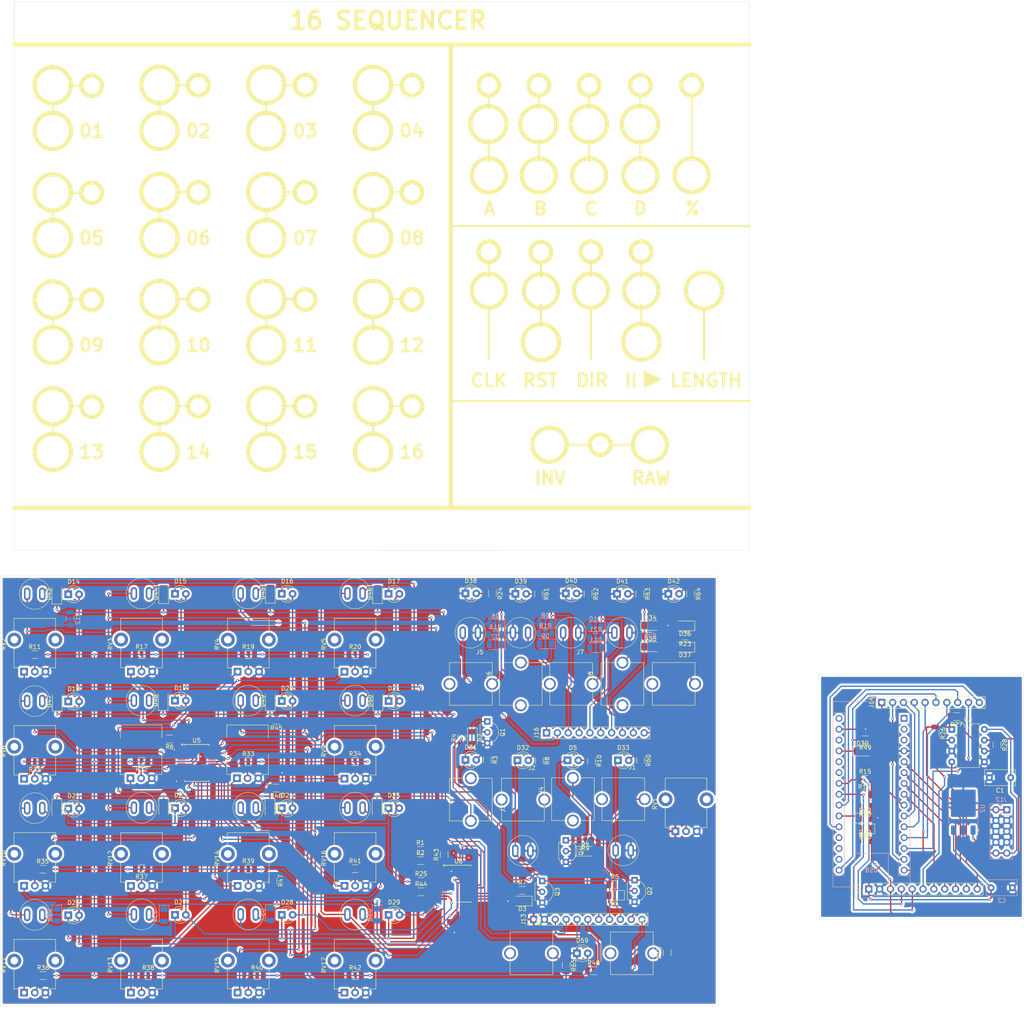
<source format=kicad_pcb>
(kicad_pcb (version 20241229) (generator "pcbnew") (generator_version "9.0")
  (layers (0 "F.Cu" signal) (2 "B.Cu" signal) (13 "F.Paste" user) (15 "B.Paste" user) (5 "F.SilkS" user "F.Silkscreen") (7 "B.SilkS" user "B.Silkscreen") (1 "F.Mask" user) (3 "B.Mask" user) (25 "Edge.Cuts" user))
  (net 0 "")
  (net 1 "GATEA")
  (net 2 "GATEC")
  (net 5 "GND")
  (net 6 "SDA")
  (net 7 "CVFB")
  (net 10 "GATEP")
  (net 11 "+12V")
  (net 13 "RST")
  (net 14 "GATED")
  (net 15 "GATEB")
  (net 16 "PLAY")
  (net 18 "Net-(D7-K)")
  (net 19 "Net-(D7-A)")
  (net 20 "Net-(D9-K)")
  (net 23 "Net-(D9-A)")
  (net 24 "Net-(D11-A)")
  (net 26 "Net-(D11-K)")
  (net 27 "STEPS")
  (net 28 "Net-(D1-K)")
  (net 29 "Net-(D2-K)")
  (net 30 "Net-(D3-K)")
  (net 31 "DIR")
  (net 32 "Net-(D4-K)")
  (net 33 "+5V")
  (net 34 "CLK")
  (net 35 "LEDC1")
  (net 36 "Net-(A1-+5V)")
  (net 37 "Net-(D18-K)")
  (net 38 "LEDC2")
  (net 39 "Net-(J1-Pin_1)")
  (net 40 "LEDC3")
  (net 41 "LEDC4")
  (net 43 "SCL")
  (net 44 "LEDR1")
  (net 45 "Net-(J3-Pin_1)")
  (net 46 "Net-(D22-K)")
  (net 47 "LEDR2")
  (net 48 "PUSHR1")
  (net 49 "LEDR3")
  (net 50 "LEDR4")
  (net 51 "PUSHR2")
  (net 52 "PUSHR3")
  (net 53 "PUSHR4")
  (net 54 "PUSHC1")
  (net 55 "Net-(D43-A)")
  (net 56 "PUSHC2")
  (net 57 "Net-(D44-A)")
  (net 58 "Net-(D45-A)")
  (net 59 "-12V")
  (net 60 "PUSHC3")
  (net 61 "Net-(D46-A)")
  (net 62 "Net-(D26-K)")
  (net 63 "PUSHC4")
  (net 64 "Net-(D47-A)")
  (net 65 "Net-(D48-A)")
  (net 66 "Net-(D49-A)")
  (net 67 "Net-(D33-A)")
  (net 68 "Net-(D35-A)")
  (net 69 "Net-(D35-K)")
  (net 70 "Net-(D37-K)")
  (net 71 "Net-(D37-A)")
  (net 72 "Net-(D38-A)")
  (net 73 "Net-(D39-A)")
  (net 74 "Net-(D40-A)")
  (net 75 "Net-(D41-A)")
  (net 76 "Net-(D42-A)")
  (net 77 "Net-(D50-A)")
  (net 80 "CV")
  (net 82 "Net-(J10-Pin_1)")
  (net 83 "SUM")
  (net 85 "Net-(D54-A)")
  (net 86 "Net-(D53-A)")
  (net 87 "Net-(D52-A)")
  (net 88 "Net-(D51-A)")
  (net 91 "Net-(U5-~{INT})")
  (net 92 "Net-(D55-A)")
  (net 96 "Net-(U3B--)")
  (net 97 "Net-(R11-Pad1)")
  (net 98 "Net-(R17-Pad1)")
  (net 101 "Net-(J11-Pin_1)")
  (net 102 "Net-(D31-A)")
  (net 103 "Net-(D32-A)")
  (net 104 "Net-(J2-Pin_1)")
  (net 105 "Net-(D5-A)")
  (net 106 "Net-(J4-Pin_1)")
  (net 107 "Net-(R19-Pad1)")
  (net 108 "Net-(R20-Pad1)")
  (net 109 "Net-(R31-Pad1)")
  (net 110 "Net-(R32-Pad1)")
  (net 111 "Net-(R33-Pad1)")
  (net 112 "Net-(R34-Pad1)")
  (net 113 "Net-(R35-Pad1)")
  (net 114 "Net-(R36-Pad1)")
  (net 115 "Net-(R37-Pad1)")
  (net 116 "Net-(R38-Pad1)")
  (net 117 "Net-(R39-Pad1)")
  (net 118 "Net-(R40-Pad1)")
  (net 119 "Net-(R41-Pad1)")
  (net 120 "Net-(R42-Pad1)")
  (net 121 "POT01")
  (net 122 "POT02")
  (net 123 "POT03")
  (net 124 "POT04")
  (net 125 "POT05")
  (net 126 "POT06")
  (net 127 "POT07")
  (net 128 "POT08")
  (net 129 "POT09")
  (net 130 "POT13")
  (net 131 "POT10")
  (net 132 "POT14")
  (net 133 "POT11")
  (net 134 "POT15")
  (net 135 "POT12")
  (net 136 "POT16")
  (net 137 "Net-(U6-~{INT})")
  (net 138 "Net-(D56-A)")
  (net 139 "Net-(D57-A)")
  (net 140 "Net-(D58-A)")
  (net 141 "Net-(D59-A)")
  (net 142 "PROGA")
  (net 143 "PROGB")
  (net 144 "PROGC")
  (net 145 "PROGD")
  (net 146 "Net-(D14-K)")
  (net 147 "CVINV")
  (footprint "Library:PushButton" (layer "F.Cu") (at 175.39 223.9)
    (property "Reference" "SW3" (hide yes))
    (property "Value" "SW_Push" (hide yes))
  )
  (footprint "Diode_SMD:D_1206_3216Metric" (layer "F.Cu") (at 196.8775 234.3 180)
    (property "Reference" "D1")
    (property "Value" "D")
  )
  (footprint "Library:PushButton" (layer "F.Cu") (at 163.09 172.8)
    (property "Reference" "SW2" (hide yes))
    (property "Value" "SW_Push" (hide yes))
  )
  (footprint "LED_THT:LED_D3.0mm" (layer "F.Cu") (at 174.12 202.7)
    (property "Reference" "D32")
    (property "Value" "LED")
  )
  (footprint "Resistor_SMD:R_1206_3216Metric" (layer "F.Cu") (at 271.925 196.36 -90)
    (property "Reference" "R26")
    (property "Value" "100k")
  )
  (footprint "MountingHole:MountingHole_3.2mm_M3" (layer "F.Cu") (at 179.1 44.45 180)
    (property "Reference" "REF**" (hide yes))
    (property "Value" "MountingHole_3.2mm_M3" (hide yes))
  )
  (footprint "Resistor_SMD:R_1206_3216Metric" (layer "F.Cu") (at 209.15 247.8 90)
    (property "Reference" "R13")
    (property "Value" "1k")
  )
  (footprint "MountingHole:MountingHole_3.2mm_M3" (layer "F.Cu") (at 214.9 44.45 180)
    (property "Reference" "REF**" (hide yes))
    (property "Value" "MountingHole_3.2mm_M3" (hide yes))
  )
  (footprint "MountingHole:MountingHole_3.2mm_M3" (layer "F.Cu") (at 65.3 119.75 180)
    (property "Reference" "REF**" (hide yes))
    (property "Value" "MountingHole_3.2mm_M3" (hide yes))
  )
  (footprint "Library:PushButton" (layer "F.Cu") (at 86.09 213.8)
    (property "Reference" "SW13" (hide yes))
    (property "Value" "SW_Push" (hide yes))
  )
  (footprint "MountingHole:MountingHole_3.2mm_M3" (layer "F.Cu") (at 90.3 69.55 180)
    (property "Reference" "REF**" (hide yes))
    (property "Value" "MountingHole_3.2mm_M3" (hide yes))
  )
  (footprint "LED_THT:LED_D3.0mm" (layer "F.Cu") (at 161.92 163.6)
    (property "Reference" "D38")
    (property "Value" "LED")
  )
  (footprint "Resistor_SMD:R_1206_3216Metric" (layer "F.Cu") (at 87.65 253.125)
    (property "Reference" "R38")
    (property "Value" "100k")
  )
  (footprint "LED_THT:LED_D3.0mm" (layer "F.Cu") (at 118.92 238.9)
    (property "Reference" "D28")
    (property "Value" "LED")
  )
  (footprint "Resistor_SMD:R_1206_3216Metric" (layer "F.Cu") (at 111.09 203.025)
    (property "Reference" "R33")
    (property "Value" "100k")
  )
  (footprint "MountingHole:MountingHole_3.2mm_M3" (layer "F.Cu") (at 179 53.65 -90)
    (property "Reference" "REF**" (hide yes))
    (property "Value" "MountingHole_3.2mm_M3" (hide yes))
  )
  (footprint "MountingHole:MountingHole_3.2mm_M3" (layer "F.Cu") (at 202.9 65.65 180)
    (property "Reference" "REF**" (hide yes))
    (property "Value" "MountingHole_3.2mm_M3" (hide yes))
  )
  (footprint "Diode_SMD:D_1206_3216Metric" (layer "F.Cu") (at 116.15 213.9 -90)
    (property "Reference" "D52")
    (property "Value" "D")
  )
  (footprint "LED_THT:LED_D3.0mm" (layer "F.Cu") (at 68.92 214)
    (property "Reference" "D22")
    (property "Value" "LED")
  )
  (footprint "Diode_SMD:D_1206_3216Metric" (layer "F.Cu") (at 213.35 171.2 180)
    (property "Reference" "D36")
    (property "Value" "D")
  )
  (footprint "Resistor_SMD:R_1206_3216Metric" (layer "F.Cu") (at 167.05 202.6 -90)
    (property "Reference" "R3")
    (property "Value" "R")
  )
  (footprint "Library:PushButton" (layer "F.Cu") (at 111.09 213.8)
    (property "Reference" "SW14" (hide yes))
    (property "Value" "SW_Push" (hide yes))
  )
  (footprint "MountingHole:MountingHole_3.2mm_M3" (layer "F.Cu") (at 179.1 65.65 180)
    (property "Reference" "REF**" (hide yes))
    (property "Value" "MountingHole_3.2mm_M3" (hide yes))
  )
  (footprint "Resistor_SMD:R_1206_3216Metric" (layer "F.Cu") (at 179.05 163.7 -90)
    (property "Reference" "R61")
    (property "Value" "R")
  )
  (footprint "LED_THT:LED_D3.0mm" (layer "F.Cu") (at 188.02 247.9)
    (property "Reference" "D59")
    (property "Value" "LED")
  )
  (footprint "Diode_SMD:D_1206_3216Metric" (layer "F.Cu") (at 213.35 176.2 180)
    (property "Reference" "D37")
    (property "Value" "D")
  )
  (footprint "Potentiometer_THT:Potentiometer_Alpha_RD901F-40-00D_Single_Vertical_CircularHoles" (layer "F.Cu") (at 83.59 232.125 90)
    (property "Reference" "RV12")
    (property "Value" "R_Potentiometer")
  )
  (footprint "MountingHole:MountingHole_3.2mm_M3" (layer "F.Cu") (at 124.4 94.75 90)
    (property "Reference" "REF**" (hide yes))
    (property "Value" "MountingHole_3.2mm_M3" (hide yes))
  )
  (footprint "Resistor_SMD:R_1206_3216Metric" (layer "F.Cu") (at 111.09 228.125)
    (property "Reference" "R39")
    (property "Value" "100k")
  )
  (footprint "Library:3mm5 Mono Aux" (layer "F.Cu") (at 187.09 211.8 90)
    (property "Reference" "J4")
    (property "Value" "AudioJack2")
  )
  (footprint "Package_TO_SOT_THT:TO-92L_Inline_Wide" (layer "F.Cu") (at 167.05 193.6 -90)
    (property "Reference" "Q1")
    (property "Value" "BC547")
  )
  (footprint "Diode_SMD:D_1206_3216Metric" (layer "F.Cu") (at 91.25 163.7 90)
    (property "Reference" "D44")
    (property "Value" "D")
  )
  (footprint "MountingHole:MountingHole_3.2mm_M3" (layer "F.Cu") (at 74.4 94.85 90)
    (property "Reference" "REF**" (hide yes))
    (property "Value" "MountingHole_3.2mm_M3" (hide yes))
  )
  (footprint "Potentiometer_THT:Potentiometer_Alpha_RD901F-40-00D_Single_Vertical_CircularHoles" (layer "F.Cu") (at 58.59 232.1 90)
    (property "Reference" "RV10")
    (property "Value" "R_Potentiometer")
  )
  (footprint "LED_THT:LED_D3.0mm" (layer "F.Cu") (at 185.42 163.6)
    (property "Reference" "D40")
    (property "Value" "LED")
  )
  (footprint "LED_THT:LED_D3.0mm" (layer "F.Cu") (at 93.92 213.9)
    (property "Reference" "D23")
    (property "Value" "LED")
  )
  (footprint "Resistor_SMD:R_1206_3216Metric" (layer "F.Cu") (at 117.6125 209.2 180)
    (property "Reference" "R46")
    (property "Value" "10k")
  )
  (footprint "MountingHole:MountingHole_3.2mm_M3" (layer "F.Cu") (at 205.1 128.75 180)
    (property "Reference" "REF**" (hide yes))
    (property "Value" "MountingHole_3.2mm_M3" (hide yes))
  )
  (footprint "MountingHole:MountingHole_3.2mm_M3" (layer "F.Cu") (at 203.1 92.65)
    (property "Reference" "REF**" (hide yes))
    (property "Value" "MountingHole_3.2mm_M3" (hide yes))
  )
  (footprint "Library:3mm5 Mono Aux" (layer "F.Cu") (at 177.39 247.9)
    (property "Reference" "J11")
    (property "Value" "AudioJack2")
  )
  (footprint "Potentiometer_THT:Potentiometer_Alpha_RD901F-40-00D_Single_Vertical_CircularHoles" (layer "F.Cu") (at 108.59 181.925 90)
    (property "Reference" "RV4")
    (property "Value" "R_Potentiometer")
  )
  (footprint "MountingHole:MountingHole_3.2mm_M3" (layer "F.Cu") (at 181.6 128.75 180)
    (property "Reference" "REF**" (hide yes))
    (property "Value" "MountingHole_3.2mm_M3" (hide yes))
  )
  (footprint "Library:3mm5 Mono Aux" (layer "F.Cu") (at 210.69 184.8)
    (property "Reference" "J9" (hide yes))
    (property "Value" "AudioJack2")
  )
  (footprint "MountingHole:MountingHole_3.2mm_M3" (layer "F.Cu") (at 65.3 80.35 180)
    (property "Reference" "REF**" (hide yes))
    (property "Value" "MountingHole_3.2mm_M3" (hide yes))
  )
  (footprint "Resistor_SMD:R_1206_3216Metric" (layer "F.Cu") (at 61.09 203.025 180)
    (property "Reference" "R31")
    (property "Value" "100k")
  )
  (footprint "Resistor_SMD:R_1206_3216Metric" (layer "F.Cu") (at 191.45 202.96 -90)
    (property "Reference" "R10")
    (property "Value" "R")
  )
  (footprint "MountingHole:MountingHole_3.2mm_M3" (layer "F.Cu") (at 179.6 104.75 90)
    (property "Reference" "REF**" (hide yes))
    (property "Value" "MountingHole_3.2mm_M3" (hide yes))
  )
  (footprint "MountingHole:MountingHole_3.2mm_M3" (layer "F.Cu") (at 140.3 55.25 180)
    (property "Reference" "REF**" (hide yes))
    (property "Value" "MountingHole_3.2mm_M3" (hide yes))
  )
  (footprint "Diode_SMD:D_1206_3216Metric" (layer "F.Cu") (at 66.35 188.9 90)
    (property "Reference" "D47")
    (property "Value" "D")
  )
  (footprint "MountingHole:MountingHole_3.2mm_M3" (layer "F.Cu") (at 90.3 44.45 180)
    (property "Reference" "REF**" (hide yes))
    (property "Value" "MountingHole_3.2mm_M3" (hide yes))
  )
  (footprint "Resistor_SMD:R_1206_3216Metric" (layer "F.Cu") (at 151.3875 223.8)
    (property "Reference" "R1")
    (property "Value" "1k")
  )
  (footprint "MountingHole:MountingHole_3.2mm_M3" (layer "F.Cu") (at 140.3 105.45 180)
    (property "Reference" "REF**" (hide yes))
    (property "Value" "MountingHole_3.2mm_M3" (hide yes))
  )
  (footprint "MountingHole:MountingHole_3.2mm_M3" (layer "F.Cu") (at 149.4 44.55 90)
    (property "Reference" "REF**" (hide yes))
    (property "Value" "MountingHole_3.2mm_M3" (hide yes))
  )
  (footprint "LED_THT:LED_D3.0mm" (layer "F.Cu") (at 68.92 239)
    (property "Reference" "D26")
    (property "Value" "LED")
  )
  (footprint "Package_DIP:DIP-8_W7.62mm" (layer "F.Cu") (at 275.805 195.44)
    (property "Reference" "U3")
    (property "Value" "TL072")
  )
  (footprint "Resistor_SMD:R_1206_3216Metric" (layer "F.Cu") (at 175.25 233.16)
    (property "Reference" "R7")
    (property "Value" "R")
  )
  (footprint "MountingHole:MountingHole_3.2mm_M3" (layer "F.Cu") (at 124.4 69.65 90)
    (property "Reference" "REF**" (hide yes))
    (property "Value" "MountingHole_3.2mm_M3" (hide yes))
  )
  (footprint "LED_THT:LED_D3.0mm" (layer "F.Cu") (at 161.92 202.6)
    (property "Reference" "D31")
    (property "Value" "LED")
  )
  (footprint "Library:3mm5 Mono Aux" (layer "F.Cu") (at 163.19 184.8)
    (property "Reference" "J5")
    (property "Value" "AudioJack2")
  )
  (footprint "Library:PushButton" (layer "F.Cu") (at 198.59 172.8)
    (property "Reference" "SW22" (hide yes))
    (property "Value" "SW_Push" (hide yes))
  )
  (footprint "Resistor_SMD:R_1206_3216Metric" (layer "F.Cu") (at 151.3875 226.2)
    (property "Reference" "R2")
    (property "Value" "1k")
  )
  (footprint "MountingHole:MountingHole_3.2mm_M3" (layer "F.Cu") (at 190.8 53.65 -90)
    (property "Reference" "REF**" (hide yes))
    (property "Value" "MountingHole_3.2mm_M3" (hide yes))
  )
  (footprint "MountingHole:MountingHole_3.2mm_M3" (layer "F.Cu") (at 140.3 80.35 180)
    (property "Reference" "REF**" (hide yes))
    (property "Value" "MountingHole_3.2mm_M3" (hide yes))
  )
  (footprint "Resistor_SMD:R_1206_3216Metric" (layer "F.Cu") (at 136.09 177.925)
    (property "Reference" "R20")
    (property "Value" "100k")
  )
  (footprint "MountingHole:MountingHole_3.2mm_M3" (layer "F.Cu") (at 65.3 55.25 180)
    (property "Reference" "REF**" (hide yes))
    (property "Value" "MountingHole_3.2mm_M3" (hide yes))
  )
  (footprint "Resistor_SMD:R_1206_3216Metric" (layer "F.Cu") (at 213.35 173.6 180)
    (property "Reference" "R23")
    (property "Value" "R")
  )
  (footprint "Resistor_SMD:R_1206_3216Metric" (layer "F.Cu") (at 116.85 230.9 -90)
    (property "Reference" "R47")
    (property "Value" "10k")
  )
  (footprint "MountingHole:MountingHole_3.2mm_M3" (layer "F.Cu") (at 115.3 119.65 180)
    (property "Reference" "REF**" (hide yes))
    (property "Value" "MountingHole_3.2mm_M3" (hide yes))
  )
  (footprint "Library:PushButton" (layer "F.Cu") (at 136.09 213.8)
    (property "Reference" "SW15" (hide yes))
    (property "Value" "SW_Push" (hide yes))
  )
  (footprint "MountingHole:MountingHole_3.2mm_M3" (layer "F.Cu") (at 99.4 69.65 90)
    (property "Reference" "REF**" (hide yes))
    (property "Value" "MountingHole_3.2mm_M3" (hide yes))
  )
  (footprint "Library:PushButton" (layer "F.Cu") (at 198.89 223.8)
    (property "Reference" "SW1" (hide yes))
    (property "Value" "SW_Push" (hide yes))
  )
  (footprint "Library:PushButton" (layer "F.Cu") (at 111.09 238.8)
    (property "Reference" "SW18" (hide yes))
    (property "Value" "SW_Push" (hide yes))
  )
  (footprint "MountingHole:MountingHole_3.2mm_M3" (layer "F.Cu") (at 140.3 130.45 180)
    (property "Reference" "REF**" (hide yes))
    (property "Value" "MountingHole_3.2mm_M3" (hide yes))
  )
  (footprint "Library:3mm5 Mono Aux" (layer "F.Cu") (at 198.69 184.8 90)
    (property "Reference" "J8")
    (property "Value" "AudioJack2")
  )
  (footprint "MountingHole:MountingHole_3.2mm_M3" (layer "F.Cu") (at 63.68 150.6 180)
    (property "Reference" "REF**" (hide yes))
    (property "Value" "MountingHole_3.2mm_M3")
  )
  (footprint "Resistor_SMD:R_1206_3216Metric" (layer "F.Cu") (at 255.31 210.75)
    (property "Reference" "R14")
    (property "Value" "4k7")
  )
  (footprint "Diode_SMD:D_1206_3216Metric" (layer "F.Cu") (at 254.91 200.55)
    (property "Reference" "D30")
    (property "Value" "D")
  )
  (footprint "Resistor_SMD:R_1206_3216Metric" (layer "F.Cu") (at 202.95 202.7 -90)
    (property "Reference" "R60")
    (property "Value" "R")
  )
  (footprint "Connector_PinHeader_2.54mm:PinHeader_1x11_P2.54mm_Vertical" (layer "F.Cu") (at 256.37 232.85 90)
    (property "Reference" "J17")
    (property "Value" "Conn_01x11_Pin")
  )
  (footprint "MountingHole:MountingHole_3.2mm_M3" (layer "F.Cu") (at 74.4 119.85 90)
    (property "Reference" "REF**" (hide yes))
    (property "Value" "MountingHole_3.2mm_M3" (hide yes))
  )
  (footprint "LED_THT:LED_D3.0mm" (layer "F.Cu") (at 185.82 202.7)
    (property "Reference" "D5")
    (property "Value" "LED")
  )
  (footprint "Library:3mm5 Mono Aux" (layer "F.Cu") (at 174.89 184.8 90)
    (property "Reference" "J6")
    (property "Value" "AudioJack2")
  )
  (footprint "Potentiometer_THT:Potentiometer_Alpha_RD901F-40-00D_Single_Vertical_CircularHoles" (layer "F.Cu") (at 58.59 181.925 90)
    (property "Reference" "RV2")
    (property "Value" "R_Potentiometer")
  )
  (footprint "MountingHole:MountingHole_3.2mm_M3" (layer "F.Cu") (at 90.3 80.35 180)
    (property "Reference" "REF**" (hide yes))
    (property "Value" "MountingHole_3.2mm_M3" (hide yes))
  )
  (footprint "MountingHole:MountingHole_3.2mm_M3" (layer "F.Cu") (at 140.3 119.65 180)
    (property "Reference" "REF**" (hide yes))
    (property "Value" "MountingHole_3.2mm_M3" (hide yes))
  )
  (footprint "MountingHole:MountingHole_3.2mm_M3" (layer "F.Cu") (at 65.3 69.65 180)
    (property "Reference" "REF**" (hide yes))
    (property "Value" "MountingHole_3.2mm_M3" (hide yes))
  )
  (footprint "Resistor_SMD:R_1206_3216Metric" (layer "F.Cu") (at 117.65 193.3 180)
    (property "Reference" "R45")
    (property "Value" "10k")
  )
  (footprint "MountingHole:MountingHole_3.2mm_M3" (layer "F.Cu") (at 214.9 65.65 180)
    (property "Reference" "REF**" (hide yes))
    (property "Value" "MountingHole_3.2mm_M3" (hide yes))
  )
  (footprint "LED_THT:LED_D3.0mm" (layer "F.Cu") (at 173.62 163.7)
    (property "Reference" "D39")
    (property "Value" "LED")
  )
  (footprint "Resistor_SMD:R_1206_3216Metric" (layer "F.Cu") (at 161.05 197.4 90)
    (property "Reference" "R4")
    (property "Value" "R")
  )
  (footprint "Potentiometer_THT:Potentiometer_Alpha_RD901F-40-00D_Single_Vertical_CircularHoles" (layer "F.Cu") (at 83.59 257.125 90)
    (property "Reference" "RV13")
    (property "Value" "R_Potentiometer")
  )
  (footprint "MountingHole:MountingHole_3.2mm_M3" (layer "F.Cu") (at 90.3 119.65 180)
    (property "Reference" "REF**" (hide yes))
    (property "Value" "MountingHole_3.2mm_M3" (hide yes))
  )
  (footprint "MountingHole:MountingHole_3.2mm_M3" (layer "F.Cu") (at 191.3 92.65)
    (property "Reference" "REF**" (hide yes))
    (property "Value" "MountingHole_3.2mm_M3" (hide yes))
  )
  (footprint "Resistor_SMD:R_1206_3216Metric" (layer "F.Cu") (at 190 221.45 180)
    (property "Reference" "R9")
    (property "Value" "R")
  )
  (footprint "Potentiometer_THT:Potentiometer_Alpha_RD901F-40-00D_Single_Vertical_CircularHoles" (layer "F.Cu") (at 83.59 181.9 90)
    (property "Reference" "RV3")
    (property "Value" "R_Potentiometer")
  )
  (footprint "Resistor_SMD:R_1206_3216Metric" (layer "F.Cu") (at 202.75 163.7 -90)
    (property "Reference" "R63")
    (property "Value" "R")
  )
  (footprint "Resistor_SMD:R_1206_3216Metric" (layer "F.Cu") (at 276.91 192.45 180)
    (property "Reference" "R27")
    (property "Value" "100k")
  )
  (footprint "MountingHole:MountingHole_3.2mm_M3" (layer "F.Cu") (at 167.4 92.65)
    (property "Reference" "REF**" (hide yes))
    (property "Value" "MountingHole_3.2mm_M3" (hide yes))
  )
  (footprint "LED_THT:LED_D3.0mm" (layer "F.Cu") (at 197.42 163.7)
    (property "Reference" "D41")
    (property "Value" "LED")
  )
  (footprint "Library:PushButton" (layer "F.Cu") (at 111.09 188.7)
    (property "Reference" "SW10" (hide yes))
    (property "Value" "SW_Push" (hide yes))
  )
  (footprint "Diode_SMD:D_1206_3216Metric" (layer "F.Cu") (at 255.51 218.75 180)
    (property "Reference" "D13")
    (property "Value" "D")
  )
  (footprint "LED_THT:LED_D3.0mm" (layer "F.Cu") (at 68.92 163.8)
    (property "Reference" "D14")
    (property "Value" "LED")
  )
  (footprint "Library:PushButton" (layer "F.Cu") (at 136.09 163.6)
    (property "Reference" "SW7" (hide yes))
    (property "Value" "SW_Push" (hide yes))
  )
  (footprint "Resistor_SMD:R_1206_3216Metric" (layer "F.Cu") (at 86.09 202.925 180)
    (property "Reference" "R32")
    (property "Value" "100k")
  )
  (footprint "Library:PushButton" (layer "F.Cu") (at 111.09 163.6)
    (property "Reference" "SW6" (hide yes))
    (property "Value" "SW_Push" (hide yes))
  )
  (footprint "Potentiometer_THT:Potentiometer_Alpha_RD901F-40-00D_Single_Vertical_CircularHoles" (layer "F.Cu") (at 133.59 181.925 90)
    (property "Reference" "RV5")
    (property "Value" "R_Potentiometer")
  )
  (footprint "Diode_SMD:D_1206_3216Metric" (layer "F.Cu") (at 141.25 213.9 -90)
    (property "Reference" "D51")
    (property "Value" "D")
  )
  (footprint "MountingHole:MountingHole_3.2mm_M3" (layer "F.Cu") (at 99.4 44.55 90)
    (property "Reference" "REF**" (hide yes))
    (property "Value" "MountingHole_3.2mm_M3" (hide yes))
  )
  (footprint "MountingHole:MountingHole_3.2mm_M3" (layer "F.Cu") (at 190.9 65.65 180)
    (property "Reference" "REF**" (hide yes))
    (property "Value" "MountingHole_3.2mm_M3" (hide yes))
  )
  (footprint "LED_THT:LED_D3.0mm" (layer "F.Cu") (at 118.92 163.7)
    (property "Reference" "D16")
    (property "Value" "LED")
  )
  (footprint "Capacitor_THT:C_Rect_L7.0mm_W3.5mm_P5.00mm" (layer "F.Cu") (at 289.61 206.75 180)
    (property "Reference" "C1")
    (property "Value" "C")
  )
  (footprint "MountingHole:MountingHole_3.2mm_M3" (layer "F.Cu") (at 99.4 119.75 90)
    (property "Reference" "REF**" (hide yes))
    (property "Value" "MountingHole_3.2mm_M3" (hide yes))
  )
  (footprint "Resistor_SMD:R_1206_3216Metric" (layer "F.Cu") (at 136.09 203)
    (property "Reference" "R34")
    (property "Value" "100k")
  )
  (footprint "MountingHole:MountingHole_3.2mm_M3" (layer "F.Cu") (at 115.3 69.55 180)
    (property "Reference" "REF**" (hide yes))
    (property "Value" "MountingHole_3.2mm_M3" (hide yes))
  )
  (footprint "Connector_PinHeader_2.54mm:PinHeader_1x10_P2.54mm_Vertical" (layer "F.Cu") (at 259.41 189.15 90)
    (property "Reference" "J14")
    (property "Value" "Conn_01x10_Pin" (hide yes))
  )
  (footprint "MountingHole:MountingHole_3.2mm_M3" (layer "F.Cu") (at 221.23 28.05)
    (property "Reference" "REF**" (hide yes))
    (property "Value" "MountingHole_3.2mm_M3")
  )
  (footprint "MountingHole:MountingHole_3.2mm_M3" (layer "F.Cu") (at 90.3 130.45 180)
    (property "Reference" "REF**" (hide yes))
    (property "Value" "MountingHole_3.2mm_M3" (hide yes))
  )
  (footprint "Potentiometer_THT:Potentiometer_Alpha_RD901F-40-00D_Single_Vertical_CircularHoles" (layer "F.Cu") (at 58.59 207.025 90)
    (property "Reference" "RV6")
    (property "Value" "R_Potentiometer")
  )
  (footprint "MountingHole:MountingHole_3.2mm_M3" (layer "F.Cu") (at 65.3 130.45 180)
    (property "Reference" "REF**" (hide yes))
    (property "Value" "MountingHole_3.2mm_M3" (hide yes))
  )
  (footprint "MountingHole:MountingHole_3.2mm_M3" (layer "F.Cu") (at 149.4 119.75 90)
    (property "Reference" "REF**" (hide yes))
    (property "Value" "MountingHole_3.2mm_M3" (hide yes))
  )
  (footprint "Resistor_SMD:R_1206_3216Metric" (layer "F.Cu") (at 255.51 221.45)
    (property "Reference" "R29")
    (property "Value" "47k")
  )
  (footprint "Resistor_SMD:R_1206_3216Metric" (layer "F.Cu") (at 61.09 177.925)
    (property "Reference" "R11")
    (property "Value" "100k")
  )
  (footprint "MountingHole:MountingHole_3.2mm_M3" (layer "F.Cu") (at 90.3 94.65 180)
    (property "Reference" "REF**" (hide yes))
    (property "Value" "MountingHole_3.2mm_M3" (hide yes))
  )
  (footprint "MountingHole:MountingHole_3.2mm_M3" (layer "F.Cu") (at 63.75 28.05)
    (property "Reference" "REF**" (hide yes))
    (property "Value" "MountingHole_3.2mm_M3")
  )
  (footprint "Potentiometer_THT:Potentiometer_Alpha_RD901F-40-00D_Single_Vertical_CircularHoles" (layer "F.Cu") (at 108.59 232.125 90)
    (property "Reference" "RV14")
    (property "Value" "R_Potentiometer")
  )
  (footprint "Potentiometer_THT:Potentiometer_Alpha_RD901F-40-00D_Single_Vertical_CircularHoles" (layer "F.Cu") (at 211.09 219.325 90)
    (property "Reference" "RV1")
    (property "Value" "100k")
  )
  (footprint "Potentiometer_THT:Potentiometer_Alpha_RD901F-40-00D_Single_Vertical_CircularHoles" (layer "F.Cu") (at 108.59 257.1 90)
    (property "Reference" "RV15")
    (property "Value" "R_Potentiometer")
  )
  (footprint "MountingHole:MountingHole_3.2mm_M3" (layer "F.Cu") (at 149.4 69.65 90)
    (property "Reference" "REF**" (hide yes))
    (property "Value" "MountingHole_3.2mm_M3" (hide yes))
  )
  (footprint "MountingHole:MountingHole_3.2mm_M3" (layer "F.Cu") (at 65.3 105.45 180)
    (property "Reference" "REF**" (hide yes))
    (property "Value" "MountingHole_3.2mm_M3" (hide yes))
  )
  (footprint "Diode_SMD:D_1206_3216Metric" (layer "F.Cu") (at 66.25 163.8 90)
    (property "Reference" "D43")
    (property "Value" "D")
  )
  (footprint "MountingHole:MountingHole_3.2mm_M3" (layer "F.Cu") (at 65.3 44.55 180)
    (property "Reference" "REF**" (hide yes))
    (property "Value" "MountingHole_3.2mm_M3" (hide yes))
  )
  (footprint "Resistor_SMD:R_1206_3216Metric" (layer "F.Cu") (at 156.95 224.8 90)
    (property "Reference" "R43")
    (property "Value" "10k")
  )
  (footprint "MountingHole:MountingHole_3.2mm_M3" (layer "F.Cu") (at 124.4 44.55 90)
    (property "Reference" "REF**" (hide yes))
    (property "Value" "MountingHole_3.2mm_M3" (hide yes))
  )
  (footprint "MountingHole:MountingHole_3.2mm_M3" (layer "F.Cu") (at 221.16 150.6 180)
    (property "Reference" "REF**" (hide yes))
    (property "Value" "MountingHole_3.2mm_M3")
  )
  (footprint "MountingHole:MountingHole_3.2mm_M3" (layer "F.Cu") (at 65.3 94.75 180)
    (property "Reference" "REF**" (hide yes))
    (property "Value" "MountingHole_3.2mm_M3" (hide yes))
  )
  (footprint "LED_THT:LED_D3.0mm" (layer "F.Cu") (at 143.92 163.7)
    (property "Reference" "D17")
    (property "Value" "LED")
  )
  (footprint "MountingHole:MountingHole_3.2mm_M3" (layer "F.Cu") (at 167.4 44.45 180)
    (property "Reference" "REF**" (hide yes))
    (property "Value" "MountingHole_3.2mm_M3" (hide yes))
  )
  (footprint "Diode_SMD:D_1206_3216Metric" (layer "F.Cu") (at 66.25 214 -90)
    (property "Reference" "D54")
    (property "Value" "D")
  )
  (footprint "Potentiometer_THT:Potentiometer_Alpha_RD901F-40-00D_Single_Vertical_CircularHoles" (layer "F.Cu") (at 133.59 232.1 90)
    (property "Reference" "RV16")
    (property "Value" "R_Potentiometer")
  )
  (footprint "MountingHole:MountingHole_3.2mm_M3" (layer "F.Cu") (at 99.4 94.75 90)
    (property "Reference" "REF**" (hide yes))
    (property "Value" "MountingHole_3.2mm_M3" (hide yes))
  )
  (footprint "Diode_SMD:D_1206_3216Metric" (layer "F.Cu") (at 91.15 188.7 90)
    (property "Reference" "D48")
    (property "Value" "D")
  )
  (footprint "Diode_SMD:D_1206_3216Metric" (layer "F.Cu") (at 175.25 235.66 180)
    (property "Reference" "D3")
    (property "Value" "D")
  )
  (footprint "Connector_PinHeader_2.54mm:PinHeader_1x10_P2.54mm_Vertical" (layer "F.Cu") (at 180.92 196.26 90)
    (property "Reference" "J16")
    (property "Value" "Conn_01x10_Pin")
  )
  (footprint "Resistor_SMD:R_1206_3216Metric" (layer "F.Cu") (at 62.95 228.2)
    (property "Reference" "R35")
    (property "Value" "100k")
  )
  (footprint "Resistor_SMD:R_1206_3216Metric" (layer "F.Cu") (at 92.65 197.7 180)
    (property "Reference" "R6")
    (property "Value" "10k")
  )
  (footprint "Resistor_SMD:R_1206_3216Metric" (layer "F.Cu") (at 214.65 163.7 -90)
    (property "Reference" "R64")
    (property "Value" "R")
  )
  (footprint "MountingHole:MountingHole_3.2mm_M3" (layer "F.Cu") (at 140.3 69.55 180)
    (property "Reference" "REF**" (hide yes))
    (property "Value" "MountingHole_3.2mm_M3" (hide yes))
  )
  (footprint "Resistor_SMD:R_1206_3216Metric" (layer "F.Cu") (at 196.9375 231.8)
    (property "Reference" "R5")
    (property "Value" "R")
  )
  (footprint "Diode_SMD:D_1206_3216Metric" (layer "F.Cu") (at 189.94 224)
    (property "Reference" "D4")
    (property "Value" "D")
  )
  (footprint "MountingHole:MountingHole_3.2mm_M3" (layer "F.Cu") (at 115.3 44.45 180)
    (property "Reference" "REF**" (hide yes))
    (property "Value" "MountingHole_3.2mm_M3" (hide yes))
  )
  (footprint "Library:PushButton" (layer "F.Cu") (at 186.59 172.8)
    (property "Reference" "SW21" (hide yes))
    (property "Value" "SW_Push" (hide yes))
  )
  (footprint "Resistor_SMD:R_1206_3216Metric" (layer "F.Cu") (at 86.09 228.125 180)
    (property "Reference" "R37")
    (property "Value" "100k")
  )
  (footprint "MountingHole:MountingHole_3.2mm_M3" (layer "F.Cu") (at 149.4 94.75 90)
    (property "Reference" "REF**" (hide yes))
    (property "Value" "MountingHole_3.2mm_M3" (hide yes))
  )
  (footprint "Library:3mm5 Mono Aux" (layer "F.Cu") (at 186.69 184.8)
    (property "Reference" "J7")
    (property "Value" "AudioJack2")
  )
  (footprint "LED_THT:LED_D3.0mm" (layer "F.Cu") (at 68.92 188.9)
    (property "Reference" "D18")
    (property "Value" "LED")
  )
  (footprint "LED_THT:LED_D3.0mm" (layer "F.Cu") (at 93.92 238.9)
    (property "Reference" "D27")
    (property "Value" "LED")
  )
  (footprint "MountingHole:MountingHole_3.2mm_M3" (layer "F.Cu") (at 167.3 53.65 -90)
    (property "Reference" "REF**" (hide yes))
    (property "Value" "MountingHole_3.2mm_M3" (hide yes))
  )
  (footprint "Package_TO_SOT_THT:TO-92L_Inline_Wide" (layer "F.Cu") (at 185.45 221.42 -90)
    (property "Reference" "Q4")
    (property "Value" "BC547")
  )
  (footprint "Resistor_SMD:R_1206_3216Metric" (layer "F.Cu") (at 113.15 253.1)
    (property "Reference" "R40")
    (property "Value" "100k")
  )
  (footprint "MountingHole:MountingHole_3.2mm_M3" (layer "F.Cu") (at 203.1 104.65 90)
    (property "Reference" "REF**" (hide yes))
    (property "Value" "MountingHole_3.2mm_M3" (hide yes))
  )
  (footprint "Diode_SMD:D_1206_3216Metric" (layer "F.Cu") (at 255.51 216.25)
    (property "Reference" "D12")
    (property "Value" "D")
  )
  (footprint "LED_THT:LED_D3.0mm" (layer "F.Cu") (at 93.92 188.7)
    (property "Reference" "D19")
    (property "Value" "LED")
  )
  (footprint "Package_SO:SSOP-24_5.3x8.2mm_P0.65mm" (layer "F.Cu") (at 99 203.3)
    (property "Reference" "U5")
    (property "Value" "TCA9555PWR")
  )
  (footprint "Library:PushButton" (layer "F.Cu") (at 136.09 238.8)
    (property "Reference" "SW19" (hide yes))
    (property "Value" "SW_Push" (hide yes))
  )
  (footprint "MountingHole:MountingHole_3.2mm_M3" (layer "F.Cu") (at 193.5 128.75 90)
    (property "Reference" "REF**" (hide yes))
    (property "Value" "MountingHole_3.2mm_M3" (hide yes))
  )
  (footprint "MountingHole:MountingHole_3.2mm_M3" (layer "F.Cu") (at 179.6 83.55 180)
    (property "Reference" "REF**" (hide yes))
    (property "Value" "MountingHole_3.2mm_M3" (hide yes))
  )
  (footprint "Diode_SMD:D_1206_3216Metric" (layer "F.Cu") (at 141.45 188.8 90)
    (property "Reference" "D50")
    (property "Value" "D")
  )
  (footprint "Resistor_SMD:R_1206_3216Metric" (layer "F.Cu") (at 63.05 253.125)
    (property "Reference" "R36")
    (property "Value" "100k")
  )
  (footprint "MountingHole:MountingHole_3.2mm_M3" (layer "F.Cu") (at 124.4 119.75 90)
    (property "Reference" "REF**" (hide yes))
    (property "Value" "MountingHole_3.2mm_M3" (hide yes))
  )
  (footprint "Potentiometer_THT:Potentiometer_Alpha_RD901F-40-00D_Single_Vertical_CircularHoles" (layer "F.Cu") (at 133.59 257.125 90)
    (property "Reference" "RV17")
    (property "Value" "R_Potentiometer")
  )
  (footprint "Library:3mm5 Mono Aux" (layer "F.Cu") (at 200.89 247.9)
    (property "Reference" "J10")
    (property "Value" "AudioJack2")
  )
  (footprint "Diode_SMD:D_1206_3216Metric" (layer "F.Cu") (at 163.55 197.4 -90)
    (property "Reference" "D2")
    (property "Value" "D")
  )
  (footprint "Diode_SMD:D_1206_3216Metric" (layer "F.Cu") (at 116.25 163.6 90)
    (property "Reference" "D45")
    (property "Value" "D")
  )
  (footprint "LED_THT:LED_D3.0mm" (layer "F.Cu") (at 143.89 213.9)
    (property "Reference" "D25")
    (property "Value" "LED")
  )
  (footprint "Resistor_SMD:R_1206_3216Metric" (layer "F.Cu") (at 151.55 233.5)
    (property "Reference" "R44")
    (property "Value" "1k")
  )
  (footprint "Resistor_SMD:R_1206_3216Metric" (layer "F.Cu") (at 136.09 253.125)
    (property "Reference" "R42")
    (property "Value" "100k")
  )
  (footprint "Diode_SMD:D_1206_3216Metric" (layer "F.Cu") (at 116.25 188.8 90)
    (property "Reference" "D49")
    (property "Value" "D")
  )
  (footprint "MountingHole:MountingHole_3.2mm_M3" (layer "F.Cu") (at 167.4 83.45 180)
    (property "Reference" "REF**" (hide yes))
    (property "Value" "MountingHole_3.2mm_M3" (hide yes))
  )
  (footprint "Resistor_SMD:R_1206_3216Metric" (layer "F.Cu") (at 185.5 250.725 -90)
    (property "Reference" "R65")
    (property "Value" "1k")
  )
  (footprint "MountingHole:MountingHole_3.2mm_M3" (layer "F.Cu") (at 190.9 44.45 180)
    (property "Reference" "REF**" (hide yes))
    (property "Value" "MountingHole_3.2mm_M3" (hide yes))
  )
  (footprint "MountingHole:MountingHole_3.2mm_M3" (layer "F.Cu") (at 90.3 55.25 180)
    (property "Reference" "REF**" (hide yes))
    (property "Value" "MountingHole_3.2mm_M3" (hide yes))
  )
  (footprint "LED_THT:LED_D3.0mm" (layer "F.Cu") (at 143.95 188.8)
    (property "Reference" "D21")
    (property "Value" "LED")
  )
  (footprint "Package_TO_SOT_THT:TO-92L_Inline_Wide" (layer "F.Cu") (at 201.5275 230.76 -90)
    (property "Reference" "Q2")
    (property "Value" "BC547")
  )
  (footprint "MountingHole:MountingHole_3.2mm_M3" (layer "F.Cu") (at 140.3 44.45 180)
    (property "Reference" "REF**" (hide yes))
    (property "Value" "MountingHole_3.2mm_M3" (hide yes))
  )
  (footprint "Diode_SMD:D_1206_3216Metric" (layer "F.Cu") (at 91.25 213.8 -90)
    (property "Reference" "D53")
    (property "Value" "D")
  )
  (footprint "MountingHole:MountingHole_3.2mm_M3" (layer "F.Cu") (at 115.3 94.65 180)
    (property "Reference" "REF**" (hide yes))
    (property "Value" "MountingHole_3.2mm_M3" (hide yes))
  )
  (footprint "Library:PushButton" (layer "F.Cu") (at 61.09 188.8)
    (property "Reference" "SW8" (hide yes))
    (property "Value" "SW_Push" (hide yes))
  )
  (footprint "Library:Alpha_RD901_NoMountPins" (layer "F.Cu") (at 111.09 199.5 90)
    (property "Reference" "RV8" (hide yes))
    (property "Value" "R_Potentiometer" (hide yes))
  )
  (footprint "Resistor_SMD:R_1206_3216Metric" (layer "F.Cu") (at 286.40625 199.10125 -90)
    (property "Reference" "R28")
    (property "Value" "100k")
  )
  (footprint "MountingHole:MountingHole_3.2mm_M3" (layer "F.Cu") (at 217.8 92.65 -90)
    (property "Reference" "REF**" (hide yes))
    (property "Value" "MountingHole_3.2mm_M3" (hide yes))
  )
  (footprint "LED_THT:LED_D3.0mm" (layer "F.Cu") (at 93.92 163.7)
    (property "Reference" "D15")
    (property "Value" "LED")
  )
  (footprint "Resistor_SMD:R_1206_3216Metric" (layer "F.Cu") (at 86.09 177.9)
    (property "Reference" "R17")
    (property "Value" "100k")
  )
  (footprint "MountingHole:MountingHole_3.2mm_M3" (layer "F.Cu") (at 167.4 65.65 180)
    (property "Reference" "REF**" (hide yes))
    (property "Value" "MountingHole_3.2mm_M3" (hide yes))
  )
  (footprint "MountingHole:MountingHole_3.2mm_M3" (layer "F.Cu") (at 202.8 53.65 -90)
    (property "Reference" "REF**" (hide yes))
    (property "Value" "MountingHole_3.2mm_M3" (hide yes))
  )
  (footprint "LED_THT:LED_D3.0mm" (layer "F.Cu") (at 209.42 163.7)
    (property "Reference" "D42")
    (property "Value" "LED")
  )
  (footprint "Package_TO_SOT_THT:TO-92L_Inline_Wide" (layer "F.Cu") (at 179.9 230.95 -90)
    (property "Reference" "Q3")
    (property "Value" "BC547")
  )
  (footprint "Library:PushButton" (layer "F.Cu") (at 174.79 172.8 180)
    (property "Reference" "SW20" (hide yes))
    (property "Value" "SW_Push" (hide yes))
  )
  (footprint "Library:PushButton" (layer "F.Cu") (at 136.09 188.7)
    (property "Reference" "SW11" (hide yes))
    (property "Value" "SW_Push" (hide yes))
  )
  (footprint "Resistor_SMD:R_1206_3216Metric" (layer "F.Cu") (at 151.55 231.1)
    (property "Reference" "R25")
    (property "Value" "1k")
  )
  (footprint "Library:3mm5 Mono Aux" (layer "F.Cu") (at 175.39 211.9)
    (property "Reference" "J2")
    (property "Value" "AudioJack2")
  )
  (footprint "MountingHole:MountingHole_3.2mm_M3" (layer "F.Cu") (at 202.9 44.45 180)
    (property "Reference" "REF**" (hide yes))
    (property "Value" "MountingHole_3.2mm_M3" (hide yes))
  )
  (footprint "Resistor_SMD:R_1206_3216Metric" (layer "F.Cu") (at 191.95 252)
    (property "Reference" "R48")
    (property "Value" "1k")
  )
  (footprint "MountingHole:MountingHole_3.2mm_M3" (layer "F.Cu") (at 90.3 105.45 180)
    (property "Reference" "REF**" (hide yes))
    (property "Value" "MountingHole_3.2mm_M3" (hide yes))
  )
  (footprint "Resistor_SMD:R_1206_3216Metric" (layer "F.Cu") (at 168.25 163.6 -90)
    (property "Reference" "R24")
    (property "Value" "R")
  )
  (footprint "MountingHole:MountingHole_3.2mm_M3" (layer "F.Cu") (at 140.3 94.65 180)
    (property "Reference" "REF**" (hide yes))
    (property "Value" "MountingHole_3.2mm_M3" (hide yes))
  )
  (footprint "Resistor_SMD:R_1206_3216Metric" (layer "F.Cu") (at 111.09 177.925)
    (property "Reference" "R19")
    (property "Value" "100k")
  )
  (footprint "MountingHole:MountingHole_3.2mm_M3" (layer "F.Cu") (at 203.1 83.45 180)
    (property "Reference" "REF**" (hide yes))
    (property "Value" "MountingHole_3.2mm_M3" (hide yes))
  )
  (footprint "Library:PushButton" (layer "F.Cu") (at 61.09 163.7)
    (property "Reference" "SW4" (hide yes))
    (property "Value" "SW_Push" (hide yes))
  )
  (footprint "Library:PushButton" (layer "F.Cu") (at 86.09 163.6)
    (property "Reference" "SW5" (hide yes))
    (property "Value" "SW_Push" (hide yes))
  )
  (footprint "MountingHole:MountingHole_3.2mm_M3" (layer "F.Cu") (at 115.3 130.45 180)
    (property "Reference" "REF**" (hide yes))
    (property "Value" "MountingHole_3.2mm_M3" (hide yes))
  )
  (footprint "MountingHole:MountingHole_3.2mm_M3" (layer "F.Cu") (at 74.4 69.75 90)
    (property "Reference" "REF**" (hide yes))
    (property "Value" "MountingHole_3.2mm_M3" (hide yes))
  )
  (footprint "Resistor_SMD:R_1206_3216Metric" (layer "F.Cu") (at 205.25 173.6)
    (property "Reference" "R22")
    (property "Value" "R")
  )
  (footprint "LED_THT:LED_D3.0mm" (layer "F.Cu") (at 118.92 188.8)
    (property "Reference" "D20")
    (property "Value" "LED")
  )
  (footprint "LED_THT:LED_D3.0mm" (layer "F.Cu") (at 197.62 202.7)
    (property "Reference" "D33")
    (property "Value" "LED")
  )
  (footprint "MountingHole:MountingHole_3.2mm_M3" (layer "F.Cu") (at 115.3 105.45 180)
    (property "Reference" "REF**" (hide yes))
    (property "Value" "MountingHole_3.2mm_M3" (hide yes))
  )
  (footprint "Resistor_SMD:R_1206_3216Metric" (layer "F.Cu") (at 255.5625 197.9 180)
    (property "Reference" "R49")
    (property "Value" "1k")
  )
  (footprint "Resistor_SMD:R_1206_3216Metric" (layer "F.Cu") (at 255.51 213.55 180)
    (property "Reference" "R30")
    (property "Value" "47k")
  )
  (footprint "MountingHole:MountingHole_3.2mm_M3" (layer "F.Cu") (at 115.3 55.25 180)
    (property "Reference" "REF**" (hide yes))
    (property "Value" "MountingHole_3.2mm_M3" (hide yes))
  )
  (footprint "LED_THT:LED_D3.0mm" (layer "F.Cu") (at 143.95 238.9)
    (property "Reference" "D29")
    (property "Value" "LED")
  )
  (footprint "Library:PushButton" (layer "F.Cu") (at 61.09 213.9)
    (property "Reference" "SW12" (hide yes))
    (property "Value" "SW_Push" (hide yes))
  )
  (footprint "Resistor_SMD:R_1206_3216Metric" (layer "F.Cu") (at 190.65 163.7 -90)
    (property "Reference" "R62")
    (property "Value" "R")
  )
  (footprint "Diode_SMD:D_1206_3216Metric" (layer "F.Cu") (at 205.25 171.1)
    (property "Reference" "D34")
    (property "Value" "D")
  )
  (footprint "MountingHole:MountingHole_3.2mm_M3" (layer "F.Cu") (at 115.3 80.35 180)
    (property "Reference" "REF**" (hide yes))
    (property "Value" "MountingHole_3.2mm_M3" (hide yes))
  )
  (footprint "Library:Alpha_RD901_NoMountPins" (layer "F.Cu") (at 86.15 199.5 90)
    (property "Reference" "RV7" (hide yes))
    (property "Value" "R_Potentiometer" (hide yes))
  )
  (footprint "Diode_SMD:D_1206_3216Metric" (layer "F.Cu") (at 205.25 176.1)
    (property "Reference" "D35")
    (property "Value" "D")
  )
  (footprint "Package_SO:SSOP-24_5.3x8.2mm_P0.65mm" (layer "F.Cu") (at 160.3125 231.6)
    (property "Reference" "U6")
    (property "Value" "TCA9555PWR")
  )
  (footprint "Resistor_SMD:R_1206_3216Metric" (layer "F.Cu") (at 179.25 202.8 -90)
    (property "Reference" "R8")
    (property "Value" "R")
  )
  (footprint "Library:PushButton" (layer "F.Cu") (at 86.09 188.7)
    (property "Reference" "SW9" (hide yes))
    (property "Value" "SW_Push" (hide yes))
  )
  (footprint "Library:PushButton" (layer "F.Cu") (at 86.09 238.8)
    (property "Reference" "SW17" (hide yes))
    (property "Value" "SW_Push" (hide yes))
  )
  (footprint "Resistor_SMD:R_1206_3216Metric" (layer "F.Cu") (at 136.09 228.1)
    (property "Reference" "R41")
    (property "Value" "100k")
  )
  (footprint "Potentiometer_THT:Potentiometer_Alpha_RD901F-40-00D_Single_Vertical_CircularHoles" (layer "F.Cu") (at 58.59 257.125 90)
    (property "Reference" "RV11")
    (property "Value" "R_Potentiometer")
  )
  (footprint "Library:PushButton" (layer "F.Cu") (at 61.09 238.9)
    (property "Reference" "SW16" (hide yes))
    (property "Value" "SW_Push" (hide yes))
  )
  (footprint "Diode_SMD:D_1206_3216Metric" (layer "F.Cu") (at 141.35 163.7 90)
    (property "Reference" "D46")
    (property "Value" "D")
  )
  (footprint "Connector_PinHeader_2.54mm:PinHeader_1x11_P2.54mm_Vertical" (layer "F.Cu") (at 177.89 239.96 90)
    (property "Reference" "J13")
    (property "Value" "Conn_01x11_Pin")
  )
  (footprint "MountingHole:MountingHole_3.2mm_M3" (layer "F.Cu") (at 74.5 44.65 90)
    (property "Reference" "REF**" (hide yes))
    (property "Value" "MountingHole_3.2mm_M3" (hide yes))
  )
  (footprint "Library:3mm5 Mono Aux" (layer "F.Cu") (at 198.89 211.8)
    (property "Reference" "J1")
    (property "Value" "AudioJack2")
  )
  (footprint "Library:3mm5 Mono Aux" (layer "F.Cu") (at 163.19 211.9 -90)
    (property "Reference" "J3")
    (property "Value" "AudioJack2")
  )
  (footprint "Resistor_SMD:R_1206_3216Metric" (layer "F.Cu") (at 255.51 207.15)
    (property "Reference" "R15")
    (property "Value" "4k7")
  )
  (footprint "LED_THT:LED_D3.0mm" (layer "F.Cu") (at 118.92 213.9)
    (property "Reference" "D24")
    (property "Value" "LED")
  )
  (footprint "MountingHole:MountingHole_3.2mm_M3" (layer "F.Cu") (at 179.6 92.75)
    (property "Reference" "REF**" (hide yes))
    (property "Value" "MountingHole_3.2mm_M3" (hide yes))
  )
  (footprint "Potentiometer_THT:Potentiometer_Alpha_RD901F-40-00D_Single_Vertical_CircularHoles" (layer "F.Cu") (at 133.59 207 90)
    (property "Reference" "RV9")
    (property "Value" "R_Potentiometer")
  )
  (footprint "MountingHole:MountingHole_3.2mm_M3" (layer "F.Cu") (at 191.3 83.45 180)
    (property "Reference" "REF**" (hide yes))
    (property "Value" "MountingHole_3.2mm_M3" (hide yes))
  )
  (footprint "Resistor_SMD:R_1206_3216Metric" (layer "B.Cu") (at 168.93 173.29 180)
    (property "Reference" "R16")
    (property "Value" "R")
  )
  (footprint "Diode_SMD:D_1206_3216Metric" (layer "B.Cu") (at 141.25 238.9 -90)
    (property "Reference" "D58")
    (property "Value" "D")
  )
  (footprint "Diode_SMD:D_1206_3216Metric" (layer "B.Cu") (at 192.35 171.39 180)
    (property "Reference" "D10")
    (property "Value" "D")
  )
  (footprint "Package_TO_SOT_SMD:TO-252-3_TabPin2" (layer "B.Cu") (at 278.51 214.01 90)
    (property "Reference" "U2")
    (property "Value" "L7805")
  )
  (footprint "Diode_SMD:D_1206_3216Metric" (layer "B.Cu") (at 192.45 176.3 180)
    (property "Reference" "D11")
    (property "Value" "D")
  )
  (footprint "Diode_SMD:D_1206_3216Metric" (layer "B.Cu") (at 180.65 170.6 180)
    (property "Reference" "D8")
    (property "Value" "D")
  )
  (footprint "Diode_SMD:D_1206_3216Metric" (layer "B.Cu") (at 168.95 170.7 180)
    (property "Reference" "D6")
    (property "Value" "D")
  )
  (footprint "Resistor_SMD:R_1206_3216Metric" (layer "B.Cu") (at 69.35 169.5 90)
    (property "Reference" "R12")
    (property "Value" "10k")
  )
  (footprint "Module:Arduino_Nano" (layer "B.Cu") (at 264.64 192.87 180)
    (property "Reference" "A1")
    (property "Value" "Arduino_Nano_Every")
  )
  (footprint "Resistor_SMD:R_1206_3216Metric" (layer "B.Cu") (at 180.65 173 180)
    (property "Reference" "R18")
    (property "Value" "R")
  )
  (footprint "Diode_SMD:D_1206_3216Metric" (layer "B.Cu") (at 116.25 238.8 -90)
    (property "Reference" "D57")
    (property "Value" "D")
  )
  (footprint "Connector_PinHeader_2.54mm:PinHeader_2x05_P2.54mm_Vertical" (layer "B.Cu") (at 288.685 214.27 180)
    (property "Reference" "J12")
    (property "Value" "Conn_02x05_Odd_Even" (hide yes))
  )
  (footprint "Diode_SMD:D_1206_3216Metric" (layer "B.Cu") (at 180.65 175.4 180)
    (property "Reference" "D9")
    (property "Value" "D")
  )
  (footprint "Capacitor_THT:C_Rect_L7.0mm_W3.5mm_P5.00mm" (layer "B.Cu") (at 285.01 232.55)
    (property "Reference" "C2")
    (property "Value" "C")
  )
  (footprint "Resistor_SMD:R_1206_3216Metric" (layer "B.Cu") (at 192.45 173.89 180)
    (property "Reference" "R21")
    (property "Value" "R")
  )
  (footprint "Diode_SMD:D_1206_3216Metric" (layer "B.Cu") (at 91.35 239 -90)
    (property "Reference" "D56")
    (property "Value" "D")
  )
  (footprint "Diode_SMD:D_1206_3216Metric" (layer "B.Cu") (at 168.95 175.6 180)
    (property "Reference" "D7")
    (property "Value" "D")
  )
  (footprint "Diode_SMD:D_1206_3216Metric" (layer "B.Cu") (at 66.25 238.9 -90)
    (property "Reference" "D55")
    (property "Value" "D")
  )
  (gr_circle (center 202.9 65.65) (end 198.9 65.65) (stroke (width 1)) (fill no) (layer "F.SilkS"))
  (gr_line (start 56.3 35) (end 131.1 35) (stroke (width 1)) (layer "F.SilkS"))
  (gr_line (start 140.3 119.65) (end 146.981323 119.65) (stroke (width 0.5)) (layer "F.SilkS"))
  (gr_line (start 140.3 44.55) (end 146.981323 44.55) (stroke (width 0.5)) (layer "F.SilkS"))
  (gr_line (start 115.3 119.65) (end 121.981323 119.65) (stroke (width 0.5)) (layer "F.SilkS"))
  (gr_circle (center 140.3 130.45) (end 136.05 130.45) (stroke (width 1)) (fill no) (layer "F.SilkS"))
  (gr_line (start 179.6 92.75) (end 179.6 86.068677) (stroke (width 0.5)) (layer "F.SilkS"))
  (gr_line (start 140.3 98.9) (end 140.3 105.45) (stroke (width 0.5)) (layer "F.SilkS"))
  (gr_circle (center 167.3 53.65) (end 167.3 57.9) (stroke (width 1)) (fill no) (layer "F.SilkS"))
  (gr_line (start 195.918677 128.75) (end 201.1 128.75) (stroke (width 0.5)) (layer "F.SilkS"))
  (gr_circle (center 179.6 83.65) (end 177.2 83.35) (stroke (width 1)) (fill no) (layer "F.SilkS"))
  (gr_line (start 65.3 48.8) (end 65.3 55.35) (stroke (width 0.5)) (layer "F.SilkS"))
  (gr_line (start 141.875 153.5) (end 170.1 153.5) (stroke (width 0.1)) (layer "F.SilkS"))
  (gr_circle (center 115.3 130.45) (end 111.05 130.45) (stroke (width 1)) (fill no) (layer "F.SilkS"))
  (gr_line (start 115.3 94.65) (end 121.981323 94.65) (stroke (width 0.5)) (layer "F.SilkS"))
  (gr_line (start 185.6 128.75) (end 191.081323 128.75) (stroke (width 0.5)) (layer "F.SilkS"))
  (gr_circle (center 203.1 104.65) (end 203.1 100.4) (stroke (width 1)) (fill no) (layer "F.SilkS"))
  (gr_line (start 228.4 35) (end 131.1 35) (stroke (width 1)) (layer "F.SilkS"))
  (gr_circle (center 167.4 92.65) (end 171.4 92.65) (stroke (width 1)) (fill no) (layer "F.SilkS"))
  (gr_circle (center 214.9 44.55) (end 212.5 44.25) (stroke (width 1)) (fill no) (layer "F.SilkS"))
  (gr_circle (center 65.3 55.25) (end 61.05 55.25) (stroke (width 1)) (fill no) (layer "F.SilkS"))
  (gr_line (start 65.3 44.65) (end 71.981323 44.65) (stroke (width 0.5)) (layer "F.SilkS"))
  (gr_circle (center 115.3 80.35) (end 111.05 80.35) (stroke (width 1)) (fill no) (layer "F.SilkS"))
  (gr_line (start 214.9 61.65) (end 214.9 46.968677) (stroke (width 0.5)) (layer "F.SilkS"))
  (gr_circle (center 74.4 69.75) (end 74.7 67.35) (stroke (width 1)) (fill no) (layer "F.SilkS"))
  (gr_circle (center 65.3 94.75) (end 61.05 94.75) (stroke (width 1)) (fill no) (layer "F.SilkS"))
  (gr_line (start 115.3 73.8) (end 115.3 80.35) (stroke (width 0.5)) (layer "F.SilkS"))
  (gr_line (start 65.3 73.9) (end 65.3 80.45) (stroke (width 0.5)) (layer "F.SilkS"))
  (gr_circle (center 65.3 80.35) (end 61.05 80.35) (stroke (width 1)) (fill no) (layer "F.SilkS"))
  (gr_line (start 228.4 143.5) (end 56.3 143.5) (stroke (width 1)) (layer "F.SilkS"))
  (gr_line (start 115.3 98.9) (end 115.3 105.45) (stroke (width 0.5)) (layer "F.SilkS"))
  (gr_circle (center 179.1 65.65) (end 175.1 65.65) (stroke (width 1)) (fill no) (layer "F.SilkS"))
  (gr_line (start 179.1 53.65) (end 179.1 46.968677) (stroke (width 0.5)) (layer "F.SilkS"))
  (gr_line (start 179.6 92.75) (end 179.6 104.75) (stroke (width 0.5)) (layer "F.SilkS"))
  (gr_circle (center 191.3 83.55) (end 188.9 83.25) (stroke (width 1)) (fill no) (layer "F.SilkS"))
  (gr_line (start 191.3 96.65) (end 191.3 108.65) (stroke (width 0.5)) (layer "F.SilkS"))
  (gr_line (start 190.9 53.65) (end 190.9 65.65) (stroke (width 0.5)) (layer "F.SilkS"))
  (gr_circle (center 179 53.65) (end 179 57.9) (stroke (width 1)) (fill no) (layer "F.SilkS"))
  (gr_line (start 115.3 44.55) (end 121.981323 44.55) (stroke (width 0.5)) (layer "F.SilkS"))
  (gr_circle (center 140.3 44.45) (end 136.05 44.45) (stroke (width 1)) (fill no) (layer "F.SilkS"))
  (gr_circle (center 149.4 44.55) (end 149.7 42.15) (stroke (width 1)) (fill no) (layer "F.SilkS"))
  (gr_line (start 90.3 98.9) (end 90.3 105.45) (stroke (width 0.5)) (layer "F.SilkS"))
  (gr_circle (center 90.3 119.65) (end 86.05 119.65) (stroke (width 1)) (fill no) (layer "F.SilkS"))
  (gr_line (start 115.3 48.7) (end 115.3 55.25) (stroke (width 0.5)) (layer "F.SilkS"))
  (gr_line (start 140.3 48.7) (end 140.3 55.25) (stroke (width 0.5)) (layer "F.SilkS"))
  (gr_circle (center 90.3 69.55) (end 86.05 69.55) (stroke (width 1)) (fill no) (layer "F.SilkS"))
  (gr_circle (center 124.4 94.75) (end 124.7 92.35) (stroke (width 1)) (fill no) (layer "F.SilkS"))
  (gr_circle (center 149.4 69.65) (end 149.7 67.25) (stroke (width 1)) (fill no) (layer "F.SilkS"))
  (gr_line (start 191.3 92.65) (end 191.3 85.968677) (stroke (width 0.5)) (layer "F.SilkS"))
  (gr_line (start 140.3 94.65) (end 146.981323 94.65) (stroke (width 0.5)) (layer "F.SilkS"))
  (gr_line (start 65.3 98.9) (end 65.3 105.45) (stroke (width 0.5)) (layer "F.SilkS"))
  (gr_line (start 115.3 69.65) (end 121.981323 69.65) (stroke (width 0.5)) (layer "F.SilkS"))
  (gr_circle (center 149.4 94.75) (end 149.7 92.35) (stroke (width 1)) (fill no) (layer "F.SilkS"))
  (gr_circle (center 140.3 69.55) (end 136.05 69.55) (stroke (width 1)) (fill no) (layer "F.SilkS"))
  (gr_circle (center 115.3 55.25) (end 111.05 55.25) (stroke (width 1)) (fill no) (layer "F.SilkS"))
  (gr_line (start 167.4 96.65) (end 167.4 108.65) (stroke (width 0.5)) (layer "F.SilkS"))
  (gr_line (start 140.3 123.9) (end 140.3 130.45) (stroke (width 0.5)) (layer "F.SilkS"))
  (gr_line (start 90.3 73.8) (end 90.3 80.35) (stroke (width 0.5)) (layer "F.SilkS"))
  (gr_line (start 179.1 53.65) (end 179.1 65.65) (stroke (width 0.5)) (layer "F.SilkS"))
  (gr_circle (center 140.3 55.25) (end 136.05 55.25) (stroke (width 1)) (fill no) (layer "F.SilkS"))
  (gr_line (start 140.3 73.8) (end 140.3 80.35) (stroke (width 0.5)) (layer "F.SilkS"))
  (gr_circle (center 179.1 44.55) (end 176.7 44.25) (stroke (width 1)) (fill no) (layer "F.SilkS"))
  (gr_circle (center 99.4 44.55) (end 99.7 42.15) (stroke (width 1)) (fill no) (layer "F.SilkS"))
  (gr_circle (center 115.3 69.55) (end 111.05 69.55) (stroke (width 1)) (fill no) (layer "F.SilkS"))
  (gr_circle (center 65.3 130.45) (end 61.05 130.45) (stroke (width 1)) (fill no) (layer "F.SilkS"))
  (gr_circle (center 167.4 83.55) (end 165 83.25) (stroke (width 1)) (fill no) (layer "F.SilkS"))
  (gr_circle (center 149.4 119.75) (end 149.7 117.35) (stroke (width 1)) (fill no) (layer "F.SilkS"))
  (gr_line (start 190.9 53.65) (end 190.9 46.968677) (stroke (width 0.5)) (layer "F.SilkS"))
  (gr_circle (center 99.4 94.75) (end 99.7 92.35) (stroke (width 1)) (fill no) (layer "F.SilkS"))
  (gr_line (start 90.3 123.9) (end 90.3 130.45) (stroke (width 0.5)) (layer "F.SilkS"))
  (gr_circle (center 193.5 128.75) (end 193.8 126.35) (stroke (width 1)) (fill no) (layer "F.SilkS"))
  (gr_circle (center 140.3 94.65) (end 136.05 94.65) (stroke (width 1)) (fill no) (layer "F.SilkS"))
  (gr_circle (center 65.3 44.55) (end 61.05 44.55) (stroke (width 1)) (fill no) (layer "F.SilkS"))
  (gr_circle (center 190.8 53.65) (end 190.8 57.9) (stroke (width 1)) (fill no) (layer "F.SilkS"))
  (gr_circle (center 115.3 94.65) (end 111.05 94.65) (stroke (width 1)) (fill no) (layer "F.SilkS"))
  (gr_circle (center 179.6 104.75) (end 179.6 100.5) (stroke (width 1)) (fill no) (layer "F.SilkS"))
  (gr_circle (center 202.8 53.65) (end 202.8 57.9) (stroke (width 1)) (fill no) (layer "F.SilkS"))
  (gr_line (start 115.3 123.9) (end 115.3 130.45) (stroke (width 0.5)) (layer "F.SilkS"))
  (gr_line (start 56.3 25) (end 56.3 35) (stroke (width 0.1)) (layer "F.SilkS"))
  (gr_circle (center 167.4 65.65) (end 163.4 65.65) (stroke (width 1)) (fill no) (layer "F.SilkS"))
  (gr_circle (center 74.4 94.85) (end 74.7 92.45) (stroke (width 1)) (fill no) (layer "F.SilkS"))
  (gr_circle (center 181.6 128.75) (end 177.6 128.75) (stroke (width 1)) (fill no) (layer "F.SilkS"))
  (gr_line (start 228.4 118.55) (end 158.6 118.55) (stroke (width 0.5)) (layer "F.SilkS"))
  (gr_circle (center 115.3 105.45) (end 111.05 105.45) (stroke (width 1)) (fill no) (layer "F.SilkS"))
  (gr_circle (center 99.4 119.75) (end 99.7 117.35) (stroke (width 1)) (fill no) (layer "F.SilkS"))
  (gr_circle (center 217.8 92.65) (end 217.8 96.9) (stroke (width 1)) (fill no) (layer "F.SilkS"))
  (gr_circle (center 115.3 119.65) (end 111.05 119.65) (stroke (width 1)) (fill no) (layer "F.SilkS"))
  (gr_circle (center 74.4 119.85) (end 74.7 117.45) (stroke (width 1)) (fill no) (layer "F.SilkS"))
  (gr_line (start 65.3 94.75) (end 71.981323 94.75) (stroke (width 0.5)) (layer "F.SilkS"))
  (gr_circle (center 74.4 44.65) (end 74.7 42.25) (stroke (width 1)) (fill no) (layer "F.SilkS"))
  (gr_line (start 167.4 92.65) (end 167.4 85.968677) (stroke (width 0.5)) (layer "F.SilkS"))
  (gr_circle (center 190.9 65.65) (end 186.9 65.65) (stroke (width 1)) (fill no) (layer "F.SilkS"))
  (gr_line (start 65.3 119.75) (end 71.981323 119.75) (stroke (width 0.5)) (layer "F.SilkS"))
  (gr_circle (center 90.3 105.45) (end 86.05 105.45) (stroke (width 1)) (fill no) (layer "F.SilkS"))
  (gr_line (start 167.4 53.65) (end 167.4 65.65) (stroke (width 0.5)) (layer "F.SilkS"))
  (gr_circle (center 99.4 69.65) (end 99.7 67.25) (stroke (width 1)) (fill no) (layer "F.SilkS"))
  (gr_line (start 90.3 44.55) (end 96.981323 44.55) (stroke (width 0.5)) (layer "F.SilkS"))
  (gr_circle (center 124.4 119.75) (end 124.7 117.35) (stroke (width 1)) (fill no) (layer "F.SilkS"))
  (gr_circle (center 140.3 105.45) (end 136.05 105.45) (stroke (width 1)) (fill no) (layer "F.SilkS"))
  (gr_circle (center 167.4 44.55) (end 165 44.25) (stroke (width 1)) (fill no) (layer "F.SilkS"))
  (gr_circle (center 202.9 44.55) (end 200.5 44.25) (stroke (width 1)) (fill no) (layer "F.SilkS"))
  (gr_line (start 158.7 77.55) (end 228.4 77.55) (stroke (width 0.5)) (layer "F.SilkS"))
  (gr_line (start 90.3 69.65) (end 96.981323 69.65) (stroke (width 0.5)) (layer "F.SilkS"))
  (gr_circle (center 124.4 44.55) (end 124.7 42.15) (stroke (width 1)) (fill no) (layer "F.SilkS"))
  (gr_circle (center 205.1 128.75) (end 201.1 128.75) (stroke (width 1)) (fill no) (layer "F.SilkS"))
  (gr_circle (center 140.3 80.35) (end 136.05 80.35) (stroke (width 1)) (fill no) (layer "F.SilkS"))
  (gr_circle (center 203.1 83.55) (end 200.7 83.25) (stroke (width 1)) (fill no) (layer "F.SilkS"))
  (gr_circle (center 124.4 69.65) (end 124.7 67.25) (stroke (width 1)) (fill no) (layer "F.SilkS"))
  (gr_circle (center 90.3 130.45) (end 86.05 130.45) (stroke (width 1)) (fill no) (layer "F.SilkS"))
  (gr_circle (center 90.3 44.45) (end 86.05 44.45) (stroke (width 1)) (fill no) (layer "F.SilkS"))
  (gr_circle (center 90.3 55.25) (end 86.05 55.25) (stroke (width 1)) (fill no) (layer "F.SilkS"))
  (gr_circle (center 140.3 119.65) (end 136.05 119.65) (stroke (width 1)) (fill no) (layer "F.SilkS"))
  (gr_circle (center 203.1 92.65) (end 207.1 92.65) (stroke (width 1)) (fill no) (layer "F.SilkS"))
  (gr_circle (center 191.3 92.65) (end 195.3 92.65) (stroke (width 1)) (fill no) (layer "F.SilkS"))
  (gr_circle (center 190.9 44.55) (end 188.5 44.25) (stroke (width 1)) (fill no) (layer "F.SilkS"))
  (gr_circle (center 65.3 119.75) (end 61.05 119.75) (stroke (width 1)) (fill no) (layer "F.SilkS"))
  (gr_line (start 167.4 53.65) (end 167.4 46.968677) (stroke (width 0.5)) (layer "F.SilkS"))
  (gr_line (start 65.3 123.9) (end 65.3 130.45) (stroke (width 0.5)) (layer "F.SilkS"))
  (gr_circle (center 65.3 105.45) (end 61.05 105.45) (stroke (width 1)) (fill no) (layer "F.SilkS"))
  (gr_line (start 203.1 92.65) (end 203.1 85.968677) (stroke (width 0.5)) (layer "F.SilkS"))
  (gr_circle (center 90.3 94.65) (end 86.05 94.65) (stroke (width 1)) (fill no) (layer "F.SilkS"))
  (gr_circle (center 115.3 44.45) (end 111.05 44.45) (stroke (width 1)) (fill no) (layer "F.SilkS"))
  (gr_circle (center 214.9 65.65) (end 210.9 65.65) (stroke (width 1)) (fill no) (layer "F.SilkS"))
  (gr_line (start 158.5 35.05) (end 158.5 143.45) (stroke (width 1)) (layer "F.SilkS"))
  (gr_circle (center 65.3 69.65) (end 61.05 69.65) (stroke (width 1)) (fill no) (layer "F.SilkS"))
  (gr_line (start 203.1 92.65) (end 203.1 104.65) (stroke (width 0.5)) (layer "F.SilkS"))
  (gr_poly (pts (xy 203.7 115.458) (xy 203.7 111.458) (xy 207.9 113.458)) (stroke (width 0.1)) (fill yes) (layer "F.SilkS"))
  (gr_line (start 90.3 94.65) (end 96.981323 94.65) (stroke (width 0.5)) (layer "F.SilkS"))
  (gr_line (start 65.3 69.75) (end 71.981323 69.75) (stroke (width 0.5)) (layer "F.SilkS"))
  (gr_line (start 140.3 69.65) (end 146.981323 69.65) (stroke (width 0.5)) (layer "F.SilkS"))
  (gr_circle (center 179.6 92.75) (end 183.6 92.75) (stroke (width 1)) (fill no) (layer "F.SilkS"))
  (gr_circle (center 90.3 80.35) (end 86.05 80.35) (stroke (width 1)) (fill no) (layer "F.SilkS"))
  (gr_line (start 202.9 53.65) (end 202.9 65.65) (stroke (width 0.5)) (layer "F.SilkS"))
  (gr_line (start 202.9 53.65) (end 202.9 46.968677) (stroke (width 0.5)) (layer "F.SilkS"))
  (gr_line (start 217.8 96.9) (end 217.8 108.9) (stroke (width 0.5)) (layer "F.SilkS"))
  (gr_line (start 90.3 48.7) (end 90.3 55.25) (stroke (width 0.5)) (layer "F.SilkS"))
  (gr_line (start 90.3 119.65) (end 96.981323 119.65) (stroke (width 0.5)) (layer "F.SilkS"))
  (gr_rect (start 53.1 159.5) (end 221 260.2) (stroke (width 0.05)) (fill no) (layer "Edge.Cuts"))
  (gr_rect (start 244.71 182.65) (end 292.71 239.87) (stroke (width 0.05)) (fill no) (layer "Edge.Cuts"))
  (gr_rect (start 56.3 25) (end 228.36062 153.5) (stroke (width 0.05)) (fill no) (layer "Edge.Cuts"))
  (gr_text "D" (at 200.95 75.15 0) (layer "F.SilkS") (effects (font (size 3 3) (thickness 0.6) (bold yes)) (justify left bottom)))
  (gr_text "14" (at 99.4 130.45 0) (layer "F.SilkS") (effects (font (size 3 3) (thickness 0.6) (bold yes))))
  (gr_text "08\n" (at 149.4 80.35 0) (layer "F.SilkS") (effects (font (size 3 3) (thickness 0.6) (bold yes))))
  (gr_text "07\n" (at 124.4 80.35 0) (layer "F.SilkS") (effects (font (size 3 3) (thickness 0.6) (bold yes))))
  (gr_text "%" (at 212.95 75.15 0) (layer "F.SilkS") (effects (font (size 3 3) (thickness 0.6) (bold yes)) (justify left bottom)))
  (gr_text "DIR" (at 187.5 115.45 0) (layer "F.SilkS") (effects (font (size 3 3) (thickness 0.6) (bold yes)) (justify left bottom)))
  (gr_text "16 SEQUENCER" (at 120.34 31.7 0) (layer "F.SilkS") (effects (font (size 4 4) (thickness 0.8) (bold yes)) (justify left bottom)))
  (gr_text "C" (at 189.5 75.2 0) (layer "F.SilkS") (effects (font (size 3 3) (thickness 0.6) (bold yes)) (justify left bottom)))
  (gr_text "RST" (at 175 115.45 0) (layer "F.SilkS") (effects (font (size 3 3) (thickness 0.6) (bold yes)) (justify left bottom)))
  (gr_text "04\n" (at 149.4 55.25 0) (layer "F.SilkS") (effects (font (size 3 3) (thickness 0.6) (bold yes))))
  (gr_text "02" (at 99.4 55.25 0) (layer "F.SilkS") (effects (font (size 3 3) (thickness 0.6) (bold yes))))
  (gr_text "16" (at 149.4 130.45 0) (layer "F.SilkS") (effects (font (size 3 3) (thickness 0.6) (bold yes))))
  (gr_text "10" (at 99.4 105.45 0) (layer "F.SilkS") (effects (font (size 3 3) (thickness 0.6) (bold yes))))
  (gr_text "11" (at 124.4 105.45 0) (layer "F.SilkS") (effects (font (size 3 3) (thickness 0.6) (bold yes))))
  (gr_text "LENGTH" (at 209.5 115.45 0) (layer "F.SilkS") (effects (font (size 3 3) (thickness 0.6) (bold yes)) (justify left bottom)))
  (gr_text "CLK" (at 162.8 115.45 0) (layer "F.SilkS") (effects (font (size 3 3) (thickness 0.6) (bold yes)) (justify left bottom)))
  (gr_text "RAW" (at 200.5 138.35 0) (layer "F.SilkS") (effects (font (size 3 3) (thickness 0.6) (bold yes)) (justify left bottom)))
  (gr_text "03\n" (at 124.4 55.25 0) (layer "F.SilkS") (effects (font (size 3 3) (thickness 0.6) (bold yes))))
  (gr_text "01\n" (at 74.4 55.25 0) (layer "F.SilkS") (effects (font (size 3 3) (thickness 0.6) (bold yes))))
  (gr_text "09\n" (at 74.4 105.45 0) (layer "F.SilkS") (effects (font (size 3 3) (thickness 0.6) (bold yes))))
  (gr_text "15" (at 124.4 130.45 0) (layer "F.SilkS") (effects (font (size 3 3) (thickness 0.6) (bold yes))))
  (gr_text "INV" (at 177.8 138.35 0) (layer "F.SilkS") (effects (font (size 3 3) (thickness 0.6) (bold yes)) (justify left bottom)))
  (gr_text "A" (at 165.9 75.2 0) (layer "F.SilkS") (effects (font (size 3 3) (thickness 0.6) (bold yes)) (justify left bottom)))
  (gr_text "12" (at 149.4 105.45 0) (layer "F.SilkS") (effects (font (size 3 3) (thickness 0.6) (bold yes))))
  (gr_text "13" (at 74.4 130.45 0) (layer "F.SilkS") (effects (font (size 3 3) (thickness 0.6) (bold yes))))
  (gr_text "II\n" (at 198.9 115.45 0) (layer "F.SilkS") (effects (font (size 3 3) (thickness 0.6) (bold yes)) (justify left bottom)))
  (gr_text "06\n" (at 99.4 80.35 0) (layer "F.SilkS") (effects (font (size 3 3) (thickness 0.6) (bold yes))))
  (gr_text "B" (at 177.6 75.2 0) (layer "F.SilkS") (effects (font (size 3 3) (thickness 0.6) (bold yes)) (justify left bottom)))
  (gr_text "05\n" (at 74.4 80.35 0) (layer "F.SilkS") (effects (font (size 3 3) (thickness 0.6) (bold yes))))
  (segment (start 170.35 168.5) (end 170.35 181.16) (width 0.3) (layer "F.Cu") (net 1))
  (segment (start 264.25 213.19) (end 260.81 209.75) (width 0.3) (layer "F.Cu") (net 1))
  (segment (start 168.25 165.0625) (end 170.35 167.1625) (width 0.3) (layer "F.Cu") (net 1))
  (segment (start 170.35 181.16) (end 180.92 191.73) (width 0.3) (layer "F.Cu") (net 1))
  (segment (start 170.35 167.1625) (end 170.35 168.5) (width 0.3) (layer "F.Cu") (net 1))
  (segment (start 260.81 209.75) (end 260.81 193.55) (width 0.3) (layer "F.Cu") (net 1))
  (segment (start 180.92 191.73) (end 180.92 196.26) (width 0.3) (layer "F.Cu") (net 1))
  (segment (start 264.64 213.19) (end 264.25 213.19) (width 0.3) (layer "F.Cu") (net 1))
  (segment (start 259.41 192.15) (end 259.41 189.15) (width 0.3) (layer "F.Cu") (net 1))
  (segment (start 260.81 193.55) (end 259.41 192.15) (width 0.3) (layer "F.Cu") (net 1))
  (via (at 170.35 168.5) (size 0.6) (drill 0.3) (layers "F.Cu" "B.Cu") (net 1))
  (segment (start 170.3925 173.29) (end 170.3925 168.5425) (width 0.3) (layer "B.Cu") (net 1))
  (segment (start 170.3925 168.5425) (end 170.35 168.5) (width 0.3) (layer "B.Cu") (net 1))
  (segment (start 190.65 165.1625) (end 193.75 168.2625) (width 0.3) (layer "F.Cu") (net 2))
  (segment (start 269.11 219.45) (end 269.11 225.45) (width 0.3) (layer "F.Cu") (net 2))
  (segment (start 193.75 168.2625) (end 193.75 169.6) (width 0.3) (layer "F.Cu") (net 2))
  (segment (start 269.11 225.45) (end 266.13 228.43) (width 0.3) (layer "F.Cu") (net 2))
  (segment (start 266.13 228.43) (end 264.64 228.43) (width 0.3) (layer "F.Cu") (net 2))
  (via (at 193.75 169.6) (size 0.6) (drill 0.3) (layers "F.Cu" "B.Cu") (net 2))
  (via (at 269.11 219.45) (size 0.6) (drill 0.3) (layers "F.Cu" "B.Cu") (net 2))
  (segment (start 198.55 169.66) (end 193.81 169.66) (width 0.3) (layer "B.Cu") (net 2))
  (segment (start 191.08 196.26) (end 191.08 190.03) (width 0.3) (layer "B.Cu") (net 2))
  (segment (start 195.45 185.66) (end 195.45 179.16) (width 0.3) (layer "B.Cu") (net 2))
  (segment (start 269.57 195.49) (end 269.11 195.95) (width 0.3) (layer "B.Cu") (net 2))
  (segment (start 193.9125 173.89) (end 193.9125 171.5525) (width 0.3) (layer "B.Cu") (net 2))
  (segment (start 269.57 189.15) (end 269.57 195.49) (width 0.3) (layer "B.Cu") (net 2))
  (segment (start 193.81 169.66) (end 193.75 169.6) (width 0.3) (layer "B.Cu") (net 2))
  (segment (start 195.45 179.16) (end 198.55 176.06) (width 0.3) (layer "B.Cu") (net 2))
  (segment (start 269.11 195.95) (end 269.11 219.45) (width 0.3) (layer "B.Cu") (net 2))
  (segment (start 191.08 190.03) (end 195.45 185.66) (width 0.3) (layer "B.Cu") (net 2))
  (segment (start 193.9125 171.5525) (end 193.75 171.39) (width 0.3) (layer "B.Cu") (net 2))
  (segment (start 193.75 169.6) (end 193.75 171.39) (width 0.3) (layer "B.Cu") (net 2))
  (segment (start 198.55 176.06) (end 198.55 169.66) (width 0.3) (layer "B.Cu") (net 2))
  (segment (start 116.2775 229.4375) (end 116.85 229.4375) (width 0.3) (layer "F.Cu") (net 5))
  (segment (start 191.34 224) (end 188.84 226.5) (width 0.3) (layer "F.Cu") (net 5))
  (segment (start 249.4 195.41) (end 255.55 195.41) (width 0.3) (layer "F.Cu") (net 5))
  (segment (start 211.85 171.1) (end 211.95 171.2) (width 0.3) (layer "F.Cu") (net 5))
  (segment (start 256.91 216.25) (end 256.91 213.6125) (width 0.3) (layer "F.Cu") (net 5))
  (segment (start 95.7875 201.025) (end 95.7875 200.375) (width 0.3) (layer "F.Cu") (net 5))
  (segment (start 258.3475 216.25) (end 258.4475 216.15) (width 0.3) (layer "F.Cu") (net 5))
  (segment (start 95.7875 200.375) (end 93.925 200.375) (width 0.3) (layer "F.Cu") (net 5))
  (segment (start 159.925 229.975) (end 163.9125 229.975) (width 0.3) (layer "F.Cu") (net 5))
  (segment (start 93.925 200.375) (end 93.75 200.2) (width 0.3) (layer "F.Cu") (net 5))
  (segment (start 119.1125 193.3) (end 119.1125 205.5375) (width 0.3) (layer "F.Cu") (net 5))
  (segment (start 195.4775 235.9775) (end 196.2 236.7) (width 0.3) (layer "F.Cu") (net 5))
  (segment (start 156.9875 235.175) (end 156.9875 241.1375) (width 0.3) (layer "F.Cu") (net 5))
  (segment (start 173.85 235.66) (end 171.94 235.66) (width 0.3) (layer "F.Cu") (net 5))
  (segment (start 200.6675 236.7) (end 201.5275 235.84) (width 0.3) (layer "F.Cu") (net 5))
  (segment (start 256.91 213.6125) (end 256.9725 213.55) (width 0.3) (layer "F.Cu") (net 5))
  (segment (start 206.65 171.1) (end 209.35 171.1) (width 0.3) (layer "F.Cu") (net 5))
  (segment (start 94.975 206.875) (end 94.25 207.6) (width 0.3) (layer "F.Cu") (net 5))
  (segment (start 171.94 235.66) (end 171.9 235.7) (width 0.3) (layer "F.Cu") (net 5))
  (segment (start 156.9875 228.675) (end 158.625 228.675) (width 0.3) (layer "F.Cu") (net 5))
  (segment (start 196.2 236.7) (end 200.6675 236.7) (width 0.3) (layer "F.Cu") (net 5))
  (segment (start 158.85 243) (end 159.35 243) (width 0.3) (layer "F.Cu") (net 5))
  (segment (start 166.93 198.8) (end 167.05 198.68) (width 0.3) (layer "F.Cu") (net 5))
  (segment (start 158.625 228.675) (end 158.65 228.7) (width 0.3) (layer "F.Cu") (net 5))
  (segment (start 113.59 232.125) (end 116.2775 229.4375) (width 0.3) (layer "F.Cu") (net 5))
  (segment (start 119.075 209.2) (end 119.075 205.625) (width 0.3) (layer "F.Cu") (net 5))
  (segment (start 163.55 198.8) (end 166.93 198.8) (width 0.3) (layer "F.Cu") (net 5))
  (segment (start 158.65 228.7) (end 159.925 229.975) (width 0.3) (layer "F.Cu") (net 5))
  (segment (start 255.55 195.41) (end 255.61 195.35) (width 0.3) (layer "F.Cu") (net 5))
  (segment (start 195.4775 234.3) (end 195.4775 235.9775) (width 0.3) (layer "F.Cu") (net 5))
  (segment (start 157.15 241.3) (end 158.85 243) (width 0.3) (layer "F.Cu") (net 5))
  (segment (start 95.7875 206.875) (end 94.975 206.875) (width 0.3) (layer "F.Cu") (net 5))
  (segment (start 156.9875 241.1375) (end 157.15 241.3) (width 0.3) (layer "F.Cu") (net 5))
  (segment (start 119.1125 205.5375) (end 119.05 205.6) (width 0.3) (layer "F.Cu") (net 5))
  (segment (start 257.01 216.25) (end 258.3475 216.25) (width 0.3) (layer "F.Cu") (net 5))
  (segment (start 156.9875 228.675) (end 156.9875 229.325) (width 0.3) (layer "F.Cu") (net 5))
  (segment (start 188.84 226.5) (end 185.45 226.5) (width 0.3) (layer "F.Cu") (net 5))
  (segment (start 209.35 171.1) (end 211.85 171.1) (width 0.3) (layer "F.Cu") (net 5))
  (via (at 119.05 205.6) (size 0.6) (drill 0.3) (layers "F.Cu" "B.Cu") (net 5))
  (via (at 94.25 207.6) (size 0.6) (drill 0.3) (layers "F.Cu" "B.Cu") (net 5))
  (via (at 255.61 195.35) (size 0.6) (drill 0.3) (layers "F.Cu" "B.Cu") (net 5))
  (via (at 93.75 200.2) (size 0.6) (drill 0.3) (layers "F.Cu" "B.Cu") (net 5))
  (via (at 159.35 243) (size 0.6) (drill 0.3) (layers "F.Cu" "B.Cu") (net 5))
  (via (at 171.9 235.7) (size 0.6) (drill 0.3) (layers "F.Cu" "B.Cu") (net 5))
  (via (at 258.4475 216.15) (size 0.6) (drill 0.3) (layers "F.Cu" "B.Cu") (net 5))
  (via (at 158.65 228.7) (size 0.6) (drill 0.3) (layers "F.Cu" "B.Cu") (net 5))
  (via (at 209.35 171.1) (size 0.6) (drill 0.3) (layers "F.Cu" "B.Cu") (net 5))
  (segment (start 161.35 230.1) (end 161.35 243) (width 0.3) (layer "B.Cu") (net 5))
  (segment (start 159.95 228.7) (end 161.35 230.1) (width 0.3) (layer "B.Cu") (net 5))
  (segment (start 158.65 228.7) (end 159.95 228.7) (width 0.3) (layer "B.Cu") (net 5))
  (segment (start 161.35 243) (end 159.35 243) (width 0.3) (layer "B.Cu") (net 5))
  (segment (start 104.25 200.375) (end 102.6 200.375) (width 0.3) (layer "F.Cu") (net 6))
  (segment (start 161.725 228.675) (end 161.25 228.2) (width 0.3) (layer "F.Cu") (net 6))
  (segment (start 266.57 237.69) (end 266.51 237.75) (width 0.3) (layer "F.Cu") (net 6))
  (segment (start 266.57 232.85) (end 266.57 237.69) (width 0.3) (layer "F.Cu") (net 6))
  (segment (start 156.55 220.3) (end 154.15 217.9) (width 0.3) (layer "F.Cu") (net 6))
  (segment (start 161.25 222.7) (end 158.85 220.3) (width 0.3) (layer "F.Cu") (net 6))
  (segment (start 154.15 217.9) (end 154.15 196.2) (width 0.3) (layer "F.Cu") (net 6))
  (segment (start 161.25 228.2) (end 161.25 222.76) (width 0.3) (layer "F.Cu") (net 6))
  (segment (start 249.4 210.65) (end 253.7475 210.65) (width 0.3) (layer "F.Cu") (net 6))
  (segment (start 253.7475 210.65) (end 253.8475 210.75) (width 0.3) (layer "F.Cu") (net 6))
  (segment (start 163.9125 228.675) (end 161.725 228.675) (width 0.3) (layer "F.Cu") (net 6))
  (segment (start 158.85 220.3) (end 156.55 220.3) (width 0.3) (layer "F.Cu") (net 6))
  (segment (start 105 198.7) (end 104.25 199.45) (width 0.3) (layer "F.Cu") (net 6))
  (segment (start 253.8475 210.75) (end 255.11 210.75) (width 0.3) (layer "F.Cu") (net 6))
  (segment (start 161.25 222.76) (end 161.25 222.7) (width 0.3) (layer "F.Cu") (net 6))
  (segment (start 104.25 199.45) (end 104.25 200.375) (width 0.3) (layer "F.Cu") (net 6))
  (via (at 105 198.7) (size 0.6) (drill 0.3) (layers "F.Cu" "B.Cu") (net 6))
  (via (at 255.11 210.75) (size 0.6) (drill 0.3) (layers "F.Cu" "B.Cu") (net 6))
  (via (at 266.51 237.75) (size 0.6) (drill 0.3) (layers "F.Cu" "B.Cu") (net 6))
  (via (at 161.25 222.76) (size 0.6) (drill 0.3) (layers "F.Cu" "B.Cu") (net 6))
  (via (at 154.15 196.2) (size 0.6) (drill 0.3) (layers "F.Cu" "B.Cu") (net 6))
  (segment (start 165.55 223.46) (end 165.55 242.06) (width 0.3) (layer "B.Cu") (net 6))
  (segment (start 255.11 225.35) (end 252.81 227.65) (width 0.3) (layer "B.Cu") (net 6))
  (segment (start 164.85 222.76) (end 165.55 223.46) (width 0.3) (layer "B.Cu") (net 6))
  (segment (start 105.15 198.1) (end 127.45 198.1) (width 0.3) (layer "B.Cu") (net 6))
  (segment (start 105 198.7) (end 105 198.25) (width 0.3) (layer "B.Cu") (net 6))
  (segment (start 165.55 242.06) (end 167.85 244.36) (width 0.3) (layer "B.Cu") (net 6))
  (segment (start 167.85 244.36) (end 187.95 244.36) (width 0.3) (layer "B.Cu") (net 6))
  (segment (start 188.08 244.23) (end 188.08 239.96) (width 0.3) (layer "B.Cu") (net 6))
  (segment (start 187.95 244.36) (end 188.08 244.23) (width 0.3) (layer "B.Cu") (net 6))
  (segment (start 105 198.25) (end 105.15 198.1) (width 0.3) (layer "B.Cu") (net 6))
  (segment (start 252.81 237.75) (end 266.51 237.75) (width 0.3) (layer "B.Cu") (net 6))
  (segment (start 255.11 210.75) (end 255.11 225.35) (width 0.3) (layer "B.Cu") (net 6))
  (segment (start 129.35 196.2) (end 154.15 196.2) (width 0.3) (layer "B.Cu") (net 6))
  (segment (start 252.81 237.75) (end 252.81 227.65) (width 0.3) (layer "B.Cu") (net 6))
  (segment (start 127.45 198.1) (end 129.35 196.2) (width 0.3) (layer "B.Cu") (net 6))
  (segment (start 161.25 222.76) (end 164.85 222.76) (width 0.3) (layer "B.Cu") (net 6))
  (segment (start 254.11 216.25) (end 253.61 215.75) (width 0.3) (layer "F.Cu") (net 7))
  (segment (start 253.61 215.75) (end 249.42 215.75) (width 0.3) (layer "F.Cu") (net 7))
  (segment (start 249.42 215.75) (end 249.4 215.73) (width 0.3) (layer "F.Cu") (net 7))
  (segment (start 254.0475 213.55) (end 254.0475 221.45) (width 0.3) (layer "F.Cu") (net 7))
  (segment (start 218.25 189.06) (end 218.25 173.6) (width 0.3) (layer "F.Cu") (net 10))
  (segment (start 279.73 202.73) (end 279.73 202.15) (width 0.3) (layer "F.Cu") (net 10))
  (segment (start 201.24 192.77) (end 204.05 189.96) (width 0.3) (layer "F.Cu") (net 10))
  (segment (start 214.75 173.6) (end 214.75 171.2625) (width 0.3) (layer "F.Cu") (net 10))
  (segment (start 201.24 196.26) (end 201.24 192.77) (width 0.3) (layer "F.Cu") (net 10))
  (segment (start 204.05 189.96) (end 217.35 189.96) (width 0.3) (layer "F.Cu") (net 10))
  (segment (start 277.21 205.25) (end 279.73 202.73) (width 0.3) (layer "F.Cu") (net 10))
  (segment (start 217.35 189.96) (end 218.25 189.06) (width 0.3) (layer "F.Cu") (net 10))
  (segment (start 214.65 165.1625) (end 214.65 171.0375) (width 0.3) (layer "F.Cu") (net 10))
  (segment (start 214.65 171.0375) (end 214.8125 171.2) (width 0.3) (layer "F.Cu") (net 10))
  (segment (start 218.25 173.6) (end 214.8125 173.6) (width 0.3) (layer "F.Cu") (net 10))
  (segment (start 214.75 171.2625) (end 214.8125 171.2) (width 0.3) (layer "F.Cu") (net 10))
  (via (at 277.21 205.25) (size 0.6) (drill 0.3) (layers "F.Cu" "B.Cu") (net 10))
  (via (at 279.73 202.15) (size 0.6) (drill 0.3) (layers "F.Cu" "B.Cu") (net 10))
  (segment (start 271.41 205.25) (end 271.41 223.35) (width 0.3) (layer "B.Cu") (net 10))
  (segment (start 279.73 189.15) (end 279.73 202.15) (width 0.3) (layer "B.Cu") (net 10))
  (segment (start 271.41 223.35) (end 264.64 223.35) (width 0.3) (layer "B.Cu") (net 10))
  (segment (start 277.21 205.25) (end 271.41 205.25) (width 0.3) (layer "B.Cu") (net 10))
  (segment (start 284.29 224.43) (end 280.81 220.95) (width 0.3) (layer "F.Cu") (net 11))
  (segment (start 286.145 224.43) (end 284.29 224.43) (width 0.3) (layer "F.Cu") (net 11))
  (segment (start 288.685 224.43) (end 286.145 224.43) (width 0.3) (layer "F.Cu") (net 11))
  (via (at 280.81 220.95) (size 0.6) (drill 0.3) (layers "F.Cu" "B.Cu") (net 11))
  (segment (start 291.01 223.75) (end 291.01 211.65) (width 0.3) (layer "B.Cu") (net 11))
  (segment (start 289.61 206.75) (end 289.61 197.45) (width 0.3) (layer "B.Cu") (net 11))
  (segment (start 287.6 195.44) (end 283.425 195.44) (width 0.3) (layer "B.Cu") (net 11))
  (segment (start 290.33 224.43) (end 291.01 223.75) (width 0.3) (layer "B.Cu") (net 11))
  (segment (start 291.01 211.65) (end 289.61 210.25) (width 0.3) (layer "B.Cu") (net 11))
  (segment (start 280.79 220.93) (end 280.81 220.95) (width 0.3) (layer "B.Cu") (net 11))
  (segment (start 289.61 210.25) (end 289.61 206.75) (width 0.3) (layer "B.Cu") (net 11))
  (segment (start 288.685 224.43) (end 290.33 224.43) (width 0.3) (layer "B.Cu") (net 11))
  (segment (start 280.79 219.05) (end 280.79 220.93) (width 0.3) (layer "B.Cu") (net 11))
  (segment (start 289.61 197.45) (end 287.6 195.44) (width 0.3) (layer "B.Cu") (net 11))
  (segment (start 274.19 232.85) (end 274.19 217.66) (width 0.3) (layer "F.Cu") (net 13))
  (segment (start 274.19 217.66) (end 264.64 208.11) (width 0.3) (layer "F.Cu") (net 13))
  (segment (start 194.94 230.95) (end 179.9 230.95) (width 0.3) (layer "B.Cu") (net 13))
  (segment (start 195.7 239.96) (end 195.7 231.71) (width 0.3) (layer "B.Cu") (net 13))
  (segment (start 179.9 230.95) (end 173.6 224.65) (width 0.3) (layer "B.Cu") (net 13))
  (segment (start 173.6 203.22) (end 174.12 202.7) (width 0.3) (layer "B.Cu") (net 13))
  (segment (start 173.6 224.65) (end 173.6 223.9) (width 0.3) (layer "B.Cu") (net 13))
  (segment (start 173.6 223.9) (end 173.6 203.22) (width 0.3) (layer "B.Cu") (net 13))
  (segment (start 195.7 231.71) (end 194.94 230.95) (width 0.3) (layer "B.Cu") (net 13))
  (segment (start 203.85 167.9) (end 203.85 171.1) (width 0.3) (layer "F.Cu") (net 14))
  (segment (start 202.75 165.1625) (end 203.85 166.2625) (width 0.3) (layer "F.Cu") (net 14))
  (segment (start 203.85 171.1) (end 203.85 173.5375) (width 0.3) (layer "F.Cu") (net 14))
  (segment (start 203.85 166.2625) (end 203.85 167.9) (width 0.3) (layer "F.Cu") (net 14))
  (segment (start 203.85 173.5375) (end 203.7875 173.6) (width 0.3) (layer "F.Cu") (net 14))
  (via (at 203.85 167.9) (size 0.6) (drill 0.3) (layers "F.Cu" "B.Cu") (net 14))
  (segment (start 270.11 196.65) (end 274.65 192.11) (width 0.3) (layer "B.Cu") (net 14))
  (segment (start 203.85 167.9) (end 203.85 179.85) (width 0.3) (layer "B.Cu") (net 14))
  (segment (start 195.7 191.6) (end 196.16 192.06) (width 0.3) (layer "B.Cu") (net 14))
  (segment (start 274.65 192.11) (end 274.65 189.15) (width 0.3) (layer "B.Cu") (net 14))
  (segment (start 264.64 220.81) (end 270.11 220.81) (width 0.3) (layer "B.Cu") (net 14))
  (segment (start 196.16 192.06) (end 196.16 196.26) (width 0.3) (layer "B.Cu") (net 14))
  (segment (start 195.7 188) (end 195.7 191.6) (width 0.3) (layer "B.Cu") (net 14))
  (segment (start 203.85 179.85) (end 195.7 188) (width 0.3) (layer "B.Cu") (net 14))
  (segment (start 270.11 220.81) (end 270.11 196.65) (width 0.3) (layer "B.Cu") (net 14))
  (segment (start 182.05 168.1625) (end 182.05 168.8) (width 0.3) (layer "F.Cu") (net 15))
  (segment (start 179.05 165.1625) (end 182.05 168.1625) (width 0.3) (layer "F.Cu") (net 15))
  (via (at 182.05 168.8) (size 0.6) (drill 0.3) (layers "F.Cu" "B.Cu") (net 15))
  (segment (start 182.1125 170.6625) (end 182.05 170.6) (width 0.3) (layer "B.Cu") (net 15))
  (segment (start 265.83 215.73) (end 267.11 214.45) (width 0.3) (layer "B.Cu") (net 15))
  (segment (start 182.05 168.8) (end 182.05 170.6) (width 0.3) (layer "B.Cu") (net 15))
  (segment (start 186 196.26) (end 186.05 196.21) (width 0.3) (layer "B.Cu") (net 15))
  (segment (start 186.05 185.56) (end 186.65 184.96) (width 0.3) (layer "B.Cu") (net 15))
  (segment (start 264.64 215.73) (end 265.83 215.73) (width 0.3) (layer "B.Cu") (net 15))
  (segment (start 186.65 169.26) (end 186.19 168.8) (width 0.3) (layer "B.Cu") (net 15))
  (segment (start 267.11 191.77) (end 264.49 189.15) (width 0.3) (layer "B.Cu") (net 15))
  (segment (start 267.11 214.45) (end 267.11 191.77) (width 0.3) (layer "B.Cu") (net 15))
  (segment (start 186.65 184.96) (end 186.65 169.26) (width 0.3) (layer "B.Cu") (net 15))
  (segment (start 182.1125 173) (end 182.1125 170.6625) (width 0.3) (layer "B.Cu") (net 15))
  (segment (start 186.19 168.8) (end 182.05 168.8) (width 0.3) (layer "B.Cu") (net 15))
  (segment (start 186.05 196.21) (end 186.05 185.56) (width 0.3) (layer "B.Cu") (net 15))
  (segment (start 204.75 235.347025) (end 204.75 232.86) (width 0.3) (layer "F.Cu") (net 16))
  (segment (start 279.27 232.85) (end 279.27 230.01) (width 0.3) (layer "F.Cu") (net 16))
  (segment (start 279.27 230.01) (end 277.81 228.55) (width 0.3) (layer "F.Cu") (net 16))
  (segment (start 277.81 228.55) (end 277.81 216.2) (width 0.3) (layer "F.Cu") (net 16))
  (segment (start 202.65 230.76) (end 201.5275 230.76) (width 0.3) (layer "F.Cu") (net 16))
  (segment (start 200.78 239.96) (end 200.78 239.317025) (width 0.3) (layer "F.Cu") (net 16))
  (segment (start 204.75 232.86) (end 202.65 230.76) (width 0.3) (layer "F.Cu") (net 16))
  (segment (start 277.81 216.2) (end 264.64 203.03) (width 0.3) (layer "F.Cu") (net 16))
  (segment (start 200.78 239.317025) (end 204.75 235.347025) (width 0.3) (layer "F.Cu") (net 16))
  (segment (start 197.1 228.05) (end 197.1 223.8) (width 0.3) (layer "B.Cu") (net 16))
  (segment (start 201.5275 230.76) (end 199.81 230.76) (width 0.3) (layer "B.Cu") (net 16))
  (segment (start 197.1 223.8) (end 197.1 203.22) (width 0.3) (layer "B.Cu") (net 16))
  (segment (start 199.81 230.76) (end 197.1 228.05) (width 0.3) (layer "B.Cu") (net 16))
  (segment (start 197.1 203.22) (end 197.62 202.7) (width 0.3) (layer "B.Cu") (net 16))
  (segment (start 170.35 175.6) (end 170.35 182.64) (width 0.3) (layer "B.Cu") (net 18))
  (segment (start 170.35 182.64) (end 168.19 184.8) (width 0.3) (layer "B.Cu") (net 18))
  (segment (start 167.55 173.3725) (end 167.4675 173.29) (width 0.3) (layer "B.Cu") (net 19))
  (segment (start 167.55 175.6) (end 167.55 173.3725) (width 0.3) (layer "B.Cu") (net 19))
  (segment (start 180.95 179.8) (end 182.05 178.7) (width 0.3) (layer "B.Cu") (net 20))
  (segment (start 174.89 179.8) (end 180.95 179.8) (width 0.3) (layer "B.Cu") (net 20))
  (segment (start 182.05 178.7) (end 182.05 175.4) (width 0.3) (layer "B.Cu") (net 20))
  (segment (start 179.1875 175.3375) (end 179.25 175.4) (width 0.3) (layer "B.Cu") (net 23))
  (segment (start 179.1875 173) (end 179.1875 175.3375) (width 0.3) (layer "B.Cu") (net 23))
  (segment (start 190.9875 173.89) (end 190.9875 176.2375) (width 0.3) (layer "B.Cu") (net 24))
  (segment (start 190.9875 176.2375) (end 191.05 176.3) (width 0.3) (layer "B.Cu") (net 24))
  (segment (start 193.85 182.64) (end 191.69 184.8) (width 0.3) (layer "B.Cu") (net 26))
  (segment (start 193.85 176.3) (end 193.85 182.64) (width 0.3) (layer "B.Cu") (net 26))
  (segment (start 213.59 219.325) (end 213.59 197.9) (width 0.3) (layer "F.Cu") (net 27))
  (segment (start 213.59 197.9) (end 211.95 196.26) (width 0.3) (layer "F.Cu") (net 27))
  (segment (start 211.95 196.26) (end 203.78 196.26) (width 0.3) (layer "F.Cu") (net 27))
  (segment (start 249.4 218.27) (end 247.93 218.27) (width 0.3) (layer "B.Cu") (net 27))
  (segment (start 247.31 217.65) (end 247.31 187.95) (width 0.3) (layer "B.Cu") (net 27))
  (segment (start 247.31 187.95) (end 249.91 185.35) (width 0.3) (layer "B.Cu") (net 27))
  (segment (start 278.47 185.35) (end 282.27 189.15) (width 0.3) (layer "B.Cu") (net 27))
  (segment (start 247.93 218.27) (end 247.31 217.65) (width 0.3) (layer "B.Cu") (net 27))
  (segment (start 249.91 185.35) (end 278.47 185.35) (width 0.3) (layer "B.Cu") (net 27))
  (segment (start 198.4 231.8) (end 198.9 231.8) (width 0.3) (layer "F.Cu") (net 28))
  (segment (start 200.4 233.3) (end 201.5275 233.3) (width 0.3) (layer "F.Cu") (net 28))
  (segment (start 198.9 231.8) (end 200.4 233.3) (width 0.3) (layer "F.Cu") (net 28))
  (segment (start 198.2775 231.9225) (end 198.4 231.8) (width 0.3) (layer "F.Cu") (net 28))
  (segment (start 198.2775 234.3) (end 198.2775 231.9225) (width 0.3) (layer "F.Cu") (net 28))
  (segment (start 163.55 196) (end 166.91 196) (width 0.3) (layer "F.Cu") (net 29))
  (segment (start 163.4875 195.9375) (end 163.55 196) (width 0.3) (layer "F.Cu") (net 29))
  (segment (start 161.05 195.9375) (end 163.4875 195.9375) (width 0.3) (layer "F.Cu") (net 29))
  (segment (start 166.91 196) (end 167.05 196.14) (width 0.3) (layer "F.Cu") (net 29))
  (segment (start 176.65 233.2225) (end 176.7125 233.16) (width 0.3) (layer "F.Cu") (net 30))
  (segment (start 176.65 235.66) (end 176.65 233.2225) (width 0.3) (layer "F.Cu") (net 30))
  (segment (start 179.57 233.16) (end 179.9 233.49) (width 0.3) (layer "F.Cu") (net 30))
  (segment (start 176.7125 233.16) (end 179.57 233.16) (width 0.3) (layer "F.Cu") (net 30))
  (segment (start 276.73 232.85) (end 276.73 217.66) (width 0.3) (layer "F.Cu") (net 31))
  (segment (start 276.73 217.66) (end 264.64 205.57) (width 0.3) (layer "F.Cu") (net 31))
  (segment (start 197 229.91) (end 194.95 227.86) (width 0.3) (layer "B.Cu") (net 31))
  (segment (start 189.19 221.42) (end 190.78 219.83) (width 0.3) (layer "B.Cu") (net 31))
  (segment (start 198.24 237.94) (end 197 236.7) (width 0.3) (layer "B.Cu") (net 31))
  (segment (start 198.24 239.96) (end 198.24 237.94) (width 0.3) (layer "B.Cu") (net 31))
  (segment (start 185.01 202.7) (end 185.82 202.7) (width 0.3) (layer "B.Cu") (net 31))
  (segment (start 193.11 222.16) (end 190.78 219.83) (width 0.3) (layer "B.Cu") (net 31))
  (segment (start 183.85 208.16) (end 183.85 203.86) (width 0.3) (layer "B.Cu") (net 31))
  (segment (start 190.78 215.09) (end 183.85 208.16) (width 0.3) (layer "B.Cu") (net 31))
  (segment (start 190.78 219.83) (end 190.78 215.09) (width 0.3) (layer "B.Cu") (net 31))
  (segment (start 185.45 221.42) (end 189.19 221.42) (width 0.3) (layer "B.Cu") (net 31))
  (segment (start 194.95 227.86) (end 194.95 222.16) (width 0.3) (layer "B.Cu") (net 31))
  (segment (start 183.85 203.86) (end 185.01 202.7) (width 0.3) (layer "B.Cu") (net 31))
  (segment (start 197 236.7) (end 197 229.91) (width 0.3) (layer "B.Cu") (net 31))
  (segment (start 194.95 222.16) (end 193.11 222.16) (width 0.3) (layer "B.Cu") (net 31))
  (segment (start 188.6 221.45) (end 188.6 223.8775) (width 0.3) (layer "F.Cu") (net 32))
  (segment (start 188.4775 224) (end 185.49 224) (width 0.3) (layer "F.Cu") (net 32))
  (segment (start 185.49 224) (end 185.45 223.96) (width 0.3) (layer "F.Cu") (net 32))
  (segment (start 188.6 223.8775) (end 188.4775 224) (width 0.3) (layer "F.Cu") (net 32))
  (segment (start 256.86 235.3) (end 256.41 234.85) (width 0.3) (layer "F.Cu") (net 33))
  (segment (start 285.01 232.55) (end 285.01 234.95) (width 0.3) (layer "F.Cu") (net 33))
  (segment (start 99.95 201.8) (end 100.075 201.675) (width 0.3) (layer "F.Cu") (net 33))
  (segment (start 100.075 201.675) (end 102.6 201.675) (width 0.3) (layer "F.Cu") (net 33))
  (segment (start 259.51 213.05) (end 257.21 210.75) (width 0.3) (layer "F.Cu") (net 33))
  (segment (start 259.51 218.75) (end 259.51 213.05) (width 0.3) (layer "F.Cu") (net 33))
  (segment (start 256.41 230.15) (end 259.51 227.05) (width 0.3) (layer "F.Cu") (net 33))
  (segment (start 256.9725 207.15) (end 256.9725 201.2125) (width 0.3) (layer "F.Cu") (net 33))
  (segment (start 162.7125 225.5375) (end 162.75 225.5) (width 0.3) (layer "F.Cu") (net 33))
  (segment (start 256.41 232.85) (end 256.41 230.15) (width 0.3) (layer "F.Cu") (net 33))
  (segment (start 257.025 199.835) (end 256.31 200.55) (width 0.3) (layer "F.Cu") (net 33))
  (segment (start 163.9125 228.025) (end 162.7125 226.825) (width 0.3) (layer "F.Cu") (net 33))
  (segment (start 162.7125 226.825) (end 162.7125 225.5375) (width 0.3) (layer "F.Cu") (net 33))
  (segment (start 257.025 197.9) (end 257.025 199.835) (width 0.3) (layer "F.Cu") (net 33))
  (segment (start 256.9725 210.55) (end 256.7725 210.75) (width 0.3) (layer "F.Cu") (net 33))
  (segment (start 158.0875 223.3375) (end 159.15 224.4) (width 0.3) (layer "F.Cu") (net 33))
  (segment (start 256.91 218.75) (end 259.51 218.75) (width 0.3) (layer "F.Cu") (net 33))
  (segment (start 256.9725 207.15) (end 256.9725 210.55) (width 0.3) (layer "F.Cu") (net 33))
  (segment (start 259.51 227.05) (end 259.51 218.75) (width 0.3) (layer "F.Cu") (net 33))
  (segment (start 257.21 210.75) (end 256.7725 210.75) (width 0.3) (layer "F.Cu") (net 33))
  (segment (start 285.01 234.95) (end 284.66 235.3) (width 0.3) (layer "F.Cu") (net 33))
  (segment (start 284.66 235.3) (end 284.61 235.35) (width 0.3) (layer "F.Cu") (net 33))
  (segment (start 256.91 235.35) (end 256.86 235.3) (width 0.3) (layer "F.Cu") (net 33))
  (segment (start 256.41 234.85) (end 256.41 232.85) (width 0.3) (layer "F.Cu") (net 33))
  (segment (start 156.95 223.3375) (end 158.0875 223.3375) (width 0.3) (layer "F.Cu") (net 33))
  (segment (start 256.9725 201.2125) (end 256.31 200.55) (width 0.3) (layer "F.Cu") (net 33))
  (via (at 162.75 225.5) (size 0.6) (drill 0.3) (layers "F.Cu" "B.Cu") (net 33))
  (via (at 159.15 224.4) (size 0.6) (drill 0.3) (layers "F.Cu" "B.Cu") (net 33))
  (via (at 99.95 201.8) (size 0.6) (drill 0.3) (layers "F.Cu" "B.Cu") (net 33))
  (via (at 256.86 235.3) (size 0.6) (drill 0.3) (layers "F.Cu" "B.Cu") (net 33))
  (via (at 284.66 235.3) (size 0.6) (drill 0.3) (layers "F.Cu" "B.Cu") (net 33))
  (segment (start 162.75 225.5) (end 160.25 225.5) (width 0.3) (layer "B.Cu") (net 33))
  (segment (start 276.23 219.05) (end 276.23 223.77) (width 0.3) (layer "B.Cu") (net 33))
  (segment (start 284.61 235.35) (end 256.91 235.35) (width 0.3) (layer "B.Cu") (net 33))
  (segment (start 276.23 223.77) (end 285.01 232.55) (width 0.3) (layer "B.Cu") (net 33))
  (segment (start 160.25 225.5) (end 159.15 224.4) (width 0.3) (layer "B.Cu") (net 33))
  (segment (start 190.5 234.5) (end 190.5 229.36) (width 0.3) (layer "F.Cu") (net 34))
  (segment (start 193.16 237.16) (end 190.5 234.5) (width 0.3) (layer "F.Cu") (net 34))
  (segment (start 178.15 229.36) (end 176.85 230.66) (width 0.3) (layer "F.Cu") (net 34))
  (segment (start 271.65 232.85) (end 271.65 217.66) (width 0.3) (layer "F.Cu") (net 34))
  (segment (start 193.16 239.96) (end 193.16 237.16) (width 0.3) (layer "F.Cu") (net 34))
  (segment (start 190.5 229.36) (end 178.15 229.36) (width 0.3) (layer "F.Cu") (net 34))
  (segment (start 271.65 217.66) (end 264.64 210.65) (width 0.3) (layer "F.Cu") (net 34))
  (via (at 176.85 230.66) (size 0.6) (drill 0.3) (layers "F.Cu" "B.Cu") (net 34))
  (segment (start 163.45 199.7) (end 161.92 201.23) (width 0.3) (layer "B.Cu") (net 34))
  (segment (start 170.95 218.96) (end 170.95 228.86) (width 0.3) (layer "B.Cu") (net 34))
  (segment (start 165.15 213.16) (end 170.95 218.96) (width 0.3) (layer "B.Cu") (net 34))
  (segment (start 160.35 205.06) (end 160.35 208.36) (width 0.3) (layer "B.Cu") (net 34))
  (segment (start 161.92 201.23) (end 161.92 202.6) (width 0.3) (layer "B.Cu") (net 34))
  (segment (start 172.75 230.66) (end 176.85 230.66) (width 0.3) (layer "B.Cu") (net 34))
  (segment (start 164.65 193.6) (end 163.45 194.8) (width 0.3) (layer "B.Cu") (net 34))
  (segment (start 161.92 202.6) (end 161.92 203.49) (width 0.3) (layer "B.Cu") (net 34))
  (segment (start 161.92 203.49) (end 160.35 205.06) (width 0.3) (layer "B.Cu") (net 34))
  (segment (start 170.95 228.86) (end 172.75 230.66) (width 0.3) (layer "B.Cu") (net 34))
  (segment (start 167.05 193.6) (end 164.65 193.6) (width 0.3) (layer "B.Cu") (net 34))
  (segment (start 160.35 208.36) (end 165.15 213.16) (width 0.3) (layer "B.Cu") (net 34))
  (segment (start 163.45 194.8) (end 163.45 199.7) (width 0.3) (layer "B.Cu") (net 34))
  (segment (start 158.65 235.3) (end 157.875 234.525) (width 0.3) (layer "F.Cu") (net 35))
  (segment (start 157.875 234.525) (end 156.9875 234.525) (width 0.3) (layer "F.Cu") (net 35))
  (segment (start 71.46 237.7) (end 71.46 239) (width 0.3) (layer "F.Cu") (net 35))
  (segment (start 71.46 237.7) (end 71.45 237.71) (width 0.3) (layer "F.Cu") (net 35))
  (segment (start 158.65 236.1) (end 158.65 235.3) (width 0.3) (layer "F.Cu") (net 35))
  (segment (start 71.46 163.8) (end 71.46 237.7) (width 0.3) (layer "F.Cu") (net 35))
  (segment (start 71.45 237.71) (end 71.45 245.7) (width 0.3) (layer "F.Cu") (net 35))
  (via (at 158.65 236.1) (size 0.6) (drill 0.3) (layers "F.Cu" "B.Cu") (net 35))
  (via (at 71.45 245.7) (size 0.6) (drill 0.3) (layers "F.Cu" "B.Cu") (net 35))
  (segment (start 150.25 245.7) (end 71.45 245.7) (width 0.3) (layer "B.Cu") (net 35))
  (segment (start 158.65 236.1) (end 158.65 237.3) (width 0.3) (layer "B.Cu") (net 35))
  (segment (start 158.65 237.3) (end 150.25 245.7) (width 0.3) (layer "B.Cu") (net 35))
  (segment (start 253.51 200.55) (end 249.46 200.55) (width 0.3) (layer "F.Cu") (net 36))
  (segment (start 249.46 200.55) (end 249.4 200.49) (width 0.3) (layer "F.Cu") (net 36))
  (segment (start 151.45 225.7) (end 150.95 226.2) (width 0.3) (layer "F.Cu") (net 37))
  (segment (start 150.95 226.2) (end 149.925 226.2) (width 0.3) (layer "F.Cu") (net 37))
  (segment (start 151.45 185.7) (end 151.45 225.7) (width 0.3) (layer "F.Cu") (net 37))
  (via (at 151.45 185.7) (size 0.6) (drill 0.3) (layers "F.Cu" "B.Cu") (net 37))
  (segment (start 93.92 185.57) (end 93.85 185.5) (width 0.3) (layer "B.Cu") (net 37))
  (segment (start 98.65 185.5) (end 118.95 185.5) (width 0.3) (layer "B.Cu") (net 37))
  (segment (start 118.92 188.8) (end 118.92 185.53) (width 0.3) (layer "B.Cu") (net 37))
  (segment (start 118.92 185.53) (end 118.95 185.5) (width 0.3) (layer "B.Cu") (net 37))
  (segment (start 93.92 188.7) (end 93.92 185.57) (width 0.3) (layer "B.Cu") (net 37))
  (segment (start 93.85 185.5) (end 98.65 185.5) (width 0.3) (layer "B.Cu") (net 37))
  (segment (start 151.25 185.5) (end 151.45 185.7) (width 0.3) (layer "B.Cu") (net 37))
  (segment (start 69.35 185.5) (end 93.85 185.5) (width 0.3) (layer "B.Cu") (net 37))
  (segment (start 142.75 185.5) (end 151.25 185.5) (width 0.3) (layer "B.Cu") (net 37))
  (segment (start 68.92 188.9) (end 68.92 185.93) (width 0.3) (layer "B.Cu") (net 37))
  (segment (start 118.95 185.5) (end 142.75 185.5) (width 0.3) (layer "B.Cu") (net 37))
  (segment (start 68.92 185.93) (end 69.35 185.5) (width 0.3) (layer "B.Cu") (net 37))
  (segment (start 143.95 185.5) (end 143.95 188.8) (width 0.3) (layer "B.Cu") (net 37))
  (segment (start 142.75 185.5) (end 143.95 185.5) (width 0.3) (layer "B.Cu") (net 37))
  (segment (start 95.35 182.8) (end 96.46 183.91) (width 0.3) (layer "F.Cu") (net 38))
  (segment (start 156.9875 233.875) (end 158.525 233.875) (width 0.3) (layer "F.Cu") (net 38))
  (segment (start 158.525 233.875) (end 158.55 233.9) (width 0.3) (layer "F.Cu") (net 38))
  (segment (start 96.46 191.49) (end 93.65 194.3) (width 0.3) (layer "F.Cu") (net 38))
  (segment (start 96.46 188.7) (end 96.46 191.49) (width 0.3) (layer "F.Cu") (net 38))
  (segment (start 96.46 183.91) (end 96.46 188.7) (width 0.3) (layer "F.Cu") (net 38))
  (segment (start 96.46 165.19) (end 95.35 166.3) (width 0.3) (layer "F.Cu") (net 38))
  (segment (start 80.65 195.1) (end 80.65 209.8) (width 0.3) (layer "F.Cu") (net 38))
  (segment (start 96.46 211.41) (end 96.46 213.9) (width 0.3) (layer "F.Cu") (net 38))
  (segment (start 95.35 166.3) (end 95.35 182.8) (width 0.3) (layer "F.Cu") (net 38))
  (segment (start 96.46 213.9) (end 96.46 238.9) (width 0.3) (layer "F.Cu") (net 38))
  (segment (start 95.15 210.1) (end 96.46 211.41) (width 0.3) (layer "F.Cu") (net 38))
  (segment (start 96.46 163.7) (end 96.46 165.19) (width 0.3) (layer "F.Cu") (net 38))
  (via (at 80.65 209.8) (size 0.6) (drill 0.3) (layers "F.Cu" "B.Cu") (net 38))
  (via (at 80.65 195.1) (size 0.6) (drill 0.3) (layers "F.Cu" "B.Cu") (net 38))
  (via (at 93.65 194.4) (size 0.6) (drill 0.3) (layers "F.Cu" "B.Cu") (net 38))
  (via (at 158.55 233.9) (size 0.6) (drill 0.3) (layers "F.Cu" "B.Cu") (net 38))
  (via (at 95.15 210.1) (size 0.6) (drill 0.3) (layers "F.Cu" "B.Cu") (net 38))
  (segment (start 140.45 243.4) (end 150.75 243.4) (width 0.3) (layer "B.Cu") (net 38))
  (segment (start 156.95 237.2) (end 156.95 233.9) (width 0.3) (layer "B.Cu") (net 38))
  (segment (start 80.75 195) (end 93.05 195) (width 0.3) (layer "B.Cu") (net 38))
  (segment (start 150.75 243.4) (end 156.65 237.5) (width 0.3) (layer "B.Cu") (net 38))
  (segment (start 100.96 243.4) (end 140.45 243.4) (width 0.3) (layer "B.Cu") (net 38))
  (segment (start 80.65 195.1) (end 80.75 195) (width 0.3) (layer "B.Cu") (net 38))
  (segment (start 156.95 233.9) (end 158.55 233.9) (width 0.3) (layer "B.Cu") (net 38))
  (segment (start 156.65 237.5) (end 156.95 237.2) (width 0.3) (layer "B.Cu") (net 38))
  (segment (start 95.15 210.1) (end 80.95 210.1) (width 0.3) (layer "B.Cu") (net 38))
  (segment (start 96.46 238.9) (end 100.96 243.4) (width 0.3) (layer "B.Cu") (net 38))
  (segment (start 80.95 210.1) (end 80.65 209.8) (width 0.3) (layer "B.Cu") (net 38))
  (segment (start 93.05 195) (end 93.65 194.4) (width 0.3) (layer "B.Cu") (net 38))
  (segment (start 195.625 229.175) (end 194.25 227.8) (width 0.3) (layer "F.Cu") (net 39))
  (segment (start 195.475 231.8) (end 195.625 231.65) (width 0.3) (layer "F.Cu") (net 39))
  (segment (start 194.25 218.7) (end 201.15 211.8) (width 0.3) (layer "F.Cu") (net 39))
  (segment (start 194.25 227.8) (end 194.25 218.7) (width 0.3) (layer "F.Cu") (net 39))
  (segment (start 201.15 211.8) (end 203.89 211.8) (width 0.3) (layer "F.Cu") (net 39))
  (segment (start 195.625 231.65) (end 195.625 229.175) (width 0.3) (layer "F.Cu") (net 39))
  (segment (start 121.46 163.7) (end 121.46 223.51) (width 0.3) (layer "F.Cu") (net 40))
  (segment (start 155.675 233.225) (end 154.9 234) (width 0.3) (layer "F.Cu") (net 40))
  (segment (start 156.9875 233.225) (end 155.675 233.225) (width 0.3) (layer "F.Cu") (net 40))
  (segment (start 123.95 226) (end 123.95 238.9) (width 0.3) (layer "F.Cu") (net 40))
  (segment (start 154.9 234) (end 154.9 236.45) (width 0.3) (layer "F.Cu") (net 40))
  (segment (start 121.46 223.51) (end 123.95 226) (width 0.3) (layer "F.Cu") (net 40))
  (segment (start 154.9 236.45) (end 155.45 237) (width 0.3) (layer "F.Cu") (net 40))
  (via (at 123.95 238.9) (size 0.6) (drill 0.3) (layers "F.Cu" "B.Cu") (net 40))
  (via (at 155.45 237) (size 0.6) (drill 0.3) (layers "F.Cu" "B.Cu") (net 40))
  (segment (start 150.05 242.4) (end 155.45 237) (width 0.3) (layer "B.Cu") (net 40))
  (segment (start 126.85 238.9) (end 130.35 242.4) (width 0.3) (layer "B.Cu") (net 40))
  (segment (start 123.95 238.9) (end 126.85 238.9) (width 0.3) (layer "B.Cu") (net 40))
  (segment (start 130.35 242.4) (end 150.05 242.4) (width 0.3) (layer "B.Cu") (net 40))
  (segment (start 121.46 238.9) (end 123.95 238.9) (width 0.3) (layer "B.Cu") (net 40))
  (segment (start 155.125 232.575) (end 154.2 233.5) (width 0.3) (layer "F.Cu") (net 41))
  (segment (start 145.75 188.8) (end 145.65 188.9) (width 0.3) (layer "F.Cu") (net 41))
  (segment (start 146.43 213.9) (end 145.65 213.9) (width 0.3) (layer "F.Cu") (net 41))
  (segment (start 146.49 238.9) (end 146.49 236.34) (width 0.3) (layer "F.Cu") (net 41))
  (segment (start 146.49 236.34) (end 145.65 235.5) (width 0.3) (layer "F.Cu") (net 41))
  (segment (start 154.2 233.5) (end 154.2 236.55) (width 0.3) (layer "F.Cu") (net 41))
  (segment (start 145.65 188.9) (end 145.65 164.51) (width 0.3) (layer "F.Cu") (net 41))
  (segment (start 154.2 236.55) (end 151.85 238.9) (width 0.3) (layer "F.Cu") (net 41))
  (segment (start 146.49 188.8) (end 145.75 188.8) (width 0.3) (layer "F.Cu") (net 41))
  (segment (start 145.65 213.9) (end 145.65 188.9) (width 0.3) (layer "F.Cu") (net 41))
  (segment (start 156.9875 232.575) (end 155.125 232.575) (width 0.3) (layer "F.Cu") (net 41))
  (segment (start 145.65 164.51) (end 146.46 163.7) (width 0.3) (layer "F.Cu") (net 41))
  (segment (start 145.65 235.5) (end 145.65 213.9) (width 0.3) (layer "F.Cu") (net 41))
  (via (at 151.85 238.9) (size 0.6) (drill 0.3) (layers "F.Cu" "B.Cu") (net 41))
  (segment (start 146.49 238.9) (end 151.85 238.9) (width 0.3) (layer "B.Cu") (net 41))
  (segment (start 105.4 201) (end 105.375 201.025) (width 0.3) (layer "F.Cu") (net 43))
  (segment (start 251.45 208.11) (end 249.4 208.11) (width 0.3) (layer "F.Cu") (net 43))
  (segment (start 153.35 197.7) (end 153.35 218.2) (width 0.3) (layer "F.Cu") (net 43))
  (segment (start 264.03 232.85) (end 264.03 236.33) (width 0.3) (layer "F.Cu") (net 43))
  (segment (start 158.5 221.71) (end 160.65 223.86) (width 0.3) (layer "F.Cu") (net 43))
  (segment (start 254.0475 207.15) (end 255.11 207.15) (width 0.3) (layer "F.Cu") (net 43))
  (segment (start 252.31 207.25) (end 251.45 208.11) (width 0.3) (layer "F.Cu") (net 43))
  (segment (start 153.25 197.6) (end 153.35 197.7) (width 0.3) (layer "F.Cu") (net 43))
  (segment (start 157.79 221) (end 158.5 221.71) (width 0.3) (layer "F.Cu") (net 43))
  (segment (start 161.175 229.325) (end 163.9125 229.325) (width 0.3) (layer "F.Cu") (net 43))
  (segment (start 153.35 218.2) (end 156.15 221) (width 0.3) (layer "F.Cu") (net 43))
  (segment (start 105.375 201.025) (end 102.6 201.025) (width 0.3) (layer "F.Cu") (net 43))
  (segment (start 264.03 236.33) (end 264.01 236.35) (width 0.3) (layer "F.Cu") (net 43))
  (segment (start 254.0475 207.15) (end 253.9475 207.25) (width 0.3) (layer "F.Cu") (net 43))
  (segment (start 156.15 221) (end 157.79 221) (width 0.3) (layer "F.Cu") (net 43))
  (segment (start 253.9475 207.25) (end 252.31 207.25) (width 0.3) (layer "F.Cu") (net 43))
  (segment (start 160.65 223.86) (end 160.65 228.8) (width 0.3) (layer "F.Cu") (net 43))
  (segment (start 160.65 228.8) (end 161.175 229.325) (width 0.3) (layer "F.Cu") (net 43))
  (via (at 255.11 207.15) (size 0.6) (drill 0.3) (layers "F.Cu" "B.Cu") (net 43))
  (via (at 158.5 221.71) (size 0.6) (drill 0.3) (layers "F.Cu" "B.Cu") (net 43))
  (via (at 105.4 201) (size 0.6) (drill 0.3) (layers "F.Cu" "B.Cu") (net 43))
  (via (at 153.25 197.6) (size 0.6) (drill 0.3) (layers "F.Cu" "B.Cu") (net 43))
  (via (at 264.01 236.35) (size 0.6) (drill 0.3) (layers "F.Cu" "B.Cu") (net 43))
  (segment (start 165.1 221.71) (end 166.45 223.06) (width 0.3) (layer "B.Cu") (net 43))
  (segment (start 158.5 221.71) (end 165.1 221.71) (width 0.3) (layer "B.Cu") (net 43))
  (segment (start 256.41 226.05) (end 256.41 208.45) (width 0.3) (layer "B.Cu") (net 43))
  (segment (start 152.65 197) (end 153.25 197.6) (width 0.3) (layer "B.Cu") (net 43))
  (segment (start 184.95 243.26) (end 185.54 242.67) (width 0.3) (layer "B.Cu") (net 43))
  (segment (start 256.41 208.45) (end 255.11 207.15) (width 0.3) (layer "B.Cu") (net 43))
  (segment (start 168.05 243.26) (end 184.95 243.26) (width 0.3) (layer "B.Cu") (net 43))
  (segment (start 253.91 228.55) (end 253.91 235.15) (width 0.3) (layer "B.Cu") (net 43))
  (segment (start 105.5 201) (end 107.4 199.1) (width 0.3) (layer "B.Cu") (net 43))
  (segment (start 264.01 236.35) (end 255.11 236.35) (width 0.3) (layer "B.Cu") (net 43))
  (segment (start 253.91 228.55) (end 256.41 226.05) (width 0.3) (layer "B.Cu") (net 43))
  (segment (start 166.45 223.06) (end 166.45 241.66) (width 0.3) (layer "B.Cu") (net 43))
  (segment (start 107.4 199.1) (end 127.85 199.1) (width 0.3) (layer "B.Cu") (net 43))
  (segment (start 105.4 201) (end 105.5 201) (width 0.3) (layer "B.Cu") (net 43))
  (segment (start 129.95 197) (end 152.65 197) (width 0.3) (layer "B.Cu") (net 43))
  (segment (start 127.85 199.1) (end 129.95 197) (width 0.3) (layer "B.Cu") (net 43))
  (segment (start 185.54 242.67) (end 185.54 239.96) (width 0.3) (layer "B.Cu") (net 43))
  (segment (start 166.45 241.66) (end 168.05 243.26) (width 0.3) (layer "B.Cu") (net 43))
  (segment (start 253.91 235.15) (end 255.11 236.35) (width 0.3) (layer "B.Cu") (net 43))
  (segment (start 155.35 229.4) (end 155.35 224.3) (width 0.3) (layer "F.Cu") (net 44))
  (segment (start 155.925 229.975) (end 155.35 229.4) (width 0.3) (layer "F.Cu") (net 44))
  (segment (start 156.9875 229.975) (end 155.925 229.975) (width 0.3) (layer "F.Cu") (net 44))
  (segment (start 155.35 224.3) (end 154.85 223.8) (width 0.3) (layer "F.Cu") (net 44))
  (segment (start 154.85 223.8) (end 152.85 223.8) (width 0.3) (layer "F.Cu") (net 44))
  (segment (start 161.05 198.8625) (end 161.05 197.6) (width 0.3) (layer "F.Cu") (net 45))
  (via (at 161.05 197.6) (size 0.6) (drill 0.3) (layers "F.Cu" "B.Cu") (net 45))
  (segment (start 163.19 213.14) (end 159.05 209) (width 0.3) (layer "B.Cu") (net 45))
  (segment (start 163.19 216.9) (end 163.19 213.14) (width 0.3) (layer "B.Cu") (net 45))
  (segment (start 159.05 199.6) (end 161.05 197.6) (width 0.3) (layer "B.Cu") (net 45))
  (segment (start 159.05 209) (end 159.05 199.6) (width 0.3) (layer "B.Cu") (net 45))
  (segment (start 93.92 213.9) (end 93.92 217.3675) (width 0.3) (layer "F.Cu") (net 46))
  (segment (start 93.92 217.3675) (end 93.7875 217.5) (width 0.3) (layer "F.Cu") (net 46))
  (segment (start 148.35 231.1) (end 150.0875 231.1) (width 0.3) (layer "F.Cu") (net 46))
  (via (at 148.35 231.1) (size 0.6) (drill 0.3) (layers "F.Cu" "B.Cu") (net 46))
  (segment (start 118.92 213.9) (end 118.92 217.47) (width 0.3) (layer "B.Cu") (net 46))
  (segment (start 93.95 217.5) (end 118.95 217.5) (width 0.3) (layer "B.Cu") (net 46))
  (segment (start 147.45 231.1) (end 143.89 227.54) (width 0.3) (layer "B.Cu") (net 46))
  (segment (start 118.95 217.5) (end 143.89 217.5) (width 0.3) (layer "B.Cu") (net 46))
  (segment (start 93.92 217.47) (end 93.95 217.5) (width 0.3) (layer "B.Cu") (net 46))
  (segment (start 93.92 213.9) (end 93.92 217.47) (width 0.3) (layer "B.Cu") (net 46))
  (segment (start 143.89 217.5) (end 143.89 213.9) (width 0.3) (layer "B.Cu") (net 46))
  (segment (start 143.89 227.54) (end 143.89 217.5) (width 0.3) (layer "B.Cu") (net 46))
  (segment (start 68.92 217.37) (end 69.05 217.5) (width 0.3) (layer "B.Cu") (net 46))
  (segment (start 148.35 231.1) (end 147.45 231.1) (width 0.3) (layer "B.Cu") (net 46))
  (segment (start 68.92 214) (end 68.92 217.37) (width 0.3) (layer "B.Cu") (net 46))
  (segment (start 118.92 217.47) (end 118.95 217.5) (width 0.3) (layer "B.Cu") (net 46))
  (segment (start 69.05 217.5) (end 93.95 217.5) (width 0.3) (layer "B.Cu") (net 46))
  (segment (start 154.35 226.2) (end 154.55 226.4) (width 0.3) (layer "F.Cu") (net 47))
  (segment (start 155.175 230.625) (end 156.9875 230.625) (width 0.3) (layer "F.Cu") (net 47))
  (segment (start 152.85 226.2) (end 154.35 226.2) (width 0.3) (layer "F.Cu") (net 47))
  (segment (start 154.55 226.4) (end 154.55 230) (width 0.3) (layer "F.Cu") (net 47))
  (segment (start 154.55 230) (end 155.175 230.625) (width 0.3) (layer "F.Cu") (net 47))
  (segment (start 160.75 179) (end 156.85 175.1) (width 0.3) (layer "F.Cu") (net 48))
  (segment (start 160.75 192.2) (end 160.75 179) (width 0.3) (layer "F.Cu") (net 48))
  (segment (start 169.4 217.9) (end 173.6 213.7) (width 0.3) (layer "F.Cu") (net 48))
  (segment (start 116.25 167.9) (end 116.25 165) (width 0.3) (layer "F.Cu") (net 48))
  (segment (start 173.6 213.7) (end 173.6 210.7) (width 0.3) (layer "F.Cu") (net 48))
  (segment (start 66.25 165.2) (end 66.25 167.3) (width 0.3) (layer "F.Cu") (net 48))
  (segment (start 168.125 235.175) (end 169.4 233.9) (width 0.3) (layer "F.Cu") (net 48))
  (segment (start 159.45 193.5) (end 160.75 192.2) (width 0.3) (layer "F.Cu") (net 48))
  (segment (start 91.25 165.1) (end 91.25 168) (width 0.3) (layer "F.Cu") (net 48))
  (segment (start 116.35 168) (end 116.25 167.9) (width 0.3) (layer "F.Cu") (net 48))
  (segment (start 159.45 207.8) (end 159.45 193.5) (width 0.3) (layer "F.Cu") (net 48))
  (segment (start 141.35 165.1) (end 141.35 168) (width 0.3) (layer "F.Cu") (net 48))
  (segment (start 173.6 210.7) (end 171.8 208.9) (width 0.3) (layer "F.Cu") (net 48))
  (segment (start 163.9125 235.175) (end 168.125 235.175) (width 0.3) (layer "F.Cu") (net 48))
  (segment (start 156.85 175.1) (end 156.85 168) (width 0.3) (layer "F.Cu") (net 48))
  (segment (start 171.8 208.9) (end 160.55 208.9) (width 0.3) (layer "F.Cu") (net 48))
  (segment (start 169.4 233.9) (end 169.4 217.9) (width 0.3) (layer "F.Cu") (net 48))
  (segment (start 160.55 208.9) (end 159.45 207.8) (width 0.3) (layer "F.Cu") (net 48))
  (via (at 141.35 168) (size 0.6) (drill 0.3) (layers "F.Cu" "B.Cu") (net 48))
  (via (at 116.35 168) (size 0.6) (drill 0.3) (layers "F.Cu" "B.Cu") (net 48))
  (via (at 66.25 167.3) (size 0.6) (drill 0.3) (layers "F.Cu" "B.Cu") (net 48))
  (via (at 156.85 168) (size 0.6) (drill 0.3) (layers "F.Cu" "B.Cu") (net 48))
  (via (at 91.25 168) (size 0.6) (drill 0.3) (layers "F.Cu" "B.Cu") (net 48))
  (segment (start 141.35 168) (end 156.85 168) (width 0.3) (layer "B.Cu") (net 48))
  (segment (start 66.9875 168.0375) (end 66.25 167.3) (width 0.3) (layer "B.Cu") (net 48))
  (segment (start 141.3125 168.0375) (end 141.35 168) (width 0.3) (layer "B.Cu") (net 48))
  (segment (start 69.35 168.0375) (end 66.9875 168.0375) (width 0.3) (layer "B.Cu") (net 48))
  (segment (start 69.35 168.0375) (end 141.3125 168.0375) (width 0.3) (layer "B.Cu") (net 48))
  (segment (start 153.0125 231.1) (end 153.1875 231.275) (width 0.3) (layer "F.Cu") (net 49))
  (segment (start 153.1875 231.275) (end 156.9875 231.275) (width 0.3) (layer "F.Cu") (net 49))
  (segment (start 154.575 231.925) (end 153.0125 233.4875) (width 0.3) (layer "F.Cu") (net 50))
  (segment (start 153.0125 233.4875) (end 153.0125 233.5) (width 0.3) (layer "F.Cu") (net 50))
  (segment (start 156.9875 231.925) (end 154.575 231.925) (width 0.3) (layer "F.Cu") (net 50))
  (segment (start 91.15 190.1) (end 91.15 191.9) (width 0.3) (layer "F.Cu") (net 51))
  (segment (start 141.45 190.2) (end 141.45 191.8) (width 0.3) (layer "F.Cu") (net 51))
  (segment (start 168.1 211.25) (end 166.95 210.1) (width 0.3) (layer "F.Cu") (net 51))
  (segment (start 167.475 234.525) (end 168.1 233.9) (width 0.3) (layer "F.Cu") (net 51))
  (segment (start 158.35 192.8) (end 159.25 191.9) (width 0.3) (layer "F.Cu") (net 51))
  (segment (start 166.95 210.1) (end 158.35 210.1) (width 0.3) (layer "F.Cu") (net 51))
  (segment (start 66.35 190.3) (end 66.35 191.9) (width 0.3) (layer "F.Cu") (net 51))
  (segment (start 116.1875 190.2625) (end 116.25 190.2) (width 0.3) (layer "F.Cu") (net 51))
  (segment (start 168.1 233.9) (end 168.1 211.25) (width 0.3) (layer "F.Cu") (net 51))
  (segment (start 158.35 210.1) (end 158.35 192.8) (width 0.3) (layer "F.Cu") (net 51))
  (segment (start 116.1875 193.3) (end 116.1875 190.2625) (width 0.3) (layer "F.Cu") (net 51))
  (segment (start 163.9125 234.525) (end 167.475 234.525) (width 0.3) (layer "F.Cu") (net 51))
  (segment (start 141.45 191.8) (end 141.35 191.9) (width 0.3) (layer "F.Cu") (net 51))
  (via (at 141.35 191.9) (size 0.6) (drill 0.3) (layers "F.Cu" "B.Cu") (net 51))
  (via (at 66.35 191.9) (size 0.6) (drill 0.3) (layers "F.Cu" "B.Cu") (net 51))
  (via (at 116.15 191.9) (size 0.6) (drill 0.3) (layers "F.Cu" "B.Cu") (net 51))
  (via (at 91.15 191.9) (size 0.6) (drill 0.3) (layers "F.Cu" "B.Cu") (net 51))
  (via (at 159.25 191.9) (size 0.6) (drill 0.3) (layers "F.Cu" "B.Cu") (net 51))
  (segment (start 66.35 191.9) (end 116.15 191.9) (width 0.3) (layer "B.Cu") (net 51))
  (segment (start 141.35 191.9) (end 159.25 191.9) (width 0.3) (layer "B.Cu") (net 51))
  (segment (start 116.15 191.9) (end 141.35 191.9) (width 0.3) (layer "B.Cu") (net 51))
  (segment (start 141.25 212.5) (end 141.25 211.1) (width 0.3) (layer "F.Cu") (net 52))
  (segment (start 167.2 233.875) (end 163.9125 233.875) (width 0.3) (layer "F.Cu") (net 52))
  (segment (start 91.25 212.4) (end 91.25 211.1) (width 0.3) (layer "F.Cu") (net 52))
  (segment (start 116.15 211.1) (end 116.15 212.5) (width 0.3) (layer "F.Cu") (net 52))
  (segment (start 167.2 214.55) (end 167.2 233.875) (width 0.3) (layer "F.Cu") (net 52))
  (segment (start 66.25 212.6) (end 66.25 211.1) (width 0.3) (layer "F.Cu") (net 52))
  (segment (start 164.65 212) (end 167.2 214.55) (width 0.3) (layer "F.Cu") (net 52))
  (segment (start 116.15 209.2) (end 116.15 211.1) (width 0.3) (layer "F.Cu") (net 52))
  (segment (start 114.45 211.1) (end 116.15 211.1) (width 0.3) (layer "F.Cu") (net 52))
  (segment (start 158.55 212) (end 164.65 212) (width 0.3) (layer "F.Cu") (net 52))
  (via (at 91.25 211.1) (size 0.6) (drill 0.3) (layers "F.Cu" "B.Cu") (net 52))
  (via (at 114.45 211.1) (size 0.6) (drill 0.3) (layers "F.Cu" "B.Cu") (net 52))
  (via (at 141.25 211.1) (size 0.6) (drill 0.3) (layers "F.Cu" "B.Cu") (net 52))
  (via (at 158.55 212) (size 0.6) (drill 0.3) (layers "F.Cu" "B.Cu") (net 52))
  (via (at 66.25 211.1) (size 0.6) (drill 0.3) (layers "F.Cu" "B.Cu") (net 52))
  (segment (start 158.55 212) (end 157.65 211.1) (width 0.3) (layer "B.Cu") (net 52))
  (segment (start 157.65 211.1) (end 141.25 211.1) (width 0.3) (layer "B.Cu") (net 52))
  (segment (start 114.45 211.1) (end 141.25 211.1) (width 0.3) (layer "B.Cu") (net 52))
  (segment (start 66.25 211.1) (end 114.45 211.1) (width 0.3) (layer "B.Cu") (net 52))
  (segment (start 141.25 243.4) (end 141.25 235.7) (width 0.3) (layer "F.Cu") (net 53))
  (segment (start 116.85 232.3625) (end 117.75 233.2625) (width 0.3) (layer "F.Cu") (net 53))
  (segment (start 163.9125 233.225) (end 161.325 233.225) (width 0.3) (layer "F.Cu") (net 53))
  (segment (start 161.15 233.4) (end 161.15 246) (width 0.3) (layer "F.Cu") (net 53))
  (segment (start 161.325 233.225) (end 161.15 233.4) (width 0.3) (layer "F.Cu") (net 53))
  (segment (start 161.15 246) (end 143.85 246) (width 0.3) (layer "F.Cu") (net 53))
  (segment (start 117.75 233.2625) (end 117.75 236.4) (width 0.3) (layer "F.Cu") (net 53))
  (segment (start 143.85 246) (end 141.25 243.4) (width 0.3) (layer "F.Cu") (net 53))
  (via (at 117.75 236.4) (size 0.6) (drill 0.3) (layers "F.Cu" "B.Cu") (net 53))
  (via (at 141.25 235.7) (size 0.6) (drill 0.3) (layers "F.Cu" "B.Cu") (net 53))
  (segment (start 66.25 236.9) (end 66.75 236.4) (width 0.3) (layer "B.Cu") (net 53))
  (segment (start 141.25 235.7) (end 141.25 236.4) (width 0.3) (layer "B.Cu") (net 53))
  (segment (start 116.25 236.4) (end 116.25 237.4) (width 0.3) (layer "B.Cu") (net 53))
  (segment (start 141.25 236.4) (end 141.25 237.5) (width 0.3) (layer "B.Cu") (net 53))
  (segment (start 116.25 236.4) (end 141.25 236.4) (width 0.3) (layer "B.Cu") (net 53))
  (segment (start 66.75 236.4) (end 91.35 236.4) (width 0.3) (layer "B.Cu") (net 53))
  (segment (start 91.35 236.4) (end 116.25 236.4) (width 0.3) (layer "B.Cu") (net 53))
  (segment (start 66.25 237.5) (end 66.25 236.9) (width 0.3) (layer "B.Cu") (net 53))
  (segment (start 91.35 237.6) (end 91.35 236.4) (width 0.3) (layer "B.Cu") (net 53))
  (segment (start 59.15 197.5) (end 56.35 194.7) (width 0.3) (layer "F.Cu") (net 54))
  (segment (start 166.3 224.35) (end 166.3 232.575) (width 0.3) (layer "F.Cu") (net 54))
  (segment (start 166.3 232.575) (end 163.9125 232.575) (width 0.3) (layer "F.Cu") (net 54))
  (segment (start 55.45 238.6) (end 55.45 229.1) (width 0.3) (layer "F.Cu") (net 54))
  (segment (start 59.3 188.8) (end 56.35 188.8) (width 0.3) (layer "F.Cu") (net 54))
  (segment (start 59.3 213.9) (end 56.25 213.9) (width 0.3) (layer "F.Cu") (net 54))
  (segment (start 59.3 175.25) (end 59.3 172.4) (width 0.3) (layer "F.Cu") (net 54))
  (segment (start 59.3 172.4) (end 59.3 163.7) (width 0.3) (layer "F.Cu") (net 54))
  (segment (start 157.25 193.1) (end 157.25 215.3) (width 0.3) (layer "F.Cu") (net 54))
  (segment (start 56.35 194.7) (end 56.35 188.8) (width 0.3) (layer "F.Cu") (net 54))
  (segment (start 56.25 203.4) (end 59.15 200.5) (width 0.3) (layer "F.Cu") (net 54))
  (segment (start 157.25 215.3) (end 166.3 224.35) (width 0.3) (layer "F.Cu") (net 54))
  (segment (start 59.15 200.5) (end 59.15 197.5) (width 0.3) (layer "F.Cu") (net 54))
  (segment (start 155.05 171.7) (end 155.05 190.9) (width 0.3) (layer "F.Cu") (net 54))
  (segment (start 56.35 188.8) (end 56.35 178.2) (width 0.3) (layer "F.Cu") (net 54))
  (segment (start 58.95 223.4) (end 56.25 220.7) (width 0.3) (layer "F.Cu") (net 54))
  (segment (start 155.05 190.9) (end 157.25 193.1) (width 0.3) (layer "F.Cu") (net 54))
  (segment (start 56.25 220.7) (end 56.25 213.9) (width 0.3) (layer "F.Cu") (net 54))
  (segment (start 55.45 229.1) (end 58.95 225.6) (width 0.3) (layer "F.Cu") (net 54))
  (segment (start 56.35 178.2) (end 59.3 175.25) (width 0.3) (layer "F.Cu") (net 54))
  (segment (start 58.95 225.6) (end 58.95 223.4) (width 0.3) (layer "F.Cu") (net 54))
  (segment (start 56.25 213.9) (end 56.25 203.4) (width 0.3) (layer "F.Cu") (net 54))
  (via (at 55.45 238.6) (size 0.6) (drill 0.3) (layers "F.Cu" "B.Cu") (net 54))
  (via (at 59.3 172.4) (size 0.6) (drill 0.3) (layers "F.Cu" "B.Cu") (net 54))
  (via (at 155.05 171.7) (size 0.6) (drill 0.3) (layers "F.Cu" "B.Cu") (net 54))
  (segment (start 79.85 171.7) (end 155.05 171.7) (width 0.3) (layer "B.Cu") (net 54))
  (segment (start 64.05 172.1) (end 67.55 172.1) (width 0.3) (layer "B.Cu") (net 54))
  (segment (start 55.75 238.9) (end 55.45 238.6) (width 0.3) (layer "B.Cu") (net 54))
  (segment (start 67.55 172.1) (end 68.15 172.7) (width 0.3) (layer "B.Cu") (net 54))
  (segment (start 59.3 172.4) (end 63.75 172.4) (width 0.3) (layer "B.Cu") (net 54))
  (segment (start 63.75 172.4) (end 64.05 172.1) (width 0.3) (layer "B.Cu") (net 54))
  (segment (start 68.15 172.7) (end 78.85 172.7) (width 0.3) (layer "B.Cu") (net 54))
  (segment (start 78.85 172.7) (end 79.85 171.7) (width 0.3) (layer "B.Cu") (net 54))
  (segment (start 59.3 238.9) (end 55.75 238.9) (width 0.3) (layer "B.Cu") (net 54))
  (segment (start 66.25 162.4) (end 64.14 162.4) (width 0.3) (layer "F.Cu") (net 55))
  (segment (start 64.14 162.4) (end 62.84 163.7) (width 0.3) (layer "F.Cu") (net 55))
  (segment (start 165.5 231.925) (end 163.9125 231.925) (width 0.3) (layer "F.Cu") (net 56))
  (segment (start 156.45 193.8) (end 156.45 216.2) (width 0.3) (layer "F.Cu") (net 56))
  (segment (start 165.5 225.25) (end 165.5 231.925) (width 0.3) (layer "F.Cu") (net 56))
  (segment (start 153.95 169.3) (end 153.95 191.3) (width 0.3) (layer "F.Cu") (net 56))
  (segment (start 153.95 191.3) (end 156.45 193.8) (width 0.3) (layer "F.Cu") (net 56))
  (segment (start 78.35 163.6) (end 78.35 238.8) (width 0.3) (layer "F.Cu") (net 56))
  (segment (start 156.45 216.2) (end 165.5 225.25) (width 0.3) (layer "F.Cu") (net 56))
  (via (at 78.35 213.8) (size 0.6) (drill 0.3) (layers "F.Cu" "B.Cu") (net 56))
  (via (at 78.35 188.7) (size 0.6) (drill 0.3) (layers "F.Cu" "B.Cu") (net 56))
  (via (at 78.35 238.8) (size 0.6) (drill 0.3) (layers "F.Cu" "B.Cu") (net 56))
  (via (at 153.95 169.3) (size 0.6) (drill 0.3) (layers "F.Cu" "B.Cu") (net 56))
  (via (at 78.35 169.3) (size 0.6) (drill 0.3) (layers "F.Cu" "B.Cu") (net 56))
  (via (at 78.35 163.6) (size 0.6) (drill 0.3) (layers "F.Cu" "B.Cu") (net 56))
  (segment (start 84.3 163.6) (end 78.35 163.6) (width 0.3) (layer "B.Cu") (net 56))
  (segment (start 84.3 188.7) (end 78.35 188.7) (width 0.3) (layer "B.Cu") (net 56))
  (segment (start 84.3 238.8) (end 78.35 238.8) (width 0.3) (layer "B.Cu") (net 56))
  (segment (start 153.95 169.3) (end 78.35 169.3) (width 0.3) (layer "B.Cu") (net 56))
  (segment (start 84.3 213.8) (end 78.35 213.8) (width 0.3) (layer "B.Cu") (net 56))
  (segment (start 91.25 162.3) (end 89.14 162.3) (width 0.3) (layer "F.Cu") (net 57))
  (segment (start 89.14 162.3) (end 87.84 163.6) (width 0.3) (layer "F.Cu") (net 57))
  (segment (start 116.25 162.2) (end 114.24 162.2) (width 0.3) (layer "F.Cu") (net 58))
  (segment (start 114.24 162.2) (end 112.84 163.6) (width 0.3) (layer "F.Cu") (net 58))
  (segment (start 275.805 203.06) (end 275.805 209.245) (width 0.3) (layer "F.Cu") (net 59))
  (segment (start 275.805 209.245) (end 280.83 214.27) (width 0.3) (layer "F.Cu") (net 59))
  (segment (start 280.83 214.27) (end 288.685 214.27) (width 0.3) (layer "F.Cu") (net 59))
  (segment (start 158.3 239.15) (end 160.15 237.3) (width 0.3) (layer "F.Cu") (net 60))
  (segment (start 109.3 163.6) (end 109.3 167.85) (width 0.3) (layer "F.Cu") (net 60))
  (segment (start 126.75 198.5) (end 126.75 242.1) (width 0.3) (layer "F.Cu") (net 60))
  (segment (start 160.15 237.3) (end 160.15 231.6) (width 0.3) (layer "F.Cu") (net 60))
  (segment (start 109.3 214.55) (end 113.25 218.5) (width 0.3) (layer "F.Cu") (net 60))
  (segment (start 109.3 167.85) (end 111.35 169.9) (width 0.3) (layer "F.Cu") (net 60))
  (segment (start 160.15 231.6) (end 160.475 231.275) (width 0.3) (layer "F.Cu") (net 60))
  (segment (start 109.3 195.85) (end 109.65 196.2) (width 0.3) (layer "F.Cu") (net 60))
  (segment (start 111.95 170.5) (end 118.15 170.5) (width 0.3) (layer "F.Cu") (net 60))
  (segment (start 109.3 213.8) (end 109.3 214.55) (width 0.3) (layer "F.Cu") (net 60))
  (segment (start 120.95 242.4) (end 120.95 248.3) (width 0.3) (layer "F.Cu") (net 60))
  (segment (start 124.35 170.5) (end 124.35 196.1) (width 0.3) (layer "F.Cu") (net 60))
  (segment (start 109.3 188.7) (end 109.3 195.85) (width 0.3) (layer "F.Cu") (net 60))
  (segment (start 111.35 169.9) (end 111.95 170.5) (width 0.3) (layer "F.Cu") (net 60))
  (segment (start 160.475 231.275) (end 163.9125 231.275) (width 0.3) (layer "F.Cu") (net 60))
  (segment (start 124.35 196.1) (end 126.75 198.5) (width 0.3) (layer "F.Cu") (net 60))
  (via (at 126.75 219.6) (size 0.6) (drill 0.3) (layers "F.Cu" "B.Cu") (net 60))
  (via (at 120.95 242.4) (size 0.6) (drill 0.3) (layers "F.Cu" "B.Cu") (net 60))
  (via (at 118.15 170.5) (size 0.6) (drill 0.3) (layers "F.Cu" "B.Cu") (net 60))
  (via (at 113.25 218.5) (size 0.6) (drill 0.3) (layers "F.Cu" "B.Cu") (net 60))
  (via (at 124.35 170.5) (size 0.6) (drill 0.3) (layers "F.Cu" "B.Cu") (net 60))
  (via (at 109.65 196.2) (size 0.6) (drill 0.3) (layers "F.Cu" "B.Cu") (net 60))
  (via (at 158.3 239.15) (size 0.6) (drill 0.3) (layers "F.Cu" "B.Cu") (net 60))
  (via (at 120.95 248.3) (size 0.6) (drill 0.3) (layers "F.Cu" "B.Cu") (net 60))
  (via (at 126.75 242.1) (size 0.6) (drill 0.3) (layers "F.Cu" "B.Cu") (net 60))
  (via (at 124.35 196.1) (size 0.6) (drill 0.3) (layers "F.Cu" "B.Cu") (net 60))
  (segment (start 124.55 248.3) (end 120.95 248.3) (width 0.3) (layer "B.Cu") (net 60))
  (segment (start 124.25 196.2) (end 124.35 196.1) (width 0.3) (layer "B.Cu") (net 60))
  (segment (start 126.45 242.4) (end 126.75 242.1) (width 0.3) (layer "B.Cu") (net 60))
  (segment (start 109.3 241.55) (end 110.15 242.4) (width 0.3) (layer "B.Cu") (net 60))
  (segment (start 109.3 238.8) (end 109.3 241.55) (width 0.3) (layer "B.Cu") (net 60))
  (segment (start 126.05 246.8) (end 124.55 248.3) (width 0.3) (layer "B.Cu") (net 60))
  (segment (start 125.65 218.5) (end 126.75 219.6) (width 0.3) (layer "B.Cu") (net 60))
  (segment (start 120.95 242.4) (end 126.45 242.4) (width 0.3) (layer "B.Cu") (net 60))
  (segment (start 109.65 196.2) (end 124.25 196.2) (width 0.3) (layer "B.Cu") (net 60))
  (segment (start 150.65 246.8) (end 126.05 246.8) (width 0.3) (layer "B.Cu") (net 60))
  (segment (start 110.15 242.4) (end 120.95 242.4) (width 0.3) (layer "B.Cu") (net 60))
  (segment (start 113.25 218.5) (end 125.65 218.5) (width 0.3) (layer "B.Cu") (net 60))
  (segment (start 158.3 239.15) (end 150.65 246.8) (width 0.3) (layer "B.Cu") (net 60))
  (segment (start 118.15 170.5) (end 124.35 170.5) (width 0.3) (layer "B.Cu") (net 60))
  (segment (start 141.35 162.3) (end 139.14 162.3) (width 0.3) (layer "F.Cu") (net 61))
  (segment (start 139.14 162.3) (end 137.84 163.6) (width 0.3) (layer "F.Cu") (net 61))
  (segment (start 143.95 244.4) (end 149.825 244.4) (width 0.3) (layer "F.Cu") (net 62))
  (segment (start 149.825 233.7625) (end 150.0875 233.5) (width 0.3) (layer "F.Cu") (net 62))
  (segment (start 143.95 244.4) (end 143.95 238.9) (width 0.3) (layer "F.Cu") (net 62))
  (segment (start 68.92 244.4) (end 68.92 239) (width 0.3) (layer "F.Cu") (net 62))
  (segment (start 118.92 244.37) (end 118.92 238.9) (width 0.3) (layer "F.Cu") (net 62))
  (segment (start 149.825 244.4) (end 149.825 233.7625) (width 0.3) (layer "F.Cu") (net 62))
  (segment (start 118.95 244.4) (end 118.92 244.37) (width 0.3) (layer "F.Cu") (net 62))
  (via (at 143.95 244.4) (size 0.6) (drill 0.3) (layers "F.Cu" "B.Cu") (net 62))
  (via (at 118.95 244.4) (size 0.6) (drill 0.3) (layers "F.Cu" "B.Cu") (net 62))
  (via (at 68.95 244.4) (size 0.6) (drill 0.3) (layers "F.Cu" "B.Cu") (net 62))
  (segment (start 93.92 244.37) (end 93.95 244.4) (width 0.3) (layer "B.Cu") (net 62))
  (segment (start 143.95 244.4) (end 118.95 244.4) (width 0.3) (layer "B.Cu") (net 62))
  (segment (start 93.92 238.9) (end 93.92 244.37) (width 0.3) (layer "B.Cu") (net 62))
  (segment (start 118.95 244.4) (end 93.95 244.4) (width 0.3) (layer "B.Cu") (net 62))
  (segment (start 68.95 244.4) (end 68.92 244.4) (width 0.3) (layer "B.Cu") (net 62))
  (segment (start 93.95 244.4) (end 68.95 244.4) (width 0.3) (layer "B.Cu") (net 62))
  (segment (start 159.425 230.625) (end 159.35 230.7) (width 0.3) (layer "F.Cu") (net 63))
  (segment (start 163.9125 230.625) (end 159.425 230.625) (width 0.3) (layer "F.Cu") (net 63))
  (segment (start 128.15 164.1) (end 128.65 163.6) (width 0.3) (layer "F.Cu") (net 63))
  (segment (start 128.85 238.8) (end 128.15 238.1) (width 0.3) (layer "F.Cu") (net 63))
  (segment (start 128.65 163.6) (end 134.3 163.6) (width 0.3) (layer "F.Cu") (net 63))
  (segment (start 134.3 213.8) (end 128.15 213.8) (width 0.3) (layer "F.Cu") (net 63))
  (segment (start 128.15 238.1) (end 128.15 213.8) (width 0.3) (layer "F.Cu") (net 63))
  (segment (start 134.3 238.8) (end 128.85 238.8) (width 0.3) (layer "F.Cu") (net 63))
  (segment (start 134.35 238.8) (end 143.95 248.4) (width 0.3) (layer "F.Cu") (net 63))
  (segment (start 134.3 238.8) (end 134.35 238.8) (width 0.3) (layer "F.Cu") (net 63))
  (segment (start 134.3 188.7) (end 128.15 188.7) (width 0.3) (layer "F.Cu") (net 63))
  (segment (start 128.15 213.8) (end 128.15 188.7) (width 0.3) (layer "F.Cu") (net 63))
  (segment (start 128.15 188.7) (end 128.15 164.1) (width 0.3) (layer "F.Cu") (net 63))
  (via (at 159.35 230.7) (size 0.6) (drill 0.3) (layers "F.Cu" "B.Cu") (net 63))
  (via (at 143.95 248.4) (size 0.6) (drill 0.3) (layers "F.Cu" "B.Cu") (net 63))
  (segment (start 143.95 248.4) (end 150.55 248.4) (width 0.3) (layer "B.Cu") (net 63))
  (segment (start 150.55 248.4) (end 159.95 239) (width 0.3) (layer "B.Cu") (net 63))
  (segment (start 159.95 231.3) (end 159.35 230.7) (width 0.3) (layer "B.Cu") (net 63))
  (segment (start 159.95 239) (end 159.95 231.3) (width 0.3) (layer "B.Cu") (net 63))
  (segment (start 66.35 187.5) (end 64.14 187.5) (width 0.3) (layer "F.Cu") (net 64))
  (segment (start 64.14 187.5) (end 62.84 188.8) (width 0.3) (layer "F.Cu") (net 64))
  (segment (start 89.24 187.3) (end 87.84 188.7) (width 0.3) (layer "F.Cu") (net 65))
  (segment (start 91.15 187.3) (end 89.24 187.3) (width 0.3) (layer "F.Cu") (net 65))
  (segment (start 114.14 187.4) (end 112.84 188.7) (width 0.3) (layer "F.Cu") (net 66))
  (segment (start 116.25 187.4) (end 114.14 187.4) (width 0.3) (layer "F.Cu") (net 66))
  (segment (start 202.95 201.2375) (end 201.6225 201.2375) (width 0.3) (layer "F.Cu") (net 67))
  (segment (start 201.6225 201.2375) (end 200.16 202.7) (width 0.3) (layer "F.Cu") (net 67))
  (segment (start 206.65 176.1) (end 206.65 173.6625) (width 0.3) (layer "F.Cu") (net 68))
  (segment (start 206.65 173.6625) (end 206.7125 173.6) (width 0.3) (layer "F.Cu") (net 68))
  (segment (start 202.39 176.1) (end 198.69 179.8) (width 0.3) (layer "F.Cu") (net 69))
  (segment (start 203.85 176.1) (end 202.39 176.1) (width 0.3) (layer "F.Cu") (net 69))
  (segment (start 214.75 176.2) (end 214.75 183.86) (width 0.3) (layer "F.Cu") (net 70))
  (segment (start 214.75 183.86) (end 215.69 184.8) (width 0.3) (layer "F.Cu") (net 70))
  (segment (start 211.95 173.6625) (end 211.8875 173.6) (width 0.3) (layer "F.Cu") (net 71))
  (segment (start 211.95 176.2) (end 211.95 173.6625) (width 0.3) (layer "F.Cu") (net 71))
  (segment (start 166.7875 163.6) (end 168.25 162.1375) (width 0.3) (layer "F.Cu") (net 72))
  (segment (start 164.46 163.6) (end 166.7875 163.6) (width 0.3) (layer "F.Cu") (net 72))
  (segment (start 176.16 163.7) (end 177.5875 163.7) (width 0.3) (layer "F.Cu") (net 73))
  (segment (start 177.5875 163.7) (end 179.05 162.2375) (width 0.3) (layer "F.Cu") (net 73))
  (segment (start 187.96 163.6) (end 189.2875 163.6) (width 0.3) (layer "F.Cu") (net 74))
  (segment (start 189.2875 163.6) (end 190.65 162.2375) (width 0.3) (layer "F.Cu") (net 74))
  (segment (start 201.2875 163.7) (end 202.75 162.2375) (width 0.3) (layer "F.Cu") (net 75))
  (segment (start 199.96 163.7) (end 201.2875 163.7) (width 0.3) (layer "F.Cu") (net 75))
  (segment (start 213.4225 162.2375) (end 214.65 162.2375) (width 0.3) (layer "F.Cu") (net 76))
  (segment (start 211.96 163.7) (end 213.4225 162.2375) (width 0.3) (layer "F.Cu") (net 76))
  (segment (start 141.45 187.4) (end 139.14 187.4) (width 0.3) (layer "F.Cu") (net 77))
  (segment (start 139.14 187.4) (end 137.84 188.7) (width 0.3) (layer "F.Cu") (net 77))
  (segment (start 290.29875 197.63875) (end 286.40625 197.63875) (width 0.3) (layer "F.Cu") (net 80))
  (segment (start 257.01 221.4875) (end 256.9725 221.45) (width 0.3) (layer "F.Cu") (net 80))
  (segment (start 209.15 244.8) (end 209.15 246.3375) (width 0.3) (layer "F.Cu") (net 80))
  (segment (start 288.01 238.85) (end 291.41 235.45) (width 0.3) (layer "F.Cu") (net 80))
  (segment (start 291.41 235.45) (end 291.41 198.75) (width 0.3) (layer "F.Cu") (net 80))
  (segment (start 291.41 198.75) (end 290.29875 197.63875) (width 0.3) (layer "F.Cu") (net 80))
  (segment (start 183 242.81) (end 183 239.96) (width 0.3) (layer "F.Cu") (net 80))
  (segment (start 261.49 232.85) (end 261.49 230.73) (width 0.3) (layer "F.Cu") (net 80))
  (segment (start 261.49 232.85) (end 261.49 238.13) (width 0.3) (layer "F.Cu") (net 80))
  (segment (start 261.49 230.73) (end 261.31 230.55) (width 0.3) (layer "F.Cu") (net 80))
  (segment (start 183.75 243.56) (end 183 242.81) (width 0.3) (layer "F.Cu") (net 80))
  (segment (start 257.81 227.05) (end 257.01 226.25) (width 0.3) (layer "F.Cu") (net 80))
  (segment (start 191.25 243.56) (end 183.75 243.56) (width 0.3) (layer "F.Cu") (net 80))
  (segment (start 261.49 238.13) (end 262.21 238.85) (width 0.3) (layer "F.Cu") (net 80))
  (segment (start 262.21 238.85) (end 288.01 238.85) (width 0.3) (layer "F.Cu") (net 80))
  (segment (start 283.425 197.98) (end 286.5425 197.98) (width 0.3) (layer "F.Cu") (net 80))
  (segment (start 193.4125 252) (end 193.4125 245.7225) (width 0.3) (layer "F.Cu") (net 80))
  (segment (start 197.15 252) (end 204.35 244.8) (width 0.3) (layer "F.Cu") (net 80))
  (segment (start 193.4125 245.7225) (end 191.25 243.56) (width 0.3) (layer "F.Cu") (net 80))
  (segment (start 204.35 244.8) (end 209.15 244.8) (width 0.3) (layer "F.Cu") (net 80))
  (segment (start 193.4125 252) (end 197.15 252) (width 0.3) (layer "F.Cu") (net 80))
  (segment (start 257.01 226.25) (end 257.01 221.4875) (width 0.3) (layer "F.Cu") (net 80))
  (via (at 257.81 227.05) (size 0.6) (drill 0.3) (layers "F.Cu" "B.Cu") (net 80))
  (via (at 261.31 230.55) (size 0.6) (drill 0.3) (layers "F.Cu" "B.Cu") (net 80))
  (segment (start 257.81 227.05) (end 261.31 230.55) (width 0.3) (layer "B.Cu") (net 80))
  (segment (start 207.2525 249.2625) (end 205.89 247.9) (width 0.3) (layer "F.Cu") (net 82))
  (segment (start 209.15 249.2625) (end 207.2525 249.2625) (width 0.3) (layer "F.Cu") (net 82))
  (segment (start 139.05 177.9) (end 137.5775 177.9) (width 0.3) (layer "F.Cu") (net 83))
  (segment (start 137.5525 203) (end 138.95 203) (width 0.3) (layer "F.Cu") (net 83))
  (segment (start 83.525 202.925) (end 83.45 203) (width 0.3) (layer "F.Cu") (net 83))
  (segment (start 58.575 203.025) (end 58.55 203) (width 0.3) (layer "F.Cu") (net 83))
  (segment (start 112.5775 177.9) (end 112.5525 177.925) (width 0.3) (layer "F.Cu") (net 83))
  (segment (start 114.225 203.025) (end 114.25 203) (width 0.3) (layer "F.Cu") (net 83))
  (segment (start 275.805 197.98) (end 272.0825 197.98) (width 0.3) (layer "F.Cu") (net 83))
  (segment (start 112.6275 228.2) (end 112.5525 228.125) (width 0.3) (layer "F.Cu") (net 83))
  (segment (start 114.35 177.9) (end 112.5775 177.9) (width 0.3) (layer "F.Cu") (net 83))
  (segment (start 75.05 228.2) (end 75.05 253.1) (width 0.3) (layer "F.Cu") (net 83))
  (segment (start 64.4125 228.2) (end 65.95 228.2) (width 0.3) (layer "F.Cu") (net 83))
  (segment (start 117.85 253.1) (end 114.6125 253.1) (width 0.3) (layer "F.Cu") (net 83))
  (segment (start 75.05 203) (end 75.05 177.9) (width 0.3) (layer "F.Cu") (net 83))
  (segment (start 139.95 228.1) (end 142.05 230.2) (width 0.3) (layer "F.Cu") (net 83))
  (segment (start 89.45 177.9) (end 87.5525 177.9) (width 0.3) (layer "F.Cu") (net 83))
  (segment (start 64.5125 253.125) (end 66.125 253.125) (width 0.3) (layer "F.Cu") (net 83))
  (segment (start 142.05 230.2) (end 142.05 232.2) (width 0.3) (layer "F.Cu") (net 83))
  (segment (start 271.925 204.365) (end 271.925 197.8225) (width 0.3) (layer "F.Cu") (net 83))
  (segment (start 75.05 203) (end 75.05 228.2) (width 0.3) (layer "F.Cu") (net 83))
  (segment (start 139.55 253.1) (end 137.5775 253.1) (width 0.3) (layer "F.Cu") (net 83))
  (segment (start 137.5525 228.1) (end 139.95 228.1) (width 0.3) (layer "F.Cu") (net 83))
  (segment (start 90.95 253.1) (end 89.1375 253.1) (width 0.3) (layer "F.Cu") (net 83))
  (segment (start 62.5525 177.925) (end 64.125 177.925) (width 0.3) (layer "F.Cu") (net 83))
  (segment (start 112.5525 203.025) (end 114.225 203.025) (width 0.3) (layer "F.Cu") (net 83))
  (segment (start 137.5775 253.1) (end 137.5525 253.125) (width 0.3) (layer "F.Cu") (net 83))
  (segment (start 89.1375 253.1) (end 89.1125 253.125) (width 0.3) (layer "F.Cu") (net 83))
  (segment (start 82.85 228.2) (end 84.5525 228.2) (width 0.3) (layer "F.Cu") (net 83))
  (segment (start 137.5775 177.9) (end 137.5525 177.925) (width 0.3) (layer "F.Cu") (net 83))
  (segment (start 59.6275 203.025) (end 58.575 203.025) (width 0.3) (layer "F.Cu") (net 83))
  (segment (start 114.15 228.2) (end 112.6275 228.2) (width 0.3) (layer "F.Cu") (net 83))
  (segment (start 84.5525 228.2) (end 84.6275 228.125) (width 0.3) (layer "F.Cu") (net 83))
  (segment (start 274.11 206.55) (end 271.925 204.365) (width 0.3) (layer "F.Cu") (net 83))
  (segment (start 64.125 177.925) (end 64.15 177.9) (width 0.3) (layer "F.Cu") (net 83))
  (segment (start 272.0825 197.98) (end 271.925 197.8225) (width 0.3) (layer "F.Cu") (net 83))
  (segment (start 84.6275 202.925) (end 83.525 202.925) (width 0.3) (layer "F.Cu") (net 83))
  (via (at 114.15 228.2) (size 0.6) (drill 0.3) (layers "F.Cu" "B.Cu") (net 83))
  (via (at 66.15 253.1) (size 0.6) (drill 0.3) (layers "F.Cu" "B.Cu") (net 83))
  (via (at 142.05 232.2) (size 0.6) (drill 0.3) (layers "F.Cu" "B.Cu") (net 83))
  (via (at 114.35 177.9) (size 0.6) (drill 0.3) (layers "F.Cu" "B.Cu") (net 83))
  (via (at 274.11 206.55) (size 0.6) (drill 0.3) (layers "F.Cu" "B.Cu") (net 83))
  (via (at 83.45 203) (size 0.6) (drill 0.3) (layers "F.Cu" "B.Cu") (net 83))
  (via (at 82.85 228.2) (size 0.6) (drill 0.3) (layers "F.Cu" "B.Cu") (net 83))
  (via (at 75.05 253.1) (size 0.6) (drill 0.3) (layers "F.Cu" "B.Cu") (net 83))
  (via (at 75.05 228.2) (size 0.6) (drill 0.3) (layers "F.Cu" "B.Cu") (net 83))
  (via (at 89.45 177.9) (size 0.6) (drill 0.3) (layers "F.Cu" "B.Cu") (net 83))
  (via (at 114.25 203) (size 0.6) (drill 0.3) (layers "F.Cu" "B.Cu") (net 83))
  (via (at 75.05 177.9) (size 0.6) (drill 0.3) (layers "F.Cu" "B.Cu") (net 83))
  (via (at 139.05 177.9) (size 0.6) (drill 0.3) (layers "F.Cu" "B.Cu") (net 83))
  (via (at 75.05 203) (size 0.6) (drill 0.3) (layers "F.Cu" "B.Cu") (net 83))
  (via (at 64.15 177.9) (size 0.6) (drill 0.3) (layers "F.Cu" "B.Cu") (net 83))
  (via (at 139.55 253.1) (size 0.6) (drill 0.3) (layers "F.Cu" "B.Cu") (net 83))
  (via (at 117.85 253.1) (size 0.6) (drill 0.3) (layers "F.Cu" "B.Cu") (net 83))
  (via (at 90.95 253.1) (size 0.6) (drill 0.3) (layers "F.Cu" "B.Cu") (net 83))
  (via (at 58.55 203) (size 0.6) (drill 0.3) (layers "F.Cu" "B.Cu") (net 83))
  (via (at 65.95 228.2) (size 0.6) (drill 0.3) (layers "F.Cu" "B.Cu") (net 83))
  (via (at 138.95 203) (size 0.6) (drill 0.3) (layers "F.Cu" "B.Cu") (net 83))
  (segment (start 139.45 234.8) (end 142.05 232.2) (width 0.3) (layer "B.Cu") (net 83))
  (segment (start 269.11 228.15) (end 269.11 232.85) (width 0.3) (layer "B.Cu") (net 83))
  (segment (start 190.62 239.96) (end 190.62 242.23) (width 0.3) (layer "B.Cu") (net 83))
  (segment (start 272.81 209.95) (end 272.81 224.45) (width 0.3) (layer "B.Cu") (net 83))
  (segment (start 82.85 228.2) (end 114.15 228.2) (width 0.3) (layer "B.Cu") (net 83))
  (segment (start 64.15 177.9) (end 89.45 177.9) (width 0.3) (layer "B.Cu") (net 83))
  (segment (start 272.81 224.45) (end 269.11 228.15) (width 0.3) (layer "B.Cu") (net 83))
  (segment (start 89.45 177.9) (end 114.35 177.9) (width 0.3) (layer "B.Cu") (net 83))
  (segment (start 104.05 203.6) (end 108.75 203.6) (width 0.3) (layer "B.Cu") (net 83))
  (segment (start 193.05 244.66) (end 193.05 249.56) (width 0.3) (layer "B.Cu") (net 83))
  (segment (start 125.75 234.8) (end 139.45 234.8) (width 0.3) (layer "B.Cu") (net 83))
  (segment (start 190.62 242.23) (end 193.05 244.66) (width 0.3) (layer "B.Cu") (net 83))
  (segment (start 189.51 253.1) (end 139.55 253.1) (width 0.3) (layer "B.Cu") (net 83))
  (segment (start 75.05 203) (end 103.45 203) (width 0.3) (layer "B.Cu") (net 83))
  (segment (start 117.85 253.1) (end 139.55 253.1) (width 0.3) (layer "B.Cu") (net 83))
  (segment (start 119.15 228.2) (end 125.75 234.8) (width 0.3) (layer "B.Cu") (net 83))
  (segment (start 117.45 203) (end 138.95 203) (width 0.3) (layer "B.Cu") (net 83))
  (segment (start 114.35 177.9) (end 139.05 177.9) (width 0.3) (layer "B.Cu") (net 83))
  (segment (start 114.15 228.2) (end 119.15 228.2) (width 0.3) (layer "B.Cu") (net 83))
  (segment (start 90.95 253.1) (end 117.85 253.1) (width 0.3) (layer "B.Cu") (net 83))
  (segment (start 58.55 203) (end 75.05 203) (width 0.3) (layer "B.Cu") (net 83))
  (segment (start 109.35 203) (end 117.45 203) (width 0.3) (layer "B.Cu") (net 83))
  (segment (start 274.11 208.65) (end 272.81 209.95) (width 0.3) (layer "B.Cu") (net 83))
  (segment (start 103.45 203) (end 104.05 203.6) (width 0.3) (layer "B.Cu") (net 83))
  (segment (start 65.95 228.2) (end 82.85 228.2) (width 0.3) (layer "B.Cu") (net 83))
  (segment (start 66.15 253.1) (end 90.95 253.1) (width 0.3) (layer "B.Cu") (net 83))
  (segment (start 108.75 203.6) (end 109.25 203.1) (width 0.3) (layer "B.Cu") (net 83))
  (segment (start 109.25 203.1) (end 109.35 203) (width 0.3) (layer "B.Cu") (net 83))
  (segment (start 193.05 249.56) (end 189.51 253.1) (width 0.3) (layer "B.Cu") (net 83))
  (segment (start 274.11 206.55) (end 274.11 208.65) (width 0.3) (layer "B.Cu") (net 83))
  (segment (start 64.34 215.4) (end 62.84 213.9) (width 0.3) (layer "F.Cu") (net 85))
  (segment (start 66.25 215.4) (end 64.34 215.4) (width 0.3) (layer "F.Cu") (net 85))
  (segment (start 89.24 215.2) (end 87.84 213.8) (width 0.3) (layer "F.Cu") (net 86))
  (segment (start 91.25 215.2) (end 89.24 215.2) (width 0.3) (layer "F.Cu") (net 86))
  (segment (start 116.15 215.3) (end 114.34 215.3) (width 0.3) (layer "F.Cu") (net 87))
  (segment (start 114.34 215.3) (end 112.84 213.8) (width 0.3) (layer "F.Cu") (net 87))
  (segment (start 141.25 215.3) (end 139.34 215.3) (width 0.3) (layer "F.Cu") (net 88))
  (segment (start 139.34 215.3) (end 137.84 213.8) (width 0.3) (layer "F.Cu") (net 88))
  (segment (start 95.7875 199.375) (end 94.1125 197.7) (width 0.3) (layer "F.Cu") (net 91))
  (segment (start 95.7875 199.725) (end 95.7875 199.375) (width 0.3) (layer "F.Cu") (net 91))
  (segment (start 66.25 240.3) (end 64.24 240.3) (width 0.3) (layer "B.Cu") (net 92))
  (segment (start 64.24 240.3) (end 62.84 238.9) (width 0.3) (layer "B.Cu") (net 92))
  (segment (start 278.1875 195.2825) (end 283.425 200.52) (width 0.3) (layer "F.Cu") (net 96))
  (segment (start 283.425 200.52) (end 286.9275 200.52) (width 0.3) (layer "F.Cu") (net 96))
  (segment (start 278.1875 192.635) (end 278.1875 195.2825) (width 0.3) (layer "F.Cu") (net 96))
  (segment (start 278.3725 192.45) (end 278.1875 192.635) (width 0.3) (layer "F.Cu") (net 96))
  (segment (start 61.09 179.3875) (end 59.6275 177.925) (width 0.3) (layer "F.Cu") (net 97))
  (segment (start 61.09 181.925) (end 61.09 179.3875) (width 0.3) (layer "F.Cu") (net 97))
  (segment (start 86.09 179.3625) (end 84.6275 177.9) (width 0.3) (layer "F.Cu") (net 98))
  (segment (start 86.09 181.9) (end 86.09 179.3625) (width 0.3) (layer "F.Cu") (net 98))
  (segment (start 183.7525 249.2625) (end 185.45 249.2625) (width 0.3) (layer "F.Cu") (net 101))
  (segment (start 182.39 247.9) (end 183.7525 249.2625) (width 0.3) (layer "F.Cu") (net 101))
  (segment (start 167.05 201.1375) (end 165.9225 201.1375) (width 0.3) (layer "F.Cu") (net 102))
  (segment (start 165.9225 201.1375) (end 164.46 202.6) (width 0.3) (layer "F.Cu") (net 102))
  (segment (start 178.0225 201.3375) (end 176.66 202.7) (width 0.3) (layer "F.Cu") (net 103))
  (segment (start 179.25 201.3375) (end 178.0225 201.3375) (width 0.3) (layer "F.Cu") (net 103))
  (segment (start 178.25 227.06) (end 180.39 224.92) (width 0.3) (layer "F.Cu") (net 104))
  (segment (start 173.7875 233.16) (end 173.7875 227.4225) (width 0.3) (layer "F.Cu") (net 104))
  (segment (start 173.7875 227.4225) (end 174.15 227.06) (width 0.3) (layer "F.Cu") (net 104))
  (segment (start 174.15 227.06) (end 178.25 227.06) (width 0.3) (layer "F.Cu") (net 104))
  (segment (start 180.39 224.92) (end 180.39 211.9) (width 0.3) (layer "F.Cu") (net 104))
  (segment (start 190.2475 202.7) (end 191.45 201.4975) (width 0.3) (layer "F.Cu") (net 105))
  (segment (start 188.36 202.7) (end 190.2475 202.7) (width 0.3) (layer "F.Cu") (net 105))
  (segment (start 191.4625 221.45) (end 191.4625 215.8725) (width 0.3) (layer "F.Cu") (net 106))
  (segment (start 191.4625 215.8725) (end 187.09 211.5) (width 0.3) (layer "F.Cu") (net 106))
  (segment (start 187.09 211.5) (end 187.09 206.8) (width 0.3) (layer "F.Cu") (net 106))
  (segment (start 111.09 181.925) (end 111.09 179.3875) (width 0.3) (layer "F.Cu") (net 107))
  (segment (start 111.09 179.3875) (end 109.6275 177.925) (width 0.3) (layer "F.Cu") (net 107))
  (segment (start 136.09 179.3875) (end 134.6275 177.925) (width 0.3) (layer "F.Cu") (net 108))
  (segment (start 136.09 181.925) (end 136.09 179.3875) (width 0.3) (layer "F.Cu") (net 108))
  (segment (start 62.5525 203.025) (end 62.5525 204.0975) (width 0.3) (layer "F.Cu") (net 109))
  (segment (start 61.09 205.56) (end 61.09 207.025) (width 0.3) (layer "F.Cu") (net 109))
  (segment (start 62.5525 204.0975) (end 61.09 205.56) (width 0.3) (layer "F.Cu") (net 109))
  (segment (start 85.98 204.4975) (end 87.5525 202.925) (width 0.3) (layer "F.Cu") (net 110))
  (segment (start 85.98 206.9) (end 85.98 204.4975) (width 0.3) (layer "F.Cu") (net 110))
  (segment (start 110.92 206.9) (end 110.92 205.67) (width 0.3) (layer "F.Cu") (net 111))
  (segment (start 110.92 205.67) (end 109.6275 204.3775) (width 0.3) (layer "F.Cu") (net 111))
  (segment (start 109.6275 204.3775) (end 109.6275 203.025) (width 0.3) (layer "F.Cu") (net 111))
  (segment (start 136.09 204.4625) (end 134.6275 203) (width 0.3) (layer "F.Cu") (net 112))
  (segment (start 136.09 207) (end 136.09 204.4625) (width 0.3) (layer "F.Cu") (net 112))
  (segment (start 61.09 230.74) (end 61.09 232.1) (width 0.3) (layer "F.Cu") (net 113))
  (segment (start 61.4875 230.3425) (end 61.09 230.74) (width 0.3) (layer "F.Cu") (net 113))
  (segment (start 61.4875 228.2) (end 61.4875 230.3425) (width 0.3) (layer "F.Cu") (net 113))
  (segment (start 61.5875 256.6275) (end 61.09 257.125) (width 0.3) (layer "F.Cu") (net 114))
  (segment (start 61.5875 253.125) (end 61.5875 256.6275) (width 0.3) (layer "F.Cu") (net 114))
  (segment (start 86.09 232.125) (end 86.09 229.5875) (width 0.3) (layer "F.Cu") (net 115))
  (segment (start 86.09 229.5875) (end 87.5525 228.125) (width 0.3) (layer "F.Cu") (net 115))
  (segment (start 86.09 257.125) (end 86.09 253.2225) (width 0.3) (layer "F.Cu") (net 116))
  (segment (start 109.6275 229.4775) (end 109.6275 228.125) (width 0.3) (layer "F.Cu") (net 117))
  (segment (start 111.09 232.125) (end 111.09 230.94) (width 0.3) (layer "F.Cu") (net 117))
  (segment (start 111.09 230.94) (end 109.6275 229.4775) (width 0.3) (layer "F.Cu") (net 117))
  (segment (start 111.09 253.6975) (end 111.6875 253.1) (width 0.3) (layer "F.Cu") (net 118))
  (segment (start 111.09 257.1) (end 111.09 253.6975) (width 0.3) (layer "F.Cu") (net 118))
  (segment (start 136.09 229.5625) (end 134.6275 228.1) (width 0.3) (layer "F.Cu") (net 119))
  (segment (start 136.09 232.1) (end 136.09 229.5625) (width 0.3) (layer "F.Cu") (net 119))
  (segment (start 136.09 257.125) (end 136.09 254.5875) (width 0.3) (layer "F.Cu") (net 120))
  (segment (start 136.09 254.5875) (end 134.6275 253.125) (width 0.3) (layer "F.Cu") (net 120))
  (segment (start 58.59 183.84) (end 58.59 181.925) (width 0.3) (layer "F.Cu") (net 121))
  (segment (start 95.7875 201.675) (end 91.725 201.675) (width 0.3) (layer "F.Cu") (net 121))
  (segment (start 61.05 186.3) (end 58.59 183.84) (width 0.3) (layer "F.Cu") (net 121))
  (segment (start 61.05 196.1) (end 61.05 186.3) (width 0.3) (layer "F.Cu") (net 121))
  (segment (start 91.725 201.675) (end 90.75 200.7) (width 0.3) (layer "F.Cu") (net 121))
  (via (at 61.05 196.1) (size 0.6) (drill 0.3) (layers "F.Cu" "B.Cu") (net 121))
  (via (at 90.75 200.7) (size 0.6) (drill 0.3) (layers "F.Cu" "B.Cu") (net 121))
  (segment (start 66.75 196.1) (end 61.05 196.1) (width 0.3) (layer "B.Cu") (net 121))
  (segment (start 90.75 200.7) (end 71.35 200.7) (width 0.3) (layer "B.Cu") (net 121))
  (segment (start 71.35 200.7) (end 66.75 196.1) (width 0.3) (layer "B.Cu") (net 121))
  (segment (start 83.59 183.84) (end 83.59 181.9) (width 0.3) (layer "F.Cu") (net 122))
  (segment (start 97.15 202.2) (end 97.15 193.3) (width 0.3) (layer "F.Cu") (net 122))
  (segment (start 86.45 193.2) (end 86.45 186.7) (width 0.3) (layer "F.Cu") (net 122))
  (segment (start 95.7875 202.325) (end 97.025 202.325) (width 0.3) (layer "F.Cu") (net 122))
  (segment (start 86.45 186.7) (end 83.59 183.84) (width 0.3) (layer "F.Cu") (net 122))
  (segment (start 97.025 202.325) (end 97.15 202.2) (width 0.3) (layer "F.Cu") (net 122))
  (segment (start 86.45 193.3) (end 86.45 193.2) (width 0.3) (layer "F.Cu") (net 122))
  (via (at 86.45 193.2) (size 0.6) (drill 0.3) (layers "F.Cu" "B.Cu") (net 122))
  (via (at 97.15 193.3) (size 0.6) (drill 0.3) (layers "F.Cu" "B.Cu") (net 122))
  (segment (start 97.15 193.3) (end 86.45 193.3) (width 0.3) (layer "B.Cu") (net 122))
  (segment (start 98.05 202.5) (end 98.05 195.8) (width 0.3) (layer "F.Cu") (net 123))
  (segment (start 104.05 186.465) (end 108.59 181.925) (width 0.3) (layer "F.Cu") (net 123))
  (segment (start 104.05 193.5) (end 104.05 186.465) (width 0.3) (layer "F.Cu") (net 123))
  (segment (start 97.575 202.975) (end 98.05 202.5) (width 0.3) (layer "F.Cu") (net 123))
  (segment (start 95.7875 202.975) (end 97.575 202.975) (width 0.3) (layer "F.Cu") (net 123))
  (segment (start 100.35 193.5) (end 104.05 193.5) (width 0.3) (layer "F.Cu") (net 123))
  (segment (start 98.05 195.8) (end 100.35 193.5) (width 0.3) (layer "F.Cu") (net 123))
  (segment (start 105.35 194.5) (end 105.35 187.1) (width 0.3) (layer "F.Cu") (net 124))
  (segment (start 98.95 202.5) (end 98.95 196.1) (width 0.3) (layer "F.Cu") (net 124))
  (segment (start 95.7875 203.625) (end 97.825 203.625) (width 0.3) (layer "F.Cu") (net 124))
  (segment (start 105.35 187.1) (end 108.45 184) (width 0.3) (layer "F.Cu") (net 124))
  (segment (start 97.825 203.625) (end 98.95 202.5) (width 0.3) (layer "F.Cu") (net 124))
  (segment (start 108.45 184) (end 108.55 184) (width 0.3) (layer "F.Cu") (net 124))
  (segment (start 100.55 194.5) (end 105.35 194.5) (width 0.3) (layer "F.Cu") (net 124))
  (segment (start 98.95 196.1) (end 100.55 194.5) (width 0.3) (layer "F.Cu") (net 124))
  (via (at 108.55 184) (size 0.6) (drill 0.3) (layers "F.Cu" "B.Cu") (net 124))
  (segment (start 108.55 184) (end 131.515 184) (width 0.3) (layer "B.Cu") (net 124))
  (segment (start 131.515 184) (end 133.59 181.925) (width 0.3) (layer "B.Cu") (net 124))
  (segment (start 95.7875 204.275) (end 92.275 204.275) (width 0.3) (layer "F.Cu") (net 125))
  (segment (start 92.275 204.275) (end 91.85 204.7) (width 0.3) (layer "F.Cu") (net 125))
  (via (at 91.85 204.7) (size 0.6) (drill 0.3) (layers "F.Cu" "B.Cu") (net 125))
  (segment (start 91.85 204.7) (end 60.915 204.7) (width 0.3) (layer "B.Cu") (net 125))
  (segment (start 60.915 204.7) (end 58.59 207.025) (width 0.3) (layer "B.Cu") (net 125))
  (segment (start 90.55 209.1) (end 84.35 209.1) (width 0.3) (layer "F.Cu") (net 126))
  (segment (start 92.75 206) (end 92.75 206.9) (width 0.3) (layer "F.Cu") (net 126))
  (segment (start 93.825 204.925) (end 92.75 206) (width 0.3) (layer "F.Cu") (net 126))
  (segment (start 92.75 206.9) (end 90.55 209.1) (width 0.3) (layer "F.Cu") (net 126))
  (segment (start 95.7875 204.925) (end 93.825 204.925) (width 0.3) (layer "F.Cu") (net 126))
  (segment (start 84.35 209.1) (end 83.48 208.23) (width 0.3) (layer "F.Cu") (net 126))
  (segment (start 83.48 208.23) (end 83.48 206.9) (width 0.3) (layer "F.Cu") (net 126))
  (segment (start 98.45 208.6) (end 98.45 208.7) (width 0.3) (layer "F.Cu") (net 127))
  (segment (start 98.45 206.3) (end 98.45 208.6) (width 0.3) (layer "F.Cu") (net 127))
  (segment (start 95.7875 205.575) (end 97.725 205.575) (width 0.3) (layer "F.Cu") (net 127))
  (segment (start 97.725 205.575) (end 98.45 206.3) (width 0.3) (layer "F.Cu") (net 127))
  (via (at 98.45 208.6) (size 0.6) (drill 0.3) (layers "F.Cu" "B.Cu") (net 127))
  (segment (start 98.45 208.7) (end 106.62 208.7) (width 0.3) (layer "B.Cu") (net 127))
  (segment (start 106.62 208.7) (end 108.42 206.9) (width 0.3) (layer "B.Cu") (net 127))
  (segment (start 97.25 208.9) (end 97.25 206.3) (width 0.3) (layer "F.Cu") (net 128))
  (segment (start 97.05 209.1) (end 97.25 208.9) (width 0.3) (layer "F.Cu") (net 128))
  (segment (start 97.25 206.3) (end 97.175 206.225) (width 0.3) (layer "F.Cu") (net 128))
  (segment (start 97.175 206.225) (end 95.7875 206.225) (width 0.3) (layer "F.Cu") (net 128))
  (via (at 97.05 209.1) (size 0.6) (drill 0.3) (layers "F.Cu" "B.Cu") (net 128))
  (segment (start 98.15 209.7) (end 113.95 209.7) (width 0.3) (layer "B.Cu") (net 128))
  (segment (start 97.55 209.1) (end 98.15 209.7) (width 0.3) (layer "B.Cu") (net 128))
  (segment (start 116.65 207) (end 133.59 207) (width 0.3) (layer "B.Cu") (net 128))
  (segment (start 97.05 209.1) (end 97.55 209.1) (width 0.3) (layer "B.Cu") (net 128))
  (segment (start 113.95 209.7) (end 116.65 207) (width 0.3) (layer "B.Cu") (net 128))
  (segment (start 101.5125 207.9625) (end 101.5125 234.4375) (width 0.3) (layer "F.Cu") (net 129))
  (segment (start 101.5125 234.4375) (end 100.85 235.1) (width 0.3) (layer "F.Cu") (net 129))
  (segment (start 102.6 206.875) (end 101.5125 207.9625) (width 0.3) (layer "F.Cu") (net 129))
  (via (at 100.85 235.1) (size 0.6) (drill 0.3) (layers "F.Cu" "B.Cu") (net 129))
  (segment (start 59.85 235.1) (end 58.59 233.84) (width 0.3) (layer "B.Cu") (net 129))
  (segment (start 100.85 235.1) (end 59.85 235.1) (width 0.3) (layer "B.Cu") (net 129))
  (segment (start 58.59 233.84) (end 58.59 232.1) (width 0.3) (layer "B.Cu") (net 129))
  (segment (start 58.59 251.56) (end 58.59 257.125) (width 0.3) (layer "F.Cu") (net 130))
  (segment (start 99.35 205.2) (end 99.35 219.7) (width 0.3) (layer "F.Cu") (net 130))
  (segment (start 99.35 219.7) (end 98.15 220.9) (width 0.3) (layer "F.Cu") (net 130))
  (segment (start 65.65 220.9) (end 56.75 229.8) (width 0.3) (layer "F.Cu") (net 130))
  (segment (start 59.05 248) (end 59.05 251.1) (width 0.3) (layer "F.Cu") (net 130))
  (segment (start 100.275 204.275) (end 99.35 205.2) (width 0.3) (layer "F.Cu") (net 130))
  (segment (start 98.15 220.9) (end 98.05 220.9) (width 0.3) (layer "F.Cu") (net 130))
  (segment (start 56.75 229.8) (end 56.75 245.7) (width 0.3) (layer "F.Cu") (net 130))
  (segment (start 59.05 251.1) (end 58.59 251.56) (width 0.3) (layer "F.Cu") (net 130))
  (segment (start 102.6 204.275) (end 100.275 204.275) (width 0.3) (layer "F.Cu") (net 130))
  (segment (start 56.75 245.7) (end 59.05 248) (width 0.3) (layer "F.Cu") (net 130))
  (via (at 98.05 220.9) (size 0.6) (drill 0.3) (layers "F.Cu" "B.Cu") (net 130))
  (via (at 65.65 220.9) (size 0.6) (drill 0.3) (layers "F.Cu" "B.Cu") (net 130))
  (segment (start 65.65 220.9) (end 98.05 220.9) (width 0.3) (layer "B.Cu") (net 130))
  (segment (start 99.5 233.95) (end 99.45 234) (width 0.3) (layer "F.Cu") (net 131))
  (segment (start 100.425 206.225) (end 100.15 206.5) (width 0.3) (layer "F.Cu") (net 131))
  (segment (start 100.15 233.3) (end 99.5 233.95) (width 0.3) (layer "F.Cu") (net 131))
  (segment (start 100.15 206.5) (end 100.15 233.3) (width 0.3) (layer "F.Cu") (net 131))
  (segment (start 102.6 206.225) (end 100.425 206.225) (width 0.3) (layer "F.Cu") (net 131))
  (via (at 99.5 233.95) (size 0.6) (drill 0.3) (layers "F.Cu" "B.Cu") (net 131))
  (segment (start 83.65 234) (end 83.59 233.94) (width 0.3) (layer "B.Cu") (net 131))
  (segment (start 99.45 234) (end 83.65 234) (width 0.3) (layer "B.Cu") (net 131))
  (segment (start 83.59 233.94) (end 83.59 232.125) (width 0.3) (layer "B.Cu") (net 131))
  (segment (start 88.85 246.6) (end 83.59 251.86) (width 0.3) (layer "F.Cu") (net 132))
  (segment (start 92.35 246.6) (end 88.85 246.6) (width 0.3) (layer "F.Cu") (net 132))
  (segment (start 108.75 220.1) (end 108.75 225.9) (width 0.3) (layer "F.Cu") (net 132))
  (segment (start 102.6 203.625) (end 104.075 203.625) (width 0.3) (layer "F.Cu") (net 132))
  (segment (start 105.45 216.8) (end 108.75 220.1) (width 0.3) (layer "F.Cu") (net 132))
  (segment (start 105.95 228.7) (end 105.95 233) (width 0.3) (layer "F.Cu") (net 132))
  (segment (start 105.95 233) (end 92.35 246.6) (width 0.3) (layer "F.Cu") (net 132))
  (segment (start 108.75 225.9) (end 105.95 228.7) (width 0.3) (layer "F.Cu") (net 132))
  (segment (start 104.075 203.625) (end 105.45 205) (width 0.3) (layer "F.Cu") (net 132))
  (segment (start 83.59 251.86) (end 83.59 257.125) (width 0.3) (layer "F.Cu") (net 132))
  (segment (start 105.45 205) (end 105.45 216.8) (width 0.3) (layer "F.Cu") (net 132))
  (segment (start 103.15 205.6) (end 104 205.6) (width 0.3) (layer "F.Cu") (net 133))
  (segment (start 103.3 229.85) (end 103.25 229.9) (width 0.3) (layer "F.Cu") (net 133))
  (segment (start 104 205.6) (end 104.1 205.7) (width 0.3) (layer "F.Cu") (net 133))
  (segment (start 103.125 205.575) (end 103.15 205.6) (width 0.3) (layer "F.Cu") (net 133))
  (segment (start 103.3 220.3) (end 103.3 229.85) (width 0.3) (layer "F.Cu") (net 133))
  (segment (start 104.1 205.7) (end 104.1 219.5) (width 0.3) (layer "F.Cu") (net 133))
  (segment (start 104.1 219.5) (end 103.3 220.3) (width 0.3) (layer "F.Cu") (net 133))
  (via (at 103.25 229.9) (size 0.6) (drill 0.3) (layers "F.Cu" "B.Cu") (net 133))
  (segment (start 105.475 232.125) (end 108.59 232.125) (width 0.3) (layer "B.Cu") (net 133))
  (segment (start 103.25 229.9) (end 105.475 232.125) (width 0.3) (layer "B.Cu") (net 133))
  (segment (start 104.725 202.975) (end 102.6 202.975) (width 0.3) (layer "F.Cu") (net 134))
  (segment (start 108.59 257.1) (end 109.05 256.64) (width 0.3) (layer "F.Cu") (net 134))
  (segment (start 122.95 247) (end 122.95 226.7) (width 0.3) (layer "F.Cu") (net 134))
  (segment (start 115.95 219.7) (end 110.85 219.7) (width 0.3) (layer "F.Cu") (net 134))
  (segment (start 122.95 226.7) (end 115.95 219.7) (width 0.3) (layer "F.Cu") (net 134))
  (segment (start 110.85 219.7) (end 106.35 215.2) (width 0.3) (layer "F.Cu") (net 134))
  (segment (start 109.05 256.64) (end 109.05 247) (width 0.3) (layer "F.Cu") (net 134))
  (segment (start 106.35 204.6) (end 104.725 202.975) (width 0.3) (layer "F.Cu") (net 134))
  (segment (start 106.35 215.2) (end 106.35 204.6) (width 0.3) (layer "F.Cu") (net 134))
  (segment (start 109.05 247) (end 109.15 247) (width 0.3) (layer "F.Cu") (net 134))
  (via (at 109.15 247) (size 0.6) (drill 0.3) (layers "F.Cu" "B.Cu") (net 134))
  (via (at 122.95 247) (size 0.6) (drill 0.3) (layers "F.Cu" "B.Cu") (net 134))
  (segment (start 109.15 247) (end 122.95 247) (width 0.3) (layer "B.Cu") (net 134))
  (segment (start 104.8 205.3) (end 104.8 220.95) (width 0.3) (layer "F.Cu") (net 135))
  (segment (start 104.8 220.95) (end 105.05 221.2) (width 0.3) (layer "F.Cu") (net 135))
  (segment (start 131.7 232.05) (end 131.75 232.1) (width 0.3) (layer "F.Cu") (net 135))
  (segment (start 104.425 204.925) (end 104.8 205.3) (width 0.3) (layer "F.Cu") (net 135))
  (segment (start 131.75 232.1) (end 133.59 232.1) (width 0.3) (layer "F.Cu") (net 135))
  (segment (start 102.6 204.925) (end 104.425 204.925) (width 0.3) (layer "F.Cu") (net 135))
  (via (at 131.7 232.05) (size 0.6) (drill 0.3) (layers "F.Cu" "B.Cu") (net 135))
  (via (at 105.05 221.2) (size 0.6) (drill 0.3) (layers "F.Cu" "B.Cu") (net 135))
  (segment (start 105.05 221.2) (end 120.85 221.2) (width 0.3) (layer "B.Cu") (net 135))
  (segment (start 120.85 221.2) (end 131.7 232.05) (width 0.3) (layer "B.Cu") (net 135))
  (segment (start 129.175 257.125) (end 133.59 257.125) (width 0.3) (layer "F.Cu") (net 136))
  (segment (start 102.6 202.325) (end 106.325 202.325) (width 0.3) (layer "F.Cu") (net 136))
  (segment (start 106.325 202.325) (end 106.35 202.3) (width 0.3) (layer "F.Cu") (net 136))
  (segment (start 124.95 252.9) (end 129.175 257.125) (width 0.3) (layer "F.Cu") (net 136))
  (segment (start 124.95 200.2) (end 124.95 252.9) (width 0.3) (layer "F.Cu") (net 136))
  (via (at 124.95 200.2) (size 0.6) (drill 0.3) (layers "F.Cu" "B.Cu") (net 136))
  (via (at 106.35 202.3) (size 0.6) (drill 0.3) (layers "F.Cu" "B.Cu") (net 136))
  (segment (start 108.45 200.2) (end 124.95 200.2) (width 0.3) (layer "B.Cu") (net 136))
  (segment (start 106.35 202.3) (end 108.45 200.2) (width 0.3) (layer "B.Cu") (net 136))
  (segment (start 156.9875 228.025) (end 156.9875 226.3) (width 0.3) (layer "F.Cu") (net 137))
  (segment (start 156.9875 226.3) (end 156.95 226.2625) (width 0.3) (layer "F.Cu") (net 137))
  (segment (start 91.35 240.4) (end 89.44 240.4) (width 0.3) (layer "B.Cu") (net 138))
  (segment (start 89.44 240.4) (end 87.84 238.8) (width 0.3) (layer "B.Cu") (net 138))
  (segment (start 116.25 240.2) (end 114.24 240.2) (width 0.3) (layer "B.Cu") (net 139))
  (segment (start 114.24 240.2) (end 112.84 238.8) (width 0.3) (layer "B.Cu") (net 139))
  (segment (start 139.34 240.3) (end 137.84 238.8) (width 0.3) (layer "B.Cu") (net 140))
  (segment (start 141.25 240.3) (end 139.34 240.3) (width 0.3) (layer "B.Cu") (net 140))
  (segment (start 190.4875 247.9725) (end 190.56 247.9) (width 0.3) (layer "F.Cu") (net 141))
  (segment (start 190.4875 252) (end 190.4875 247.9725) (width 0.3) (layer "F.Cu") (net 141))
  (segment (start 162.7 183.91) (end 170.95 192.16) (width 0.3) (layer "F.Cu") (net 142))
  (segment (start 261.95 203.65) (end 261.95 193.05) (width 0.3) (layer "F.Cu") (net 142))
  (via (at 162.7 183.91) (size 0.6) (drill 0.3) (layers "F.Cu" "B.Cu") (net 142))
  (via (at 261.95 203.65) (size 0.6) (drill 0.3) (layers "F.Cu" "B.Cu") (net 142))
  (via (at 261.95 193.05) (size 0.6) (drill 0.3) (layers "F.Cu" "B.Cu") (net 142))
  (via (at 170.95 192.16) (size 0.6) (drill 0.3) (layers "F.Cu" "B.Cu") (net 142))
  (segment (start 261.95 193.05) (end 261.95 189.15) (width 0.3) (layer "B.Cu") (net 142))
  (segment (start 261.95 224.59) (end 261.95 203.65) (width 0.3) (layer "B.Cu") (net 142))
  (segment (start 161.3 172.8) (end 161.3 182.51) (width 0.3) (layer "B.Cu") (net 142))
  (segment (start 170.95 192.16) (end 177.65 198.86) (width 0.3) (layer "B.Cu") (net 142))
  (segment (start 183.46 198.55) (end 183.46 196.26) (width 0.3) (layer "B.Cu") (net 142))
  (segment (start 263.25 225.89) (end 261.95 224.59) (width 0.3) (layer "B.Cu") (net 142))
  (segment (start 264.64 225.89) (end 263.25 225.89) (width 0.3) (layer "B.Cu") (net 142))
  (segment (start 161.3 182.51) (end 162.7 183.91) (width 0.3) (layer "B.Cu") (net 142))
  (segment (start 183.15 198.86) (end 183.46 198.55) (width 0.3) (layer "B.Cu") (net 142))
  (segment (start 177.65 198.86) (end 183.15 198.86) (width 0.3) (layer "B.Cu") (net 142))
  (segment (start 176.58 172.8) (end 176.58 175.89) (width 0.3) (layer "F.Cu") (net 143))
  (segment (start 176.58 175.89) (end 188.54 187.85) (width 0.3) (layer "F.Cu") (net 143))
  (segment (start 188.54 187.85) (end 188.54 196.26) (width 0.3) (layer "F.Cu") (net 143))
  (segment (start 268.11 191.15) (end 268.11 217.05) (width 0.3) (layer "B.Cu") (net 143))
  (segment (start 267.03 190.07) (end 268.11 191.15) (width 0.3) (layer "B.Cu") (net 143))
  (segment (start 267.03 189.15) (end 267.03 190.07) (width 0.3) (layer "B.Cu") (net 143))
  (segment (start 266.89 218.27) (end 264.64 218.27) (width 0.3) (layer "B.Cu") (net 143))
  (segment (start 268.11 217.05) (end 266.89 218.27) (width 0.3) (layer "B.Cu") (net 143))
  (segment (start 254.1 197.9) (end 252.6 197.9) (width 0.3) (layer "F.Cu") (net 144))
  (segment (start 184.8 182.01) (end 193.62 190.83) (width 0.3) (layer "F.Cu") (net 144))
  (segment (start 193.62 190.83) (end 193.62 196.26) (width 0.3) (layer "F.Cu") (net 144))
  (segment (start 184.8 172.8) (end 184.8 182.01) (width 0.3) (layer "F.Cu") (net 144))
  (via (at 252.6 197.9) (size 0.6) (drill 0.3) (layers "F.Cu" "B.Cu") (net 144))
  (segment (start 272.11 189.15) (end 272.11 187.55) (width 0.3) (layer "B.Cu") (net 144))
  (segment (start 252.61 190.65) (end 252.61 225.22) (width 0.3) (layer "B.Cu") (net 144))
  (segment (start 256.11 187.15) (end 252.61 190.65) (width 0.3) (layer "B.Cu") (net 144))
  (segment (start 271.71 187.15) (end 256.11 187.15) (width 0.3) (layer "B.Cu") (net 144))
  (segment (start 272.11 187.55) (end 271.71 187.15) (width 0.3) (layer "B.Cu") (net 144))
  (segment (start 252.61 225.22) (end 249.4 228.43) (width 0.3) (layer "B.Cu") (net 144))
  (segment (start 194.5 172.8) (end 194.5 189.91) (width 0.3) (layer "F.Cu") (net 145))
  (segment (start 198.65 196.21) (end 198.7 196.26) (width 0.3) (layer "F.Cu") (net 145))
  (segment (start 196.8 172.8) (end 194.5 172.8) (width 0.3) (layer "F.Cu") (net 145))
  (segment (start 194.5 189.91) (end 198.65 194.06) (width 0.3) (layer "F.Cu") (net 145))
  (segment (start 198.65 194.06) (end 198.65 196.21) (width 0.3) (layer "F.Cu") (net 145))
  (segment (start 277.19 186.73) (end 277.19 189.15) (width 0.3) (layer "B.Cu") (net 145))
  (segment (start 249.4 213.19) (end 250.77 213.19) (width 0.3) (layer "B.Cu") (net 145))
  (segment (start 255.71 186.15) (end 276.61 186.15) (width 0.3) (layer "B.Cu") (net 145))
  (segment (start 251.61 190.25) (end 255.71 186.15) (width 0.3) (layer "B.Cu") (net 145))
  (segment (start 251.61 212.35) (end 251.61 190.25) (width 0.3) (layer "B.Cu") (net 145))
  (segment (start 250.77 213.19) (end 251.61 212.35) (width 0.3) (layer "B.Cu") (net 145))
  (segment (start 276.61 186.15) (end 277.19 186.73) (width 0.3) (layer "B.Cu") (net 145))
  (segment (start 149.925 223.8) (end 149.925 161.475) (width 0.3) (layer "F.Cu") (net 146))
  (segment (start 93.6875 163.9325) (end 93.92 163.7) (width 0.3) (layer "F.Cu") (net 146))
  (segment (start 149.925 161.475) (end 149.85 161.4) (width 0.3) (layer "F.Cu") (net 146))
  (via (at 149.85 161.4) (size 0.6) (drill 0.3) (layers "F.Cu" "B.Cu") (net 146))
  (segment (start 70.45 161.2) (end 93.95 161.2) (width 0.3) (layer "B.Cu") (net 146))
  (segment (start 143.92 161.2) (end 143.92 163.7) (width 0.3) (layer "B.Cu") (net 146))
  (segment (start 118.92 161.2) (end 118.92 163.7) (width 0.3) (layer "B.Cu") (net 146))
  (segment (start 118.92 161.2) (end 143.92 161.2) (width 0.3) (layer "B.Cu") (net 146))
  (segment (start 68.92 162.73) (end 70.45 161.2) (width 0.3) (layer "B.Cu") (net 146))
  (segment (start 93.92 163.7) (end 93.92 161.23) (width 0.3) (layer "B.Cu") (net 146))
  (segment (start 143.92 161.2) (end 149.65 161.2) (width 0.3) (layer "B.Cu") (net 146))
  (segment (start 149.65 161.2) (end 149.85 161.4) (width 0.3) (layer "B.Cu") (net 146))
  (segment (start 93.92 161.23) (end 93.95 161.2) (width 0.3) (layer "B.Cu") (net 146))
  (segment (start 68.92 163.8) (end 68.92 162.73) (width 0.3) (layer "B.Cu") (net 146))
  (segment (start 93.95 161.2) (end 118.92 161.2) (width 0.3) (layer "B.Cu") (net 146))
  (segment (start 198.4 254.5) (end 201.6 251.3) (width 0.3) (layer "F.Cu") (net 147))
  (segment (start 281.77 232.85) (end 281.77 229.21) (width 0.3) (layer "F.Cu") (net 147))
  (segment (start 279.21 215.45) (end 269.91 206.15) (width 0.3) (layer "F.Cu") (net 147))
  (segment (start 269.91 206.15) (end 269.91 194.8975) (width 0.3) (layer "F.Cu") (net 147))
  (segment (start 279.21 226.65) (end 279.21 215.45) (width 0.3) (layer "F.Cu") (net 147))
  (segment (start 185.5 252.1875) (end 185.5 254.4) (width 0.3) (layer "F.Cu") (net 147))
  (segment (start 269.91 194.8975) (end 271.925 194.8975) (width 0.3) (layer "F.Cu") (net 147))
  (segment (start 185.6 254.5) (end 198.4 254.5) (width 0.3) (layer "F.Cu") (net 147))
  (segment (start 185.5 254.4) (end 185.6 254.5) (width 0.3) (layer "F.Cu") (net 147))
  (segment (start 271.925 194.8975) (end 275.2625 194.8975) (width 0.3) (layer "F.Cu") (net 147))
  (segment (start 275.2625 194.7375) (end 275.2625 192.635) (width 0.3) (layer "F.Cu") (net 147))
  (segment (start 275.2625 192.635) (end 275.4475 192.45) (width 0.3) (layer "F.Cu") (net 147))
  (segment (start 281.77 229.21) (end 279.21 226.65) (width 0.3) (layer "F.Cu") (net 147))
  (via (at 201.6 251.3) (size 0.6) (drill 0.3) (layers "F.Cu" "B.Cu") (net 147))
  (segment (start 201.6 245.2) (end 201.6 251.3) (width 0.3) (layer "B.Cu") (net 147))
  (segment (start 203.29 243.51) (end 201.6 245.2) (width 0.3) (layer "B.Cu") (net 147))
  (segment (start 203.29 239.96) (end 203.29 243.51) (width 0.3) (layer "B.Cu") (net 147))
  (zone (net 33) (net_name "+5V") (layer "F.Cu") (connect_pads (clearance 0.5)) (min_thickness 0.25) (fill yes (thermal_gap 0.5) (thermal_bridge_width 0.5))
    (polygon (pts (xy 53.1 159.5) (xy 221 159.5) (xy 221 260.2) (xy 53.1 260.2)))
  )
  (zone (net 5) (net_name "GND") (layer "B.Cu") (priority 1) (connect_pads (clearance 0.5)) (min_thickness 0.25) (fill yes (thermal_gap 0.5) (thermal_bridge_width 0.5))
    (polygon (pts (xy 244.71 182.65) (xy 292.71 182.65) (xy 292.71 239.83) (xy 244.71 239.83)))
  )
  (zone (net 5) (net_name "GND") (layer "B.Cu") (connect_pads (clearance 0.5)) (min_thickness 0.25) (fill yes (thermal_gap 0.5) (thermal_bridge_width 0.5))
    (polygon (pts (xy 53.1 159.5) (xy 221 159.5) (xy 221 260.2) (xy 53.1 260.2)))
  )
)
</source>
